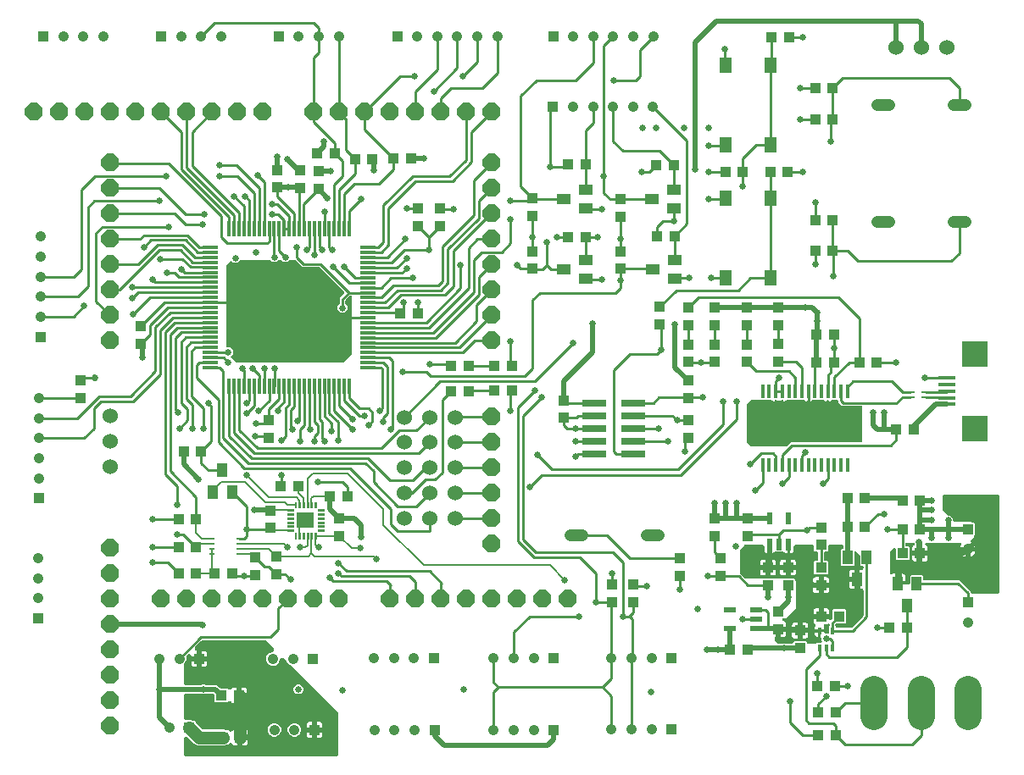
<source format=gtl>
G04 EAGLE Gerber RS-274X export*
G75*
%MOMM*%
%FSLAX34Y34*%
%LPD*%
%INTop Copper*%
%IPPOS*%
%AMOC8*
5,1,8,0,0,1.08239X$1,22.5*%
G01*
%ADD10R,0.350000X1.500000*%
%ADD11R,1.500000X0.350000*%
%ADD12R,1.050000X1.080000*%
%ADD13R,1.080000X1.050000*%
%ADD14R,1.050000X1.050000*%
%ADD15C,1.050000*%
%ADD16R,0.348000X1.397000*%
%ADD17R,0.550000X1.200000*%
%ADD18R,1.000000X1.400000*%
%ADD19C,1.524000*%
%ADD20R,0.850000X0.250000*%
%ADD21R,1.300000X1.550000*%
%ADD22P,1.924489X8X292.500000*%
%ADD23P,1.924489X8X112.500000*%
%ADD24P,1.924489X8X22.500000*%
%ADD25P,1.924489X8X202.500000*%
%ADD26C,1.219200*%
%ADD27R,1.400000X1.000000*%
%ADD28R,1.750000X0.400000*%
%ADD29R,2.540000X2.540000*%
%ADD30R,0.400000X0.700000*%
%ADD31R,2.400000X0.760000*%
%ADD32R,1.220000X0.620000*%
%ADD33C,0.055000*%
%ADD34R,1.700000X1.540000*%
%ADD35R,0.500000X0.250000*%
%ADD36C,2.705100*%
%ADD37C,0.254000*%
%ADD38C,0.654800*%
%ADD39C,0.508000*%
%ADD40C,0.200000*%
%ADD41C,0.685800*%
%ADD42C,1.270000*%

G36*
X335035Y1782D02*
X335035Y1782D01*
X335069Y1780D01*
X335258Y1802D01*
X335449Y1819D01*
X335482Y1828D01*
X335516Y1832D01*
X335699Y1887D01*
X335883Y1937D01*
X335914Y1952D01*
X335947Y1962D01*
X336118Y2049D01*
X336290Y2131D01*
X336318Y2151D01*
X336349Y2166D01*
X336501Y2282D01*
X336656Y2393D01*
X336680Y2418D01*
X336707Y2438D01*
X336836Y2578D01*
X336970Y2715D01*
X336989Y2744D01*
X337013Y2770D01*
X337115Y2931D01*
X337222Y3088D01*
X337236Y3120D01*
X337254Y3149D01*
X337327Y3326D01*
X337404Y3500D01*
X337412Y3534D01*
X337425Y3566D01*
X337465Y3753D01*
X337511Y3938D01*
X337513Y3972D01*
X337520Y4006D01*
X337539Y4318D01*
X337539Y45000D01*
X337538Y45012D01*
X337538Y45015D01*
X337537Y45030D01*
X337525Y45164D01*
X337518Y45328D01*
X337505Y45388D01*
X337499Y45449D01*
X337456Y45607D01*
X337420Y45768D01*
X337397Y45824D01*
X337381Y45883D01*
X337310Y46031D01*
X337247Y46183D01*
X337214Y46235D01*
X337187Y46290D01*
X337092Y46423D01*
X337002Y46561D01*
X336951Y46619D01*
X336925Y46656D01*
X336882Y46698D01*
X336796Y46796D01*
X290879Y92712D01*
X290789Y92787D01*
X290706Y92870D01*
X290617Y92931D01*
X290533Y93001D01*
X290432Y93059D01*
X290336Y93126D01*
X290197Y93193D01*
X290142Y93225D01*
X290108Y93237D01*
X290055Y93263D01*
X288862Y93757D01*
X286957Y95662D01*
X286463Y96855D01*
X286409Y96958D01*
X286364Y97066D01*
X286304Y97158D01*
X286254Y97254D01*
X286183Y97346D01*
X286119Y97445D01*
X286017Y97560D01*
X285978Y97610D01*
X285952Y97634D01*
X285912Y97679D01*
X283810Y99782D01*
X283710Y99865D01*
X283617Y99956D01*
X283537Y100009D01*
X283464Y100070D01*
X283351Y100135D01*
X283244Y100208D01*
X283156Y100246D01*
X283073Y100294D01*
X282951Y100337D01*
X282832Y100390D01*
X282739Y100413D01*
X282649Y100445D01*
X282520Y100466D01*
X282394Y100497D01*
X282299Y100502D01*
X282205Y100518D01*
X282074Y100516D01*
X281945Y100524D01*
X281850Y100513D01*
X281754Y100512D01*
X281627Y100487D01*
X281498Y100472D01*
X281406Y100445D01*
X281312Y100426D01*
X281191Y100380D01*
X281067Y100342D01*
X280982Y100299D01*
X280892Y100264D01*
X280781Y100197D01*
X280665Y100138D01*
X280589Y100080D01*
X280508Y100030D01*
X280410Y99944D01*
X280307Y99866D01*
X280242Y99795D01*
X280170Y99732D01*
X280090Y99630D01*
X280001Y99534D01*
X279950Y99454D01*
X279891Y99379D01*
X279830Y99265D01*
X279760Y99155D01*
X279723Y99066D01*
X279678Y98982D01*
X279638Y98858D01*
X279589Y98738D01*
X279569Y98645D01*
X279539Y98554D01*
X279521Y98425D01*
X279494Y98298D01*
X279487Y98182D01*
X278443Y95662D01*
X276538Y93757D01*
X274048Y92725D01*
X271352Y92725D01*
X268862Y93757D01*
X266957Y95662D01*
X265925Y98152D01*
X265925Y100848D01*
X266957Y103338D01*
X268862Y105243D01*
X271382Y106287D01*
X271446Y106288D01*
X271539Y106306D01*
X271635Y106315D01*
X271760Y106349D01*
X271888Y106374D01*
X271977Y106408D01*
X272069Y106433D01*
X272186Y106489D01*
X272308Y106536D01*
X272389Y106586D01*
X272476Y106627D01*
X272581Y106702D01*
X272692Y106770D01*
X272764Y106833D01*
X272842Y106889D01*
X272932Y106982D01*
X273030Y107068D01*
X273089Y107143D01*
X273156Y107211D01*
X273229Y107319D01*
X273309Y107421D01*
X273354Y107505D01*
X273408Y107584D01*
X273460Y107703D01*
X273522Y107818D01*
X273551Y107909D01*
X273590Y107996D01*
X273621Y108123D01*
X273661Y108246D01*
X273674Y108341D01*
X273697Y108434D01*
X273705Y108563D01*
X273722Y108692D01*
X273718Y108788D01*
X273724Y108883D01*
X273709Y109012D01*
X273704Y109142D01*
X273683Y109235D01*
X273672Y109330D01*
X273635Y109455D01*
X273606Y109582D01*
X273570Y109670D01*
X273542Y109761D01*
X273483Y109877D01*
X273433Y109997D01*
X273381Y110078D01*
X273338Y110163D01*
X273259Y110266D01*
X273188Y110375D01*
X273102Y110473D01*
X273066Y110521D01*
X273033Y110552D01*
X272982Y110610D01*
X266130Y117462D01*
X266003Y117567D01*
X265882Y117679D01*
X265831Y117711D01*
X265784Y117750D01*
X265641Y117832D01*
X265503Y117920D01*
X265446Y117944D01*
X265393Y117974D01*
X265238Y118029D01*
X265086Y118091D01*
X265026Y118104D01*
X264969Y118125D01*
X264807Y118151D01*
X264646Y118186D01*
X264569Y118191D01*
X264525Y118198D01*
X264464Y118197D01*
X264334Y118205D01*
X202709Y118205D01*
X202546Y118191D01*
X202381Y118184D01*
X202322Y118171D01*
X202261Y118165D01*
X202102Y118122D01*
X201942Y118086D01*
X201885Y118063D01*
X201827Y118047D01*
X201678Y117976D01*
X201526Y117913D01*
X201475Y117880D01*
X201420Y117853D01*
X201286Y117758D01*
X201148Y117668D01*
X201090Y117617D01*
X201054Y117591D01*
X201011Y117548D01*
X200914Y117462D01*
X195078Y111626D01*
X194994Y111526D01*
X194904Y111433D01*
X194850Y111353D01*
X194789Y111280D01*
X194725Y111167D01*
X194652Y111060D01*
X194613Y110972D01*
X194566Y110889D01*
X194522Y110767D01*
X194469Y110648D01*
X194447Y110555D01*
X194415Y110465D01*
X194394Y110337D01*
X194363Y110210D01*
X194357Y110115D01*
X194341Y110021D01*
X194343Y109891D01*
X194335Y109761D01*
X194346Y109666D01*
X194347Y109570D01*
X194372Y109443D01*
X194387Y109314D01*
X194415Y109222D01*
X194433Y109128D01*
X194480Y109007D01*
X194517Y108883D01*
X194561Y108798D01*
X194595Y108708D01*
X194663Y108597D01*
X194722Y108481D01*
X194779Y108405D01*
X194829Y108324D01*
X194915Y108226D01*
X194994Y108123D01*
X195064Y108058D01*
X195127Y107986D01*
X195229Y107906D01*
X195325Y107817D01*
X195406Y107766D01*
X195480Y107707D01*
X195595Y107646D01*
X195705Y107576D01*
X195793Y107539D01*
X195877Y107494D01*
X196001Y107454D01*
X196121Y107405D01*
X196215Y107385D01*
X196306Y107355D01*
X196434Y107337D01*
X196461Y107332D01*
X196461Y102039D01*
X191173Y102039D01*
X191169Y102075D01*
X191135Y102201D01*
X191110Y102328D01*
X191076Y102417D01*
X191051Y102510D01*
X190995Y102627D01*
X190948Y102748D01*
X190898Y102830D01*
X190857Y102916D01*
X190782Y103022D01*
X190714Y103133D01*
X190651Y103205D01*
X190595Y103282D01*
X190502Y103373D01*
X190416Y103470D01*
X190341Y103530D01*
X190273Y103596D01*
X190165Y103669D01*
X190063Y103750D01*
X189979Y103795D01*
X189900Y103848D01*
X189781Y103901D01*
X189666Y103962D01*
X189575Y103992D01*
X189488Y104031D01*
X189361Y104061D01*
X189238Y104102D01*
X189143Y104115D01*
X189050Y104137D01*
X188921Y104145D01*
X188792Y104163D01*
X188696Y104159D01*
X188601Y104165D01*
X188472Y104150D01*
X188342Y104145D01*
X188249Y104124D01*
X188154Y104113D01*
X188029Y104075D01*
X187902Y104047D01*
X187814Y104010D01*
X187723Y103983D01*
X187607Y103924D01*
X187487Y103873D01*
X187406Y103821D01*
X187321Y103778D01*
X187218Y103700D01*
X187109Y103629D01*
X187011Y103543D01*
X186963Y103506D01*
X186932Y103473D01*
X186874Y103422D01*
X186518Y103066D01*
X186413Y102940D01*
X186301Y102819D01*
X186269Y102767D01*
X186229Y102721D01*
X186148Y102578D01*
X186060Y102439D01*
X186036Y102383D01*
X186006Y102330D01*
X185951Y102175D01*
X185889Y102023D01*
X185876Y101963D01*
X185855Y101905D01*
X185829Y101743D01*
X185794Y101582D01*
X185789Y101505D01*
X185782Y101461D01*
X185783Y101400D01*
X185775Y101271D01*
X185775Y98152D01*
X184743Y95662D01*
X184204Y95124D01*
X184099Y94997D01*
X183988Y94876D01*
X183955Y94825D01*
X183916Y94778D01*
X183834Y94636D01*
X183746Y94497D01*
X183722Y94440D01*
X183692Y94387D01*
X183637Y94232D01*
X183575Y94080D01*
X183562Y94021D01*
X183541Y93963D01*
X183515Y93801D01*
X183480Y93640D01*
X183475Y93563D01*
X183468Y93519D01*
X183469Y93458D01*
X183461Y93328D01*
X183461Y75604D01*
X183464Y75569D01*
X183462Y75535D01*
X183484Y75346D01*
X183501Y75155D01*
X183510Y75122D01*
X183514Y75088D01*
X183569Y74904D01*
X183619Y74721D01*
X183634Y74690D01*
X183644Y74657D01*
X183731Y74486D01*
X183813Y74314D01*
X183833Y74286D01*
X183848Y74255D01*
X183964Y74103D01*
X184075Y73948D01*
X184100Y73924D01*
X184120Y73897D01*
X184261Y73768D01*
X184397Y73634D01*
X184426Y73615D01*
X184452Y73591D01*
X184613Y73489D01*
X184770Y73382D01*
X184802Y73368D01*
X184831Y73350D01*
X185008Y73277D01*
X185182Y73200D01*
X185216Y73192D01*
X185248Y73179D01*
X185435Y73139D01*
X185620Y73093D01*
X185654Y73091D01*
X185688Y73084D01*
X186000Y73065D01*
X199768Y73065D01*
X199885Y73075D01*
X200002Y73075D01*
X200108Y73095D01*
X200217Y73105D01*
X200330Y73135D01*
X200445Y73156D01*
X200591Y73207D01*
X200651Y73223D01*
X200684Y73239D01*
X200740Y73258D01*
X202045Y73799D01*
X203955Y73799D01*
X205260Y73258D01*
X205372Y73223D01*
X205480Y73179D01*
X205586Y73156D01*
X205690Y73123D01*
X205806Y73109D01*
X205920Y73084D01*
X206074Y73074D01*
X206136Y73067D01*
X206173Y73068D01*
X206232Y73065D01*
X216059Y73065D01*
X217553Y72446D01*
X219330Y70668D01*
X219456Y70563D01*
X219577Y70451D01*
X219628Y70419D01*
X219675Y70380D01*
X219818Y70298D01*
X219957Y70210D01*
X220013Y70186D01*
X220066Y70156D01*
X220221Y70101D01*
X220373Y70039D01*
X220433Y70026D01*
X220490Y70005D01*
X220653Y69979D01*
X220814Y69944D01*
X220891Y69939D01*
X220935Y69932D01*
X220995Y69933D01*
X221125Y69925D01*
X227132Y69925D01*
X227527Y69529D01*
X227636Y69438D01*
X227738Y69340D01*
X227808Y69294D01*
X227872Y69240D01*
X227995Y69170D01*
X228113Y69092D01*
X228191Y69058D01*
X228263Y69017D01*
X228397Y68970D01*
X228527Y68913D01*
X228609Y68894D01*
X228688Y68866D01*
X228827Y68843D01*
X228965Y68811D01*
X229049Y68806D01*
X229132Y68793D01*
X229274Y68794D01*
X229415Y68787D01*
X229498Y68798D01*
X229582Y68799D01*
X229721Y68826D01*
X229862Y68843D01*
X229942Y68868D01*
X230024Y68884D01*
X230156Y68935D01*
X230291Y68977D01*
X230366Y69016D01*
X230444Y69047D01*
X230565Y69120D01*
X230691Y69185D01*
X230757Y69237D01*
X230829Y69280D01*
X230935Y69374D01*
X231047Y69461D01*
X231104Y69523D01*
X231166Y69579D01*
X231254Y69690D01*
X231349Y69795D01*
X231411Y69887D01*
X231446Y69932D01*
X231454Y69947D01*
X231940Y70433D01*
X232519Y70768D01*
X233165Y70941D01*
X236126Y70941D01*
X236126Y63085D01*
X236129Y63051D01*
X236127Y63016D01*
X236130Y62986D01*
X236126Y62915D01*
X236126Y55059D01*
X233165Y55059D01*
X232519Y55232D01*
X231940Y55567D01*
X231432Y56075D01*
X231367Y56182D01*
X231311Y56245D01*
X231263Y56313D01*
X231163Y56413D01*
X231069Y56519D01*
X231003Y56571D01*
X230943Y56630D01*
X230827Y56710D01*
X230716Y56798D01*
X230641Y56838D01*
X230572Y56886D01*
X230444Y56944D01*
X230319Y57011D01*
X230239Y57037D01*
X230162Y57072D01*
X230025Y57107D01*
X229890Y57150D01*
X229807Y57162D01*
X229726Y57182D01*
X229585Y57192D01*
X229444Y57212D01*
X229360Y57208D01*
X229277Y57214D01*
X229136Y57199D01*
X228995Y57193D01*
X228912Y57175D01*
X228829Y57166D01*
X228693Y57126D01*
X228555Y57096D01*
X228477Y57063D01*
X228397Y57040D01*
X228270Y56977D01*
X228139Y56922D01*
X228069Y56877D01*
X227994Y56839D01*
X227880Y56755D01*
X227761Y56678D01*
X227678Y56604D01*
X227633Y56570D01*
X227597Y56533D01*
X227527Y56471D01*
X227132Y56075D01*
X215368Y56075D01*
X214475Y56968D01*
X214475Y62396D01*
X214472Y62431D01*
X214474Y62465D01*
X214452Y62654D01*
X214435Y62845D01*
X214426Y62878D01*
X214422Y62912D01*
X214367Y63095D01*
X214317Y63279D01*
X214302Y63310D01*
X214292Y63343D01*
X214205Y63514D01*
X214123Y63686D01*
X214103Y63714D01*
X214088Y63745D01*
X213972Y63897D01*
X213861Y64052D01*
X213836Y64076D01*
X213816Y64103D01*
X213676Y64232D01*
X213539Y64366D01*
X213510Y64385D01*
X213484Y64409D01*
X213323Y64511D01*
X213166Y64618D01*
X213134Y64632D01*
X213105Y64650D01*
X212928Y64723D01*
X212754Y64800D01*
X212720Y64808D01*
X212688Y64821D01*
X212501Y64861D01*
X212316Y64907D01*
X212282Y64909D01*
X212248Y64916D01*
X211936Y64935D01*
X206232Y64935D01*
X206115Y64925D01*
X205998Y64925D01*
X205892Y64905D01*
X205783Y64895D01*
X205670Y64865D01*
X205556Y64844D01*
X205410Y64793D01*
X205349Y64777D01*
X205316Y64761D01*
X205260Y64742D01*
X203955Y64201D01*
X202045Y64201D01*
X200740Y64742D01*
X200628Y64777D01*
X200520Y64821D01*
X200414Y64844D01*
X200310Y64877D01*
X200194Y64891D01*
X200080Y64916D01*
X199926Y64926D01*
X199864Y64933D01*
X199827Y64932D01*
X199768Y64935D01*
X186000Y64935D01*
X185966Y64932D01*
X185931Y64934D01*
X185742Y64912D01*
X185552Y64895D01*
X185518Y64886D01*
X185484Y64882D01*
X185301Y64827D01*
X185117Y64777D01*
X185086Y64762D01*
X185053Y64752D01*
X184882Y64665D01*
X184711Y64583D01*
X184682Y64563D01*
X184651Y64548D01*
X184499Y64432D01*
X184344Y64321D01*
X184320Y64296D01*
X184293Y64276D01*
X184164Y64136D01*
X184030Y63999D01*
X184011Y63970D01*
X183988Y63944D01*
X183885Y63783D01*
X183778Y63626D01*
X183764Y63594D01*
X183746Y63565D01*
X183673Y63388D01*
X183596Y63214D01*
X183588Y63180D01*
X183575Y63148D01*
X183535Y62961D01*
X183489Y62776D01*
X183487Y62742D01*
X183480Y62708D01*
X183461Y62396D01*
X183461Y40529D01*
X183468Y40447D01*
X183466Y40365D01*
X183488Y40224D01*
X183501Y40081D01*
X183522Y40001D01*
X183535Y39920D01*
X183582Y39785D01*
X183619Y39646D01*
X183655Y39572D01*
X183681Y39494D01*
X183751Y39369D01*
X183813Y39240D01*
X183860Y39173D01*
X183901Y39101D01*
X183992Y38990D01*
X184075Y38874D01*
X184134Y38816D01*
X184186Y38753D01*
X184295Y38660D01*
X184397Y38560D01*
X184466Y38514D01*
X184528Y38460D01*
X184652Y38388D01*
X184770Y38308D01*
X184846Y38274D01*
X184917Y38233D01*
X185051Y38183D01*
X185182Y38125D01*
X185262Y38106D01*
X185340Y38077D01*
X185481Y38053D01*
X185620Y38019D01*
X185702Y38014D01*
X185783Y37999D01*
X185926Y38000D01*
X186069Y37991D01*
X186151Y38001D01*
X186233Y38001D01*
X186374Y38027D01*
X186516Y38043D01*
X186595Y38067D01*
X186676Y38082D01*
X186909Y38162D01*
X186947Y38173D01*
X186957Y38178D01*
X186972Y38183D01*
X187434Y38375D01*
X190566Y38375D01*
X192755Y37468D01*
X192867Y37433D01*
X192975Y37389D01*
X193081Y37366D01*
X193185Y37333D01*
X193301Y37319D01*
X193415Y37294D01*
X193569Y37284D01*
X193632Y37277D01*
X193668Y37278D01*
X193727Y37275D01*
X194882Y37275D01*
X195775Y36382D01*
X195775Y35914D01*
X195789Y35750D01*
X195796Y35585D01*
X195809Y35526D01*
X195815Y35465D01*
X195858Y35306D01*
X195894Y35146D01*
X195917Y35090D01*
X195933Y35031D01*
X196004Y34883D01*
X196067Y34730D01*
X196100Y34679D01*
X196127Y34624D01*
X196222Y34491D01*
X196312Y34352D01*
X196363Y34294D01*
X196389Y34258D01*
X196432Y34216D01*
X196518Y34118D01*
X201018Y29618D01*
X201144Y29513D01*
X201265Y29401D01*
X201317Y29369D01*
X201363Y29330D01*
X201506Y29248D01*
X201645Y29160D01*
X201702Y29136D01*
X201754Y29106D01*
X201909Y29051D01*
X202062Y28989D01*
X202121Y28976D01*
X202179Y28955D01*
X202341Y28929D01*
X202502Y28894D01*
X202579Y28889D01*
X202623Y28882D01*
X202684Y28883D01*
X202814Y28875D01*
X223816Y28875D01*
X225643Y28118D01*
X225755Y28083D01*
X225863Y28039D01*
X225969Y28016D01*
X226073Y27983D01*
X226189Y27969D01*
X226303Y27944D01*
X226457Y27934D01*
X226520Y27927D01*
X226556Y27928D01*
X226615Y27925D01*
X228132Y27925D01*
X228527Y27529D01*
X228636Y27438D01*
X228738Y27340D01*
X228808Y27294D01*
X228872Y27240D01*
X228995Y27170D01*
X229113Y27092D01*
X229191Y27058D01*
X229263Y27017D01*
X229397Y26970D01*
X229527Y26913D01*
X229609Y26894D01*
X229688Y26866D01*
X229827Y26843D01*
X229965Y26811D01*
X230049Y26806D01*
X230132Y26793D01*
X230274Y26794D01*
X230415Y26787D01*
X230498Y26798D01*
X230582Y26799D01*
X230721Y26826D01*
X230862Y26843D01*
X230942Y26868D01*
X231024Y26884D01*
X231156Y26935D01*
X231291Y26977D01*
X231366Y27016D01*
X231444Y27047D01*
X231565Y27120D01*
X231691Y27185D01*
X231757Y27237D01*
X231829Y27280D01*
X231935Y27374D01*
X232047Y27461D01*
X232103Y27523D01*
X232166Y27579D01*
X232254Y27690D01*
X232349Y27795D01*
X232411Y27887D01*
X232446Y27932D01*
X232454Y27947D01*
X232940Y28433D01*
X233519Y28768D01*
X234165Y28941D01*
X237126Y28941D01*
X237126Y21085D01*
X237129Y21051D01*
X237127Y21016D01*
X237130Y20986D01*
X237126Y20915D01*
X237126Y13059D01*
X234165Y13059D01*
X233519Y13232D01*
X232940Y13567D01*
X232432Y14075D01*
X232367Y14182D01*
X232311Y14245D01*
X232263Y14313D01*
X232163Y14413D01*
X232069Y14519D01*
X232003Y14571D01*
X231943Y14630D01*
X231827Y14710D01*
X231716Y14798D01*
X231641Y14838D01*
X231572Y14886D01*
X231444Y14944D01*
X231319Y15011D01*
X231239Y15037D01*
X231162Y15072D01*
X231025Y15107D01*
X230890Y15150D01*
X230807Y15162D01*
X230726Y15182D01*
X230585Y15192D01*
X230444Y15212D01*
X230360Y15208D01*
X230277Y15214D01*
X230136Y15199D01*
X229995Y15193D01*
X229912Y15175D01*
X229829Y15166D01*
X229693Y15126D01*
X229555Y15096D01*
X229477Y15063D01*
X229397Y15040D01*
X229270Y14977D01*
X229139Y14922D01*
X229069Y14877D01*
X228994Y14839D01*
X228880Y14755D01*
X228761Y14678D01*
X228678Y14604D01*
X228633Y14570D01*
X228597Y14533D01*
X228527Y14471D01*
X228132Y14075D01*
X226615Y14075D01*
X226498Y14065D01*
X226382Y14065D01*
X226275Y14045D01*
X226166Y14035D01*
X226054Y14005D01*
X225939Y13984D01*
X225793Y13933D01*
X225732Y13917D01*
X225700Y13901D01*
X225643Y13882D01*
X223816Y13125D01*
X196934Y13125D01*
X194039Y14324D01*
X191467Y16896D01*
X191467Y16897D01*
X187796Y20568D01*
X187696Y20651D01*
X187603Y20742D01*
X187523Y20796D01*
X187450Y20857D01*
X187337Y20921D01*
X187230Y20994D01*
X187142Y21033D01*
X187059Y21080D01*
X186937Y21124D01*
X186818Y21176D01*
X186725Y21199D01*
X186635Y21231D01*
X186507Y21252D01*
X186380Y21283D01*
X186285Y21289D01*
X186191Y21304D01*
X186061Y21303D01*
X185931Y21311D01*
X185836Y21300D01*
X185741Y21298D01*
X185613Y21274D01*
X185484Y21259D01*
X185392Y21231D01*
X185298Y21213D01*
X185177Y21166D01*
X185053Y21128D01*
X184967Y21085D01*
X184878Y21051D01*
X184767Y20983D01*
X184651Y20924D01*
X184575Y20866D01*
X184494Y20817D01*
X184396Y20730D01*
X184293Y20652D01*
X184228Y20582D01*
X184156Y20518D01*
X184076Y20416D01*
X183988Y20321D01*
X183936Y20240D01*
X183877Y20165D01*
X183816Y20051D01*
X183746Y19941D01*
X183709Y19853D01*
X183664Y19768D01*
X183624Y19645D01*
X183575Y19525D01*
X183555Y19431D01*
X183525Y19340D01*
X183507Y19212D01*
X183480Y19084D01*
X183472Y18955D01*
X183464Y18894D01*
X183466Y18849D01*
X183461Y18772D01*
X183461Y4318D01*
X183464Y4283D01*
X183462Y4249D01*
X183484Y4060D01*
X183501Y3869D01*
X183510Y3836D01*
X183514Y3802D01*
X183569Y3619D01*
X183619Y3435D01*
X183634Y3404D01*
X183644Y3371D01*
X183731Y3200D01*
X183813Y3028D01*
X183833Y3000D01*
X183848Y2969D01*
X183964Y2817D01*
X184075Y2662D01*
X184100Y2638D01*
X184120Y2611D01*
X184261Y2482D01*
X184397Y2348D01*
X184426Y2329D01*
X184452Y2305D01*
X184613Y2203D01*
X184770Y2096D01*
X184802Y2082D01*
X184831Y2064D01*
X185008Y1991D01*
X185182Y1914D01*
X185216Y1906D01*
X185248Y1893D01*
X185435Y1853D01*
X185620Y1807D01*
X185654Y1805D01*
X185688Y1798D01*
X186000Y1779D01*
X335000Y1779D01*
X335035Y1782D01*
G37*
G36*
X343098Y395743D02*
X343098Y395743D01*
X343197Y395746D01*
X343255Y395763D01*
X343316Y395771D01*
X343408Y395807D01*
X343503Y395835D01*
X343555Y395865D01*
X343611Y395888D01*
X343691Y395946D01*
X343777Y395996D01*
X343852Y396062D01*
X343869Y396074D01*
X343876Y396084D01*
X343898Y396103D01*
X350898Y403103D01*
X350958Y403181D01*
X351026Y403253D01*
X351055Y403306D01*
X351092Y403354D01*
X351132Y403445D01*
X351180Y403531D01*
X351195Y403590D01*
X351219Y403646D01*
X351234Y403744D01*
X351259Y403839D01*
X351265Y403939D01*
X351269Y403960D01*
X351267Y403972D01*
X351269Y404000D01*
X351269Y461253D01*
X351252Y461390D01*
X351239Y461529D01*
X351232Y461548D01*
X351229Y461568D01*
X351178Y461697D01*
X351131Y461828D01*
X351120Y461845D01*
X351112Y461864D01*
X351031Y461976D01*
X350953Y462091D01*
X350937Y462105D01*
X350926Y462121D01*
X350818Y462210D01*
X350714Y462302D01*
X350696Y462311D01*
X350681Y462324D01*
X350555Y462383D01*
X350431Y462447D01*
X350411Y462451D01*
X350393Y462460D01*
X350257Y462486D01*
X350121Y462516D01*
X350100Y462516D01*
X350081Y462519D01*
X349942Y462511D01*
X349803Y462507D01*
X349783Y462501D01*
X349763Y462500D01*
X349631Y462457D01*
X349497Y462418D01*
X349480Y462408D01*
X349461Y462402D01*
X349343Y462327D01*
X349223Y462257D01*
X349202Y462238D01*
X349192Y462231D01*
X349178Y462217D01*
X349103Y462150D01*
X345166Y458214D01*
X345106Y458136D01*
X345038Y458064D01*
X345009Y458011D01*
X344972Y457963D01*
X344932Y457872D01*
X344884Y457785D01*
X344869Y457727D01*
X344845Y457671D01*
X344830Y457573D01*
X344805Y457477D01*
X344799Y457377D01*
X344795Y457357D01*
X344797Y457345D01*
X344795Y457317D01*
X344795Y454517D01*
X344807Y454419D01*
X344810Y454320D01*
X344827Y454262D01*
X344835Y454202D01*
X344871Y454110D01*
X344899Y454015D01*
X344929Y453963D01*
X344952Y453906D01*
X345010Y453826D01*
X345060Y453741D01*
X345126Y453665D01*
X345138Y453649D01*
X345148Y453641D01*
X345166Y453620D01*
X346799Y451988D01*
X346799Y448012D01*
X343988Y445201D01*
X340012Y445201D01*
X337201Y448012D01*
X337201Y451988D01*
X338834Y453620D01*
X338894Y453698D01*
X338962Y453770D01*
X338991Y453823D01*
X339028Y453871D01*
X339068Y453962D01*
X339116Y454049D01*
X339131Y454107D01*
X339155Y454163D01*
X339170Y454261D01*
X339195Y454357D01*
X339201Y454457D01*
X339205Y454477D01*
X339203Y454489D01*
X339205Y454517D01*
X339205Y460158D01*
X341214Y462166D01*
X343650Y464602D01*
X343723Y464697D01*
X343802Y464786D01*
X343820Y464822D01*
X343845Y464854D01*
X343892Y464963D01*
X343947Y465069D01*
X343955Y465108D01*
X343971Y465146D01*
X343990Y465263D01*
X344016Y465379D01*
X344015Y465420D01*
X344021Y465460D01*
X344010Y465578D01*
X344007Y465697D01*
X343995Y465736D01*
X343991Y465776D01*
X343951Y465889D01*
X343918Y466003D01*
X343898Y466037D01*
X343884Y466076D01*
X343817Y466174D01*
X343757Y466277D01*
X343717Y466322D01*
X343705Y466339D01*
X343690Y466352D01*
X343650Y466397D01*
X319214Y490834D01*
X319136Y490894D01*
X319064Y490962D01*
X319011Y490991D01*
X318963Y491028D01*
X318872Y491068D01*
X318785Y491116D01*
X318727Y491131D01*
X318671Y491155D01*
X318573Y491170D01*
X318477Y491195D01*
X318377Y491201D01*
X318357Y491205D01*
X318345Y491203D01*
X318317Y491205D01*
X301842Y491205D01*
X295214Y497833D01*
X295150Y497897D01*
X295072Y497958D01*
X295000Y498026D01*
X294947Y498055D01*
X294899Y498092D01*
X294808Y498132D01*
X294721Y498180D01*
X294663Y498195D01*
X294607Y498219D01*
X294509Y498234D01*
X294413Y498259D01*
X294313Y498265D01*
X294293Y498269D01*
X294281Y498267D01*
X294253Y498269D01*
X289581Y498269D01*
X289483Y498257D01*
X289384Y498254D01*
X289326Y498237D01*
X289266Y498229D01*
X289174Y498193D01*
X289079Y498165D01*
X289027Y498135D01*
X288970Y498112D01*
X288890Y498054D01*
X288805Y498004D01*
X288729Y497938D01*
X288713Y497926D01*
X288705Y497916D01*
X288684Y497898D01*
X286988Y496201D01*
X283012Y496201D01*
X281316Y497898D01*
X281238Y497958D01*
X281166Y498026D01*
X281113Y498055D01*
X281065Y498092D01*
X280974Y498132D01*
X280887Y498180D01*
X280829Y498195D01*
X280773Y498219D01*
X280675Y498234D01*
X280579Y498259D01*
X280479Y498265D01*
X280459Y498269D01*
X280447Y498267D01*
X280419Y498269D01*
X278581Y498269D01*
X278483Y498257D01*
X278384Y498254D01*
X278326Y498237D01*
X278266Y498229D01*
X278174Y498193D01*
X278079Y498165D01*
X278027Y498135D01*
X277970Y498112D01*
X277890Y498054D01*
X277805Y498004D01*
X277729Y497938D01*
X277713Y497926D01*
X277705Y497916D01*
X277684Y497898D01*
X275988Y496201D01*
X272012Y496201D01*
X270316Y497898D01*
X270238Y497958D01*
X270166Y498026D01*
X270113Y498055D01*
X270065Y498092D01*
X269974Y498132D01*
X269887Y498180D01*
X269829Y498195D01*
X269773Y498219D01*
X269675Y498234D01*
X269579Y498259D01*
X269479Y498265D01*
X269459Y498269D01*
X269447Y498267D01*
X269419Y498269D01*
X240581Y498269D01*
X240483Y498257D01*
X240384Y498254D01*
X240326Y498237D01*
X240266Y498229D01*
X240174Y498193D01*
X240079Y498165D01*
X240027Y498135D01*
X239970Y498112D01*
X239890Y498054D01*
X239805Y498004D01*
X239729Y497938D01*
X239713Y497926D01*
X239705Y497916D01*
X239684Y497898D01*
X236988Y495201D01*
X233012Y495201D01*
X231607Y496607D01*
X231513Y496680D01*
X231423Y496759D01*
X231388Y496777D01*
X231356Y496802D01*
X231246Y496849D01*
X231140Y496903D01*
X231101Y496912D01*
X231064Y496928D01*
X230946Y496947D01*
X230830Y496973D01*
X230790Y496972D01*
X230750Y496978D01*
X230631Y496967D01*
X230512Y496963D01*
X230473Y496952D01*
X230433Y496948D01*
X230321Y496908D01*
X230207Y496875D01*
X230172Y496854D01*
X230134Y496841D01*
X230035Y496774D01*
X229933Y496713D01*
X229887Y496673D01*
X229871Y496662D01*
X229857Y496647D01*
X229812Y496607D01*
X226103Y492898D01*
X226042Y492819D01*
X225974Y492747D01*
X225945Y492694D01*
X225908Y492646D01*
X225868Y492555D01*
X225820Y492469D01*
X225805Y492410D01*
X225781Y492354D01*
X225766Y492256D01*
X225741Y492161D01*
X225735Y492061D01*
X225731Y492040D01*
X225733Y492028D01*
X225731Y492000D01*
X225731Y412068D01*
X225746Y411950D01*
X225753Y411831D01*
X225766Y411793D01*
X225771Y411752D01*
X225814Y411642D01*
X225851Y411529D01*
X225873Y411494D01*
X225888Y411457D01*
X225958Y411361D01*
X226021Y411260D01*
X226051Y411232D01*
X226074Y411199D01*
X226166Y411123D01*
X226253Y411042D01*
X226288Y411022D01*
X226319Y410997D01*
X226427Y410946D01*
X226531Y410888D01*
X226571Y410878D01*
X226607Y410861D01*
X226724Y410839D01*
X226839Y410809D01*
X226900Y410805D01*
X226920Y410801D01*
X226940Y410803D01*
X227000Y410799D01*
X229988Y410799D01*
X232799Y407988D01*
X232799Y404012D01*
X230893Y402107D01*
X230820Y402013D01*
X230741Y401923D01*
X230723Y401888D01*
X230698Y401856D01*
X230651Y401746D01*
X230597Y401640D01*
X230588Y401601D01*
X230572Y401564D01*
X230553Y401446D01*
X230527Y401330D01*
X230528Y401290D01*
X230522Y401250D01*
X230533Y401131D01*
X230537Y401012D01*
X230548Y400973D01*
X230552Y400933D01*
X230592Y400821D01*
X230625Y400707D01*
X230646Y400672D01*
X230659Y400634D01*
X230726Y400535D01*
X230787Y400433D01*
X230827Y400387D01*
X230838Y400371D01*
X230853Y400357D01*
X230893Y400312D01*
X235103Y396103D01*
X235181Y396042D01*
X235253Y395974D01*
X235306Y395945D01*
X235354Y395908D01*
X235445Y395868D01*
X235531Y395820D01*
X235590Y395805D01*
X235646Y395781D01*
X235744Y395766D01*
X235839Y395741D01*
X235939Y395735D01*
X235960Y395731D01*
X235972Y395733D01*
X236000Y395731D01*
X343000Y395731D01*
X343098Y395743D01*
G37*
G36*
X780517Y114743D02*
X780517Y114743D01*
X780616Y114746D01*
X780674Y114763D01*
X780734Y114771D01*
X780805Y114799D01*
X785187Y114799D01*
X785227Y114781D01*
X785325Y114766D01*
X785421Y114741D01*
X785521Y114735D01*
X785541Y114731D01*
X785553Y114733D01*
X785581Y114731D01*
X790806Y114731D01*
X790924Y114746D01*
X791043Y114753D01*
X791081Y114766D01*
X791122Y114771D01*
X791232Y114814D01*
X791345Y114851D01*
X791380Y114873D01*
X791417Y114888D01*
X791513Y114958D01*
X791614Y115021D01*
X791642Y115051D01*
X791675Y115074D01*
X791751Y115166D01*
X791832Y115253D01*
X791852Y115288D01*
X791877Y115319D01*
X791928Y115427D01*
X791986Y115531D01*
X791996Y115571D01*
X792013Y115607D01*
X792035Y115724D01*
X792065Y115839D01*
X792069Y115900D01*
X792073Y115920D01*
X792071Y115940D01*
X792075Y116000D01*
X792075Y116132D01*
X792968Y117025D01*
X805032Y117025D01*
X805925Y116132D01*
X805925Y116000D01*
X805940Y115882D01*
X805947Y115763D01*
X805960Y115725D01*
X805965Y115684D01*
X806008Y115574D01*
X806045Y115461D01*
X806067Y115426D01*
X806082Y115389D01*
X806151Y115293D01*
X806215Y115192D01*
X806245Y115164D01*
X806268Y115131D01*
X806360Y115056D01*
X806447Y114974D01*
X806482Y114954D01*
X806513Y114929D01*
X806621Y114878D01*
X806725Y114820D01*
X806765Y114810D01*
X806801Y114793D01*
X806918Y114771D01*
X807033Y114741D01*
X807093Y114737D01*
X807113Y114733D01*
X807134Y114735D01*
X807194Y114731D01*
X814549Y114731D01*
X814647Y114743D01*
X814746Y114746D01*
X814804Y114763D01*
X814864Y114771D01*
X814956Y114807D01*
X815051Y114835D01*
X815104Y114865D01*
X815160Y114888D01*
X815240Y114946D01*
X815325Y114996D01*
X815401Y115062D01*
X815417Y115074D01*
X815425Y115084D01*
X815446Y115103D01*
X815868Y115525D01*
X819625Y115525D01*
X819763Y115542D01*
X819901Y115555D01*
X819920Y115562D01*
X819940Y115565D01*
X820070Y115616D01*
X820200Y115663D01*
X820217Y115674D01*
X820236Y115682D01*
X820348Y115763D01*
X820463Y115841D01*
X820477Y115857D01*
X820493Y115868D01*
X820582Y115976D01*
X820674Y116080D01*
X820683Y116098D01*
X820696Y116113D01*
X820755Y116239D01*
X820818Y116363D01*
X820823Y116383D01*
X820832Y116401D01*
X820858Y116538D01*
X820888Y116673D01*
X820887Y116694D01*
X820891Y116713D01*
X820883Y116852D01*
X820878Y116991D01*
X820873Y117011D01*
X820872Y117031D01*
X820829Y117163D01*
X820790Y117297D01*
X820780Y117314D01*
X820774Y117333D01*
X820699Y117451D01*
X820628Y117571D01*
X820610Y117592D01*
X820603Y117602D01*
X820588Y117616D01*
X820522Y117691D01*
X820201Y118012D01*
X820201Y120190D01*
X820186Y120308D01*
X820179Y120427D01*
X820166Y120465D01*
X820161Y120506D01*
X820118Y120616D01*
X820081Y120729D01*
X820059Y120764D01*
X820044Y120801D01*
X819975Y120897D01*
X819911Y120998D01*
X819881Y121026D01*
X819858Y121059D01*
X819769Y121132D01*
X819769Y126231D01*
X823041Y126231D01*
X823041Y126068D01*
X823056Y125950D01*
X823063Y125831D01*
X823076Y125793D01*
X823081Y125752D01*
X823124Y125642D01*
X823161Y125529D01*
X823183Y125494D01*
X823198Y125457D01*
X823267Y125361D01*
X823331Y125260D01*
X823361Y125232D01*
X823384Y125199D01*
X823476Y125123D01*
X823563Y125042D01*
X823598Y125022D01*
X823629Y124997D01*
X823737Y124946D01*
X823841Y124888D01*
X823881Y124878D01*
X823917Y124861D01*
X824034Y124839D01*
X824149Y124809D01*
X824209Y124805D01*
X824229Y124801D01*
X824250Y124803D01*
X824310Y124799D01*
X826706Y124799D01*
X826824Y124814D01*
X826943Y124821D01*
X826981Y124834D01*
X827022Y124839D01*
X827132Y124882D01*
X827245Y124919D01*
X827280Y124941D01*
X827317Y124956D01*
X827413Y125025D01*
X827514Y125089D01*
X827542Y125119D01*
X827575Y125142D01*
X827651Y125234D01*
X827732Y125321D01*
X827752Y125356D01*
X827777Y125387D01*
X827828Y125495D01*
X827886Y125599D01*
X827896Y125639D01*
X827913Y125675D01*
X827935Y125792D01*
X827965Y125907D01*
X827969Y125967D01*
X827973Y125987D01*
X827971Y126008D01*
X827975Y126068D01*
X827975Y131632D01*
X828334Y131990D01*
X828394Y132068D01*
X828462Y132140D01*
X828491Y132193D01*
X828528Y132241D01*
X828568Y132332D01*
X828616Y132419D01*
X828631Y132477D01*
X828655Y132533D01*
X828670Y132631D01*
X828695Y132727D01*
X828701Y132827D01*
X828705Y132847D01*
X828703Y132859D01*
X828705Y132887D01*
X828705Y133318D01*
X828689Y133449D01*
X828678Y133582D01*
X828669Y133607D01*
X828665Y133634D01*
X828617Y133757D01*
X828573Y133882D01*
X828558Y133905D01*
X828548Y133930D01*
X828471Y134037D01*
X828397Y134147D01*
X828377Y134165D01*
X828362Y134187D01*
X828259Y134272D01*
X828161Y134360D01*
X828137Y134373D01*
X828117Y134390D01*
X827997Y134446D01*
X827880Y134508D01*
X827853Y134514D01*
X827829Y134525D01*
X827699Y134550D01*
X827570Y134581D01*
X827543Y134580D01*
X827517Y134585D01*
X827385Y134577D01*
X827252Y134574D01*
X827226Y134567D01*
X827199Y134565D01*
X827073Y134525D01*
X826946Y134489D01*
X826911Y134472D01*
X826897Y134467D01*
X826878Y134456D01*
X826801Y134418D01*
X826481Y134232D01*
X825834Y134059D01*
X823866Y134059D01*
X823734Y134043D01*
X823603Y134032D01*
X823577Y134023D01*
X823550Y134019D01*
X823427Y133971D01*
X823302Y133927D01*
X823280Y133912D01*
X823255Y133902D01*
X823148Y133825D01*
X823037Y133751D01*
X823019Y133731D01*
X822997Y133716D01*
X822913Y133614D01*
X822824Y133515D01*
X822812Y133491D01*
X822795Y133471D01*
X822738Y133351D01*
X822677Y133233D01*
X822670Y133207D01*
X822659Y133183D01*
X822634Y133053D01*
X822604Y132924D01*
X822604Y132897D01*
X822599Y132871D01*
X822607Y132739D01*
X822610Y132606D01*
X822617Y132580D01*
X822619Y132553D01*
X822660Y132427D01*
X822695Y132300D01*
X822712Y132265D01*
X822717Y132251D01*
X822729Y132232D01*
X822767Y132155D01*
X822868Y131981D01*
X823041Y131334D01*
X823041Y128769D01*
X818500Y128769D01*
X813959Y128769D01*
X813959Y131334D01*
X814132Y131981D01*
X814445Y132521D01*
X814491Y132631D01*
X814544Y132738D01*
X814552Y132777D01*
X814568Y132814D01*
X814585Y132932D01*
X814610Y133049D01*
X814608Y133089D01*
X814614Y133129D01*
X814602Y133248D01*
X814597Y133366D01*
X814585Y133405D01*
X814581Y133445D01*
X814540Y133557D01*
X814505Y133671D01*
X814484Y133706D01*
X814470Y133744D01*
X814403Y133841D01*
X814341Y133943D01*
X814312Y133972D01*
X814289Y134005D01*
X814199Y134083D01*
X814114Y134166D01*
X814064Y134199D01*
X814048Y134213D01*
X814030Y134222D01*
X813980Y134255D01*
X813440Y134567D01*
X812967Y135040D01*
X812632Y135619D01*
X812459Y136266D01*
X812459Y139461D01*
X818980Y139461D01*
X819098Y139476D01*
X819217Y139483D01*
X819255Y139496D01*
X819295Y139501D01*
X819406Y139544D01*
X819519Y139581D01*
X819554Y139603D01*
X819591Y139618D01*
X819687Y139688D01*
X819788Y139751D01*
X819816Y139781D01*
X819848Y139805D01*
X819924Y139896D01*
X820006Y139983D01*
X820025Y140018D01*
X820051Y140049D01*
X820102Y140157D01*
X820159Y140261D01*
X820170Y140301D01*
X820187Y140337D01*
X820209Y140454D01*
X820239Y140569D01*
X820243Y140630D01*
X820247Y140650D01*
X820245Y140670D01*
X820249Y140730D01*
X820249Y142001D01*
X820251Y142001D01*
X820251Y140730D01*
X820266Y140612D01*
X820273Y140493D01*
X820286Y140455D01*
X820291Y140415D01*
X820335Y140304D01*
X820371Y140191D01*
X820393Y140156D01*
X820408Y140119D01*
X820478Y140023D01*
X820541Y139922D01*
X820571Y139894D01*
X820595Y139861D01*
X820686Y139786D01*
X820773Y139704D01*
X820808Y139684D01*
X820840Y139659D01*
X820947Y139608D01*
X821051Y139550D01*
X821091Y139540D01*
X821127Y139523D01*
X821244Y139501D01*
X821359Y139471D01*
X821420Y139467D01*
X821440Y139463D01*
X821460Y139465D01*
X821520Y139461D01*
X828041Y139461D01*
X828041Y139307D01*
X828058Y139169D01*
X828071Y139031D01*
X828078Y139012D01*
X828081Y138992D01*
X828132Y138862D01*
X828179Y138732D01*
X828190Y138715D01*
X828198Y138696D01*
X828279Y138584D01*
X828357Y138468D01*
X828373Y138455D01*
X828384Y138439D01*
X828491Y138350D01*
X828596Y138258D01*
X828614Y138249D01*
X828629Y138236D01*
X828755Y138177D01*
X828879Y138113D01*
X828899Y138109D01*
X828917Y138100D01*
X829053Y138074D01*
X829189Y138044D01*
X829210Y138044D01*
X829229Y138041D01*
X829368Y138049D01*
X829507Y138053D01*
X829527Y138059D01*
X829547Y138060D01*
X829679Y138103D01*
X829813Y138142D01*
X829830Y138152D01*
X829849Y138158D01*
X829967Y138233D01*
X830087Y138303D01*
X830108Y138322D01*
X830118Y138329D01*
X830132Y138343D01*
X830208Y138410D01*
X830604Y138806D01*
X830664Y138884D01*
X830732Y138956D01*
X830761Y139009D01*
X830798Y139057D01*
X830838Y139148D01*
X830886Y139235D01*
X830901Y139293D01*
X830925Y139349D01*
X830940Y139447D01*
X830965Y139543D01*
X830971Y139643D01*
X830975Y139663D01*
X830973Y139675D01*
X830975Y139703D01*
X830975Y148032D01*
X831868Y148925D01*
X843632Y148925D01*
X844525Y148032D01*
X844525Y135968D01*
X843632Y135075D01*
X835564Y135075D01*
X835446Y135060D01*
X835327Y135053D01*
X835289Y135040D01*
X835248Y135035D01*
X835138Y134992D01*
X835025Y134955D01*
X834990Y134933D01*
X834953Y134918D01*
X834857Y134849D01*
X834756Y134785D01*
X834728Y134755D01*
X834695Y134732D01*
X834619Y134640D01*
X834538Y134553D01*
X834518Y134518D01*
X834493Y134487D01*
X834442Y134379D01*
X834384Y134275D01*
X834374Y134235D01*
X834357Y134199D01*
X834335Y134082D01*
X834305Y133967D01*
X834301Y133907D01*
X834297Y133887D01*
X834299Y133866D01*
X834298Y133852D01*
X834297Y133850D01*
X834297Y133848D01*
X834295Y133806D01*
X834295Y132887D01*
X834307Y132789D01*
X834310Y132690D01*
X834327Y132632D01*
X834335Y132572D01*
X834371Y132480D01*
X834399Y132385D01*
X834429Y132332D01*
X834452Y132276D01*
X834510Y132196D01*
X834560Y132111D01*
X834626Y132035D01*
X834638Y132019D01*
X834648Y132011D01*
X834666Y131990D01*
X835025Y131632D01*
X835025Y131564D01*
X835040Y131446D01*
X835047Y131327D01*
X835060Y131289D01*
X835065Y131248D01*
X835108Y131138D01*
X835145Y131025D01*
X835167Y130990D01*
X835182Y130953D01*
X835251Y130857D01*
X835315Y130756D01*
X835345Y130728D01*
X835368Y130695D01*
X835460Y130619D01*
X835547Y130538D01*
X835582Y130518D01*
X835613Y130493D01*
X835721Y130442D01*
X835825Y130384D01*
X835865Y130374D01*
X835901Y130357D01*
X836018Y130335D01*
X836133Y130305D01*
X836193Y130301D01*
X836213Y130297D01*
X836234Y130299D01*
X836294Y130295D01*
X849817Y130295D01*
X849915Y130307D01*
X850014Y130310D01*
X850072Y130327D01*
X850132Y130335D01*
X850224Y130371D01*
X850319Y130399D01*
X850372Y130429D01*
X850428Y130452D01*
X850508Y130510D01*
X850593Y130560D01*
X850669Y130626D01*
X850685Y130638D01*
X850693Y130648D01*
X850714Y130666D01*
X861898Y141850D01*
X861958Y141928D01*
X862026Y142000D01*
X862055Y142053D01*
X862092Y142101D01*
X862132Y142192D01*
X862180Y142279D01*
X862195Y142337D01*
X862219Y142393D01*
X862234Y142491D01*
X862259Y142587D01*
X862265Y142687D01*
X862269Y142707D01*
X862267Y142719D01*
X862269Y142747D01*
X862269Y168190D01*
X862254Y168308D01*
X862247Y168427D01*
X862234Y168465D01*
X862229Y168506D01*
X862186Y168616D01*
X862149Y168729D01*
X862127Y168764D01*
X862112Y168801D01*
X862043Y168897D01*
X861979Y168998D01*
X861949Y169026D01*
X861926Y169059D01*
X861834Y169135D01*
X861747Y169216D01*
X861712Y169236D01*
X861681Y169261D01*
X861573Y169312D01*
X861469Y169370D01*
X861429Y169380D01*
X861393Y169397D01*
X861276Y169419D01*
X861161Y169449D01*
X861101Y169453D01*
X861081Y169457D01*
X861060Y169455D01*
X861000Y169459D01*
X858499Y169459D01*
X858499Y177770D01*
X858484Y177888D01*
X858477Y178007D01*
X858464Y178045D01*
X858459Y178085D01*
X858416Y178196D01*
X858379Y178309D01*
X858357Y178343D01*
X858342Y178381D01*
X858273Y178477D01*
X858209Y178578D01*
X858179Y178606D01*
X858156Y178638D01*
X858064Y178714D01*
X857977Y178796D01*
X857942Y178815D01*
X857911Y178841D01*
X857803Y178892D01*
X857699Y178949D01*
X857659Y178959D01*
X857623Y178977D01*
X857516Y178997D01*
X857546Y179001D01*
X857656Y179045D01*
X857769Y179081D01*
X857804Y179103D01*
X857841Y179118D01*
X857937Y179188D01*
X858038Y179251D01*
X858066Y179281D01*
X858099Y179305D01*
X858175Y179396D01*
X858256Y179483D01*
X858276Y179518D01*
X858301Y179550D01*
X858352Y179657D01*
X858410Y179762D01*
X858420Y179801D01*
X858437Y179837D01*
X858459Y179954D01*
X858489Y180070D01*
X858493Y180130D01*
X858497Y180150D01*
X858495Y180170D01*
X858499Y180230D01*
X858499Y188541D01*
X861000Y188541D01*
X861118Y188556D01*
X861237Y188563D01*
X861275Y188576D01*
X861316Y188581D01*
X861426Y188624D01*
X861539Y188661D01*
X861574Y188683D01*
X861611Y188698D01*
X861707Y188767D01*
X861808Y188831D01*
X861836Y188861D01*
X861869Y188884D01*
X861945Y188976D01*
X862026Y189063D01*
X862046Y189098D01*
X862071Y189129D01*
X862122Y189237D01*
X862180Y189341D01*
X862190Y189381D01*
X862207Y189417D01*
X862229Y189534D01*
X862259Y189649D01*
X862263Y189709D01*
X862267Y189729D01*
X862265Y189750D01*
X862269Y189810D01*
X862269Y191206D01*
X862254Y191324D01*
X862247Y191443D01*
X862234Y191481D01*
X862229Y191522D01*
X862186Y191632D01*
X862149Y191745D01*
X862127Y191780D01*
X862112Y191817D01*
X862043Y191913D01*
X861979Y192014D01*
X861949Y192042D01*
X861926Y192075D01*
X861834Y192151D01*
X861747Y192232D01*
X861712Y192252D01*
X861681Y192277D01*
X861573Y192328D01*
X861469Y192386D01*
X861429Y192396D01*
X861393Y192413D01*
X861276Y192435D01*
X861161Y192465D01*
X861101Y192469D01*
X861081Y192473D01*
X861060Y192471D01*
X861000Y192475D01*
X859868Y192475D01*
X858975Y193368D01*
X858975Y202294D01*
X858963Y202392D01*
X858960Y202491D01*
X858943Y202549D01*
X858935Y202610D01*
X858899Y202702D01*
X858871Y202797D01*
X858841Y202849D01*
X858818Y202905D01*
X858760Y202985D01*
X858710Y203071D01*
X858672Y203114D01*
X858670Y203117D01*
X858665Y203121D01*
X858644Y203146D01*
X858632Y203163D01*
X858622Y203170D01*
X858604Y203191D01*
X855191Y206604D01*
X855082Y206689D01*
X854975Y206777D01*
X854956Y206786D01*
X854940Y206798D01*
X854812Y206854D01*
X854687Y206913D01*
X854667Y206917D01*
X854648Y206925D01*
X854510Y206947D01*
X854374Y206973D01*
X854354Y206971D01*
X854334Y206975D01*
X854195Y206962D01*
X854057Y206953D01*
X854038Y206947D01*
X854018Y206945D01*
X853886Y206898D01*
X853755Y206855D01*
X853737Y206844D01*
X853718Y206837D01*
X853603Y206759D01*
X853486Y206685D01*
X853472Y206670D01*
X853455Y206659D01*
X853363Y206555D01*
X853268Y206453D01*
X853258Y206435D01*
X853245Y206420D01*
X853181Y206296D01*
X853114Y206175D01*
X853109Y206155D01*
X853100Y206137D01*
X853070Y206001D01*
X853035Y205867D01*
X853033Y205839D01*
X853030Y205827D01*
X853031Y205806D01*
X853025Y205706D01*
X853025Y193368D01*
X852132Y192475D01*
X840868Y192475D01*
X839975Y193368D01*
X839975Y208632D01*
X840868Y209525D01*
X841166Y209525D01*
X841284Y209540D01*
X841403Y209547D01*
X841441Y209560D01*
X841482Y209565D01*
X841592Y209608D01*
X841705Y209645D01*
X841740Y209667D01*
X841777Y209682D01*
X841873Y209751D01*
X841974Y209815D01*
X842002Y209845D01*
X842035Y209868D01*
X842111Y209960D01*
X842192Y210047D01*
X842212Y210082D01*
X842237Y210113D01*
X842288Y210221D01*
X842346Y210325D01*
X842356Y210365D01*
X842373Y210401D01*
X842395Y210518D01*
X842425Y210633D01*
X842429Y210693D01*
X842433Y210713D01*
X842431Y210734D01*
X842435Y210794D01*
X842435Y212000D01*
X842420Y212118D01*
X842413Y212237D01*
X842400Y212275D01*
X842395Y212316D01*
X842352Y212426D01*
X842315Y212539D01*
X842293Y212574D01*
X842278Y212611D01*
X842209Y212707D01*
X842145Y212808D01*
X842115Y212836D01*
X842092Y212869D01*
X842000Y212945D01*
X841913Y213026D01*
X841878Y213046D01*
X841847Y213071D01*
X841739Y213122D01*
X841635Y213180D01*
X841595Y213190D01*
X841559Y213207D01*
X841442Y213229D01*
X841327Y213259D01*
X841267Y213263D01*
X841247Y213267D01*
X841226Y213265D01*
X841166Y213269D01*
X828194Y213269D01*
X828076Y213254D01*
X827957Y213247D01*
X827919Y213234D01*
X827878Y213229D01*
X827768Y213186D01*
X827655Y213149D01*
X827620Y213127D01*
X827583Y213112D01*
X827487Y213043D01*
X827386Y212979D01*
X827358Y212949D01*
X827325Y212926D01*
X827249Y212834D01*
X827168Y212747D01*
X827148Y212712D01*
X827123Y212681D01*
X827072Y212573D01*
X827014Y212469D01*
X827004Y212429D01*
X826987Y212393D01*
X826965Y212276D01*
X826935Y212161D01*
X826931Y212101D01*
X826927Y212081D01*
X826929Y212060D01*
X826925Y212000D01*
X826925Y207368D01*
X826032Y206475D01*
X824064Y206475D01*
X823946Y206460D01*
X823827Y206453D01*
X823789Y206440D01*
X823748Y206435D01*
X823638Y206392D01*
X823525Y206355D01*
X823490Y206333D01*
X823453Y206318D01*
X823357Y206249D01*
X823256Y206185D01*
X823228Y206155D01*
X823195Y206132D01*
X823119Y206040D01*
X823038Y205953D01*
X823018Y205918D01*
X822993Y205887D01*
X822942Y205779D01*
X822884Y205675D01*
X822874Y205635D01*
X822857Y205599D01*
X822835Y205482D01*
X822805Y205367D01*
X822801Y205307D01*
X822797Y205287D01*
X822799Y205266D01*
X822795Y205206D01*
X822795Y198794D01*
X822810Y198676D01*
X822817Y198557D01*
X822830Y198519D01*
X822835Y198478D01*
X822878Y198368D01*
X822915Y198255D01*
X822937Y198220D01*
X822952Y198183D01*
X823021Y198087D01*
X823085Y197986D01*
X823115Y197958D01*
X823138Y197925D01*
X823230Y197849D01*
X823317Y197768D01*
X823352Y197748D01*
X823383Y197723D01*
X823491Y197672D01*
X823595Y197614D01*
X823635Y197604D01*
X823671Y197587D01*
X823788Y197565D01*
X823903Y197535D01*
X823963Y197531D01*
X823983Y197527D01*
X824004Y197529D01*
X824064Y197525D01*
X826032Y197525D01*
X826925Y196632D01*
X826925Y184868D01*
X826032Y183975D01*
X813968Y183975D01*
X813075Y184868D01*
X813075Y196632D01*
X813968Y197525D01*
X815936Y197525D01*
X816054Y197540D01*
X816173Y197547D01*
X816211Y197560D01*
X816252Y197565D01*
X816362Y197608D01*
X816475Y197645D01*
X816510Y197667D01*
X816547Y197682D01*
X816643Y197751D01*
X816744Y197815D01*
X816772Y197845D01*
X816805Y197868D01*
X816881Y197960D01*
X816962Y198047D01*
X816982Y198082D01*
X817007Y198113D01*
X817058Y198221D01*
X817116Y198325D01*
X817126Y198365D01*
X817143Y198401D01*
X817165Y198518D01*
X817195Y198633D01*
X817199Y198693D01*
X817203Y198713D01*
X817201Y198734D01*
X817205Y198794D01*
X817205Y205206D01*
X817190Y205324D01*
X817183Y205443D01*
X817170Y205481D01*
X817165Y205522D01*
X817122Y205632D01*
X817085Y205745D01*
X817063Y205780D01*
X817048Y205817D01*
X816979Y205913D01*
X816915Y206014D01*
X816885Y206042D01*
X816862Y206075D01*
X816770Y206151D01*
X816683Y206232D01*
X816648Y206252D01*
X816617Y206277D01*
X816509Y206328D01*
X816405Y206386D01*
X816365Y206396D01*
X816329Y206413D01*
X816212Y206435D01*
X816097Y206465D01*
X816037Y206469D01*
X816017Y206473D01*
X815996Y206471D01*
X815936Y206475D01*
X813968Y206475D01*
X813075Y207368D01*
X813075Y212000D01*
X813060Y212118D01*
X813053Y212237D01*
X813040Y212275D01*
X813035Y212316D01*
X812992Y212426D01*
X812955Y212539D01*
X812933Y212574D01*
X812918Y212611D01*
X812849Y212707D01*
X812785Y212808D01*
X812755Y212836D01*
X812732Y212869D01*
X812640Y212945D01*
X812553Y213026D01*
X812518Y213046D01*
X812487Y213071D01*
X812379Y213122D01*
X812275Y213180D01*
X812235Y213190D01*
X812199Y213207D01*
X812082Y213229D01*
X811967Y213259D01*
X811907Y213263D01*
X811887Y213267D01*
X811866Y213265D01*
X811806Y213269D01*
X794060Y213269D01*
X793942Y213254D01*
X793823Y213247D01*
X793785Y213234D01*
X793744Y213229D01*
X793634Y213186D01*
X793521Y213149D01*
X793486Y213127D01*
X793449Y213112D01*
X793353Y213043D01*
X793252Y212979D01*
X793224Y212949D01*
X793191Y212926D01*
X793115Y212834D01*
X793034Y212747D01*
X793014Y212712D01*
X792989Y212681D01*
X792938Y212573D01*
X792880Y212469D01*
X792870Y212429D01*
X792853Y212393D01*
X792831Y212276D01*
X792801Y212161D01*
X792797Y212101D01*
X792793Y212081D01*
X792795Y212060D01*
X792791Y212000D01*
X792791Y207666D01*
X792618Y207019D01*
X792283Y206440D01*
X791810Y205967D01*
X791231Y205632D01*
X790584Y205459D01*
X788874Y205459D01*
X788874Y212000D01*
X788859Y212118D01*
X788852Y212237D01*
X788839Y212275D01*
X788834Y212316D01*
X788791Y212426D01*
X788754Y212539D01*
X788732Y212574D01*
X788717Y212611D01*
X788648Y212707D01*
X788584Y212808D01*
X788554Y212836D01*
X788531Y212869D01*
X788439Y212945D01*
X788352Y213026D01*
X788317Y213046D01*
X788286Y213071D01*
X788178Y213122D01*
X788074Y213180D01*
X788034Y213190D01*
X787998Y213207D01*
X787881Y213229D01*
X787766Y213259D01*
X787706Y213263D01*
X787686Y213267D01*
X787665Y213265D01*
X787605Y213269D01*
X787395Y213269D01*
X787277Y213254D01*
X787158Y213247D01*
X787120Y213234D01*
X787079Y213229D01*
X786969Y213186D01*
X786856Y213149D01*
X786821Y213127D01*
X786784Y213112D01*
X786687Y213043D01*
X786587Y212979D01*
X786559Y212949D01*
X786526Y212926D01*
X786450Y212834D01*
X786369Y212747D01*
X786349Y212712D01*
X786324Y212681D01*
X786273Y212573D01*
X786215Y212469D01*
X786205Y212429D01*
X786188Y212393D01*
X786166Y212276D01*
X786136Y212161D01*
X786132Y212101D01*
X786128Y212081D01*
X786130Y212060D01*
X786126Y212000D01*
X786126Y205459D01*
X784416Y205459D01*
X783769Y205632D01*
X783190Y205967D01*
X782929Y206228D01*
X782835Y206301D01*
X782746Y206380D01*
X782710Y206398D01*
X782678Y206423D01*
X782568Y206470D01*
X782462Y206524D01*
X782423Y206533D01*
X782386Y206549D01*
X782268Y206568D01*
X782152Y206594D01*
X782112Y206593D01*
X782072Y206599D01*
X781953Y206588D01*
X781834Y206584D01*
X781795Y206573D01*
X781755Y206569D01*
X781643Y206529D01*
X781529Y206496D01*
X781494Y206475D01*
X774495Y206475D01*
X774399Y206524D01*
X774360Y206533D01*
X774323Y206549D01*
X774205Y206568D01*
X774089Y206594D01*
X774049Y206593D01*
X774009Y206599D01*
X773890Y206588D01*
X773771Y206584D01*
X773732Y206573D01*
X773692Y206569D01*
X773580Y206529D01*
X773466Y206496D01*
X773431Y206475D01*
X773393Y206462D01*
X773294Y206395D01*
X773192Y206334D01*
X773147Y206294D01*
X773130Y206283D01*
X773116Y206268D01*
X773071Y206228D01*
X772810Y205967D01*
X772231Y205632D01*
X771584Y205459D01*
X769874Y205459D01*
X769874Y212000D01*
X769859Y212118D01*
X769852Y212237D01*
X769839Y212275D01*
X769834Y212316D01*
X769791Y212426D01*
X769754Y212539D01*
X769732Y212574D01*
X769717Y212611D01*
X769648Y212707D01*
X769584Y212808D01*
X769554Y212836D01*
X769531Y212869D01*
X769439Y212945D01*
X769352Y213026D01*
X769317Y213046D01*
X769286Y213071D01*
X769178Y213122D01*
X769074Y213180D01*
X769034Y213190D01*
X768998Y213207D01*
X768881Y213229D01*
X768766Y213259D01*
X768706Y213263D01*
X768686Y213267D01*
X768665Y213265D01*
X768605Y213269D01*
X768395Y213269D01*
X768277Y213254D01*
X768158Y213247D01*
X768120Y213234D01*
X768079Y213229D01*
X767969Y213186D01*
X767856Y213149D01*
X767821Y213127D01*
X767784Y213112D01*
X767687Y213043D01*
X767587Y212979D01*
X767559Y212949D01*
X767526Y212926D01*
X767450Y212834D01*
X767369Y212747D01*
X767349Y212712D01*
X767324Y212681D01*
X767273Y212573D01*
X767215Y212469D01*
X767205Y212429D01*
X767188Y212393D01*
X767166Y212276D01*
X767136Y212161D01*
X767132Y212101D01*
X767128Y212081D01*
X767130Y212060D01*
X767126Y212000D01*
X767126Y205459D01*
X765416Y205459D01*
X764769Y205632D01*
X764190Y205967D01*
X763717Y206440D01*
X763382Y207019D01*
X763209Y207666D01*
X763209Y212000D01*
X763194Y212118D01*
X763187Y212237D01*
X763174Y212275D01*
X763169Y212316D01*
X763126Y212426D01*
X763089Y212539D01*
X763067Y212574D01*
X763052Y212611D01*
X762983Y212707D01*
X762919Y212808D01*
X762889Y212836D01*
X762866Y212869D01*
X762774Y212945D01*
X762687Y213026D01*
X762652Y213046D01*
X762621Y213071D01*
X762513Y213122D01*
X762409Y213180D01*
X762369Y213190D01*
X762333Y213207D01*
X762216Y213229D01*
X762101Y213259D01*
X762041Y213263D01*
X762021Y213267D01*
X762000Y213265D01*
X761940Y213269D01*
X744000Y213269D01*
X743902Y213257D01*
X743803Y213254D01*
X743745Y213237D01*
X743684Y213229D01*
X743592Y213193D01*
X743497Y213165D01*
X743445Y213135D01*
X743389Y213112D01*
X743309Y213054D01*
X743223Y213004D01*
X743148Y212938D01*
X743131Y212926D01*
X743124Y212916D01*
X743103Y212898D01*
X739103Y208898D01*
X739042Y208819D01*
X738974Y208747D01*
X738945Y208694D01*
X738908Y208646D01*
X738868Y208555D01*
X738820Y208469D01*
X738805Y208410D01*
X738781Y208354D01*
X738766Y208256D01*
X738741Y208161D01*
X738735Y208061D01*
X738731Y208040D01*
X738733Y208028D01*
X738731Y208000D01*
X738731Y186000D01*
X738743Y185902D01*
X738746Y185803D01*
X738763Y185745D01*
X738771Y185684D01*
X738807Y185592D01*
X738835Y185497D01*
X738865Y185445D01*
X738888Y185389D01*
X738946Y185309D01*
X738996Y185223D01*
X739062Y185148D01*
X739074Y185131D01*
X739084Y185124D01*
X739103Y185103D01*
X744103Y180103D01*
X744181Y180042D01*
X744253Y179974D01*
X744306Y179945D01*
X744354Y179908D01*
X744445Y179868D01*
X744531Y179820D01*
X744590Y179805D01*
X744646Y179781D01*
X744744Y179766D01*
X744839Y179741D01*
X744939Y179735D01*
X744960Y179731D01*
X744972Y179733D01*
X745000Y179731D01*
X760149Y179731D01*
X760247Y179743D01*
X760346Y179746D01*
X760404Y179763D01*
X760464Y179771D01*
X760556Y179807D01*
X760651Y179835D01*
X760704Y179865D01*
X760760Y179888D01*
X760840Y179946D01*
X760925Y179996D01*
X760958Y180025D01*
X773050Y180025D01*
X773104Y179974D01*
X773157Y179945D01*
X773205Y179908D01*
X773296Y179868D01*
X773383Y179820D01*
X773441Y179805D01*
X773497Y179781D01*
X773595Y179766D01*
X773691Y179741D01*
X773791Y179735D01*
X773811Y179731D01*
X773823Y179733D01*
X773851Y179731D01*
X780149Y179731D01*
X780247Y179743D01*
X780346Y179746D01*
X780404Y179763D01*
X780464Y179771D01*
X780556Y179807D01*
X780651Y179835D01*
X780704Y179865D01*
X780760Y179888D01*
X780840Y179946D01*
X780925Y179996D01*
X780958Y180025D01*
X793032Y180025D01*
X793925Y179132D01*
X793925Y178806D01*
X793937Y178708D01*
X793940Y178609D01*
X793957Y178551D01*
X793965Y178490D01*
X794001Y178398D01*
X794029Y178303D01*
X794059Y178251D01*
X794082Y178195D01*
X794140Y178115D01*
X794190Y178029D01*
X794256Y177954D01*
X794268Y177937D01*
X794278Y177930D01*
X794297Y177909D01*
X794731Y177474D01*
X794731Y150526D01*
X784474Y140269D01*
X783851Y140269D01*
X783753Y140257D01*
X783654Y140254D01*
X783596Y140237D01*
X783536Y140229D01*
X783444Y140193D01*
X783349Y140165D01*
X783296Y140135D01*
X783240Y140112D01*
X783160Y140054D01*
X783075Y140004D01*
X783042Y139975D01*
X782706Y139975D01*
X782608Y139963D01*
X782509Y139960D01*
X782451Y139943D01*
X782390Y139935D01*
X782298Y139899D01*
X782203Y139871D01*
X782151Y139841D01*
X782095Y139818D01*
X782015Y139760D01*
X781929Y139710D01*
X781854Y139644D01*
X781837Y139632D01*
X781830Y139622D01*
X781809Y139604D01*
X781412Y139207D01*
X781327Y139098D01*
X781239Y138991D01*
X781230Y138972D01*
X781218Y138956D01*
X781162Y138828D01*
X781103Y138703D01*
X781099Y138683D01*
X781091Y138664D01*
X781069Y138526D01*
X781043Y138390D01*
X781045Y138370D01*
X781041Y138350D01*
X781054Y138211D01*
X781063Y138073D01*
X781069Y138054D01*
X781071Y138034D01*
X781118Y137902D01*
X781161Y137771D01*
X781172Y137753D01*
X781179Y137734D01*
X781257Y137619D01*
X781331Y137502D01*
X781346Y137488D01*
X781357Y137471D01*
X781461Y137379D01*
X781563Y137284D01*
X781581Y137274D01*
X781596Y137261D01*
X781720Y137197D01*
X781841Y137130D01*
X781861Y137125D01*
X781879Y137116D01*
X782015Y137086D01*
X782149Y137051D01*
X782177Y137049D01*
X782189Y137046D01*
X782210Y137047D01*
X782310Y137041D01*
X782734Y137041D01*
X783381Y136868D01*
X783960Y136533D01*
X784433Y136060D01*
X784768Y135481D01*
X784941Y134834D01*
X784941Y131789D01*
X778270Y131789D01*
X778152Y131774D01*
X778033Y131767D01*
X777995Y131754D01*
X777955Y131749D01*
X777844Y131705D01*
X777731Y131669D01*
X777696Y131647D01*
X777659Y131632D01*
X777563Y131562D01*
X777462Y131499D01*
X777434Y131469D01*
X777402Y131445D01*
X777326Y131354D01*
X777244Y131267D01*
X777225Y131232D01*
X777199Y131200D01*
X777148Y131093D01*
X777091Y130989D01*
X777080Y130949D01*
X777063Y130913D01*
X777041Y130796D01*
X777011Y130681D01*
X777007Y130620D01*
X777003Y130600D01*
X777005Y130580D01*
X777001Y130520D01*
X777001Y129249D01*
X775730Y129249D01*
X775612Y129234D01*
X775493Y129227D01*
X775455Y129214D01*
X775415Y129209D01*
X775304Y129165D01*
X775191Y129129D01*
X775156Y129107D01*
X775119Y129092D01*
X775023Y129022D01*
X774922Y128959D01*
X774894Y128929D01*
X774861Y128905D01*
X774786Y128814D01*
X774704Y128727D01*
X774684Y128692D01*
X774659Y128660D01*
X774608Y128553D01*
X774550Y128449D01*
X774540Y128409D01*
X774523Y128373D01*
X774501Y128256D01*
X774471Y128141D01*
X774467Y128080D01*
X774463Y128060D01*
X774465Y128040D01*
X774461Y127980D01*
X774461Y121339D01*
X774426Y121317D01*
X774389Y121302D01*
X774293Y121233D01*
X774192Y121169D01*
X774164Y121139D01*
X774131Y121116D01*
X774056Y121024D01*
X773974Y120937D01*
X773954Y120902D01*
X773929Y120871D01*
X773878Y120763D01*
X773820Y120659D01*
X773810Y120619D01*
X773793Y120583D01*
X773771Y120466D01*
X773741Y120351D01*
X773737Y120291D01*
X773733Y120271D01*
X773735Y120250D01*
X773731Y120190D01*
X773731Y118000D01*
X773743Y117902D01*
X773746Y117803D01*
X773763Y117745D01*
X773771Y117684D01*
X773807Y117592D01*
X773835Y117497D01*
X773865Y117445D01*
X773888Y117389D01*
X773946Y117309D01*
X773996Y117223D01*
X774062Y117148D01*
X774074Y117131D01*
X774084Y117124D01*
X774103Y117103D01*
X776103Y115103D01*
X776181Y115042D01*
X776253Y114974D01*
X776306Y114945D01*
X776354Y114908D01*
X776445Y114868D01*
X776531Y114820D01*
X776590Y114805D01*
X776646Y114781D01*
X776744Y114766D01*
X776839Y114741D01*
X776939Y114735D01*
X776960Y114731D01*
X776972Y114733D01*
X777000Y114731D01*
X780419Y114731D01*
X780517Y114743D01*
G37*
G36*
X997070Y164746D02*
X997070Y164746D01*
X997189Y164753D01*
X997227Y164766D01*
X997268Y164771D01*
X997378Y164814D01*
X997491Y164851D01*
X997526Y164873D01*
X997563Y164888D01*
X997659Y164958D01*
X997760Y165021D01*
X997788Y165051D01*
X997821Y165074D01*
X997897Y165166D01*
X997978Y165253D01*
X997998Y165288D01*
X998023Y165319D01*
X998074Y165427D01*
X998132Y165531D01*
X998142Y165571D01*
X998159Y165607D01*
X998181Y165724D01*
X998211Y165839D01*
X998215Y165900D01*
X998219Y165920D01*
X998217Y165940D01*
X998221Y166000D01*
X998221Y262000D01*
X998206Y262118D01*
X998199Y262237D01*
X998186Y262275D01*
X998181Y262316D01*
X998138Y262426D01*
X998101Y262539D01*
X998079Y262574D01*
X998064Y262611D01*
X997995Y262707D01*
X997931Y262808D01*
X997901Y262836D01*
X997878Y262869D01*
X997786Y262944D01*
X997699Y263026D01*
X997664Y263046D01*
X997633Y263071D01*
X997525Y263122D01*
X997421Y263180D01*
X997381Y263190D01*
X997345Y263207D01*
X997228Y263229D01*
X997113Y263259D01*
X997053Y263263D01*
X997033Y263267D01*
X997012Y263265D01*
X996952Y263269D01*
X943000Y263269D01*
X942882Y263254D01*
X942763Y263247D01*
X942725Y263234D01*
X942684Y263229D01*
X942574Y263186D01*
X942461Y263149D01*
X942426Y263127D01*
X942389Y263112D01*
X942293Y263043D01*
X942192Y262979D01*
X942164Y262949D01*
X942131Y262926D01*
X942056Y262834D01*
X941974Y262747D01*
X941954Y262712D01*
X941929Y262681D01*
X941878Y262573D01*
X941820Y262469D01*
X941810Y262429D01*
X941793Y262393D01*
X941771Y262276D01*
X941741Y262161D01*
X941737Y262101D01*
X941733Y262081D01*
X941735Y262060D01*
X941731Y262000D01*
X941731Y248000D01*
X941743Y247902D01*
X941746Y247803D01*
X941763Y247745D01*
X941771Y247684D01*
X941807Y247592D01*
X941835Y247497D01*
X941865Y247445D01*
X941888Y247389D01*
X941946Y247309D01*
X941996Y247223D01*
X942062Y247148D01*
X942074Y247131D01*
X942084Y247124D01*
X942103Y247103D01*
X946035Y243170D01*
X946113Y243110D01*
X946185Y243042D01*
X946238Y243013D01*
X946286Y242976D01*
X946377Y242936D01*
X946463Y242888D01*
X946522Y242873D01*
X946578Y242849D01*
X946676Y242834D01*
X946771Y242809D01*
X946871Y242803D01*
X946892Y242799D01*
X946904Y242801D01*
X946932Y242799D01*
X948988Y242799D01*
X951799Y239988D01*
X951799Y238000D01*
X951814Y237882D01*
X951821Y237763D01*
X951834Y237725D01*
X951839Y237684D01*
X951882Y237574D01*
X951919Y237461D01*
X951941Y237426D01*
X951956Y237389D01*
X952025Y237293D01*
X952089Y237192D01*
X952119Y237164D01*
X952142Y237131D01*
X952234Y237056D01*
X952321Y236974D01*
X952356Y236954D01*
X952387Y236929D01*
X952495Y236878D01*
X952599Y236820D01*
X952639Y236810D01*
X952675Y236793D01*
X952792Y236771D01*
X952907Y236741D01*
X952967Y236737D01*
X952987Y236733D01*
X953008Y236735D01*
X953068Y236731D01*
X969474Y236731D01*
X970059Y236147D01*
X970137Y236086D01*
X970209Y236018D01*
X970262Y235989D01*
X970310Y235952D01*
X970401Y235912D01*
X970487Y235864D01*
X970546Y235849D01*
X970602Y235825D01*
X970700Y235810D01*
X970795Y235785D01*
X970895Y235779D01*
X970916Y235775D01*
X970928Y235777D01*
X970956Y235775D01*
X972382Y235775D01*
X973275Y234882D01*
X973275Y223118D01*
X973103Y222946D01*
X973042Y222868D01*
X972974Y222796D01*
X972945Y222743D01*
X972908Y222695D01*
X972868Y222604D01*
X972820Y222517D01*
X972805Y222459D01*
X972781Y222403D01*
X972766Y222305D01*
X972741Y222209D01*
X972735Y222109D01*
X972731Y222089D01*
X972733Y222077D01*
X972731Y222049D01*
X972731Y221526D01*
X969355Y218150D01*
X969324Y218110D01*
X969288Y218077D01*
X969227Y217985D01*
X969160Y217898D01*
X969140Y217853D01*
X969113Y217811D01*
X969077Y217707D01*
X969033Y217607D01*
X969026Y217558D01*
X969010Y217511D01*
X969001Y217401D01*
X968984Y217293D01*
X968988Y217243D01*
X968984Y217194D01*
X969003Y217085D01*
X969013Y216976D01*
X969030Y216929D01*
X969039Y216880D01*
X969084Y216780D01*
X969121Y216677D01*
X969149Y216635D01*
X969169Y216590D01*
X969238Y216504D01*
X969300Y216413D01*
X969337Y216381D01*
X969368Y216342D01*
X969456Y216276D01*
X969538Y216203D01*
X969582Y216180D01*
X969622Y216151D01*
X969767Y216080D01*
X970190Y215904D01*
X971466Y215051D01*
X972551Y213966D01*
X973404Y212690D01*
X973991Y211273D01*
X974095Y210749D01*
X966980Y210749D01*
X966862Y210734D01*
X966743Y210727D01*
X966705Y210714D01*
X966665Y210709D01*
X966554Y210666D01*
X966506Y210650D01*
X966488Y210660D01*
X966449Y210670D01*
X966413Y210687D01*
X966296Y210709D01*
X966180Y210739D01*
X966120Y210743D01*
X966100Y210747D01*
X966080Y210745D01*
X966020Y210749D01*
X958905Y210749D01*
X959009Y211273D01*
X959596Y212690D01*
X960000Y213295D01*
X960006Y213308D01*
X960016Y213319D01*
X960077Y213450D01*
X960142Y213579D01*
X960145Y213594D01*
X960151Y213607D01*
X960178Y213748D01*
X960209Y213890D01*
X960208Y213905D01*
X960211Y213920D01*
X960202Y214063D01*
X960197Y214208D01*
X960192Y214222D01*
X960191Y214237D01*
X960147Y214374D01*
X960106Y214513D01*
X960098Y214525D01*
X960093Y214539D01*
X960016Y214661D01*
X959942Y214785D01*
X959931Y214796D01*
X959923Y214808D01*
X959818Y214907D01*
X959715Y215009D01*
X959702Y215016D01*
X959692Y215026D01*
X959565Y215096D01*
X959440Y215168D01*
X959426Y215172D01*
X959413Y215180D01*
X959273Y215216D01*
X959134Y215255D01*
X959120Y215255D01*
X959105Y215259D01*
X958945Y215269D01*
X949581Y215269D01*
X949483Y215257D01*
X949384Y215254D01*
X949326Y215237D01*
X949266Y215229D01*
X949195Y215201D01*
X944813Y215201D01*
X944773Y215219D01*
X944675Y215234D01*
X944579Y215259D01*
X944479Y215265D01*
X944459Y215269D01*
X944447Y215267D01*
X944419Y215269D01*
X932581Y215269D01*
X932483Y215257D01*
X932384Y215254D01*
X932326Y215237D01*
X932266Y215229D01*
X932195Y215201D01*
X927813Y215201D01*
X927773Y215219D01*
X927675Y215234D01*
X927579Y215259D01*
X927479Y215265D01*
X927459Y215269D01*
X927447Y215267D01*
X927419Y215269D01*
X925285Y215269D01*
X925134Y215250D01*
X924983Y215233D01*
X924976Y215230D01*
X924970Y215229D01*
X924828Y215173D01*
X924686Y215119D01*
X924680Y215115D01*
X924674Y215112D01*
X924551Y215023D01*
X924427Y214935D01*
X924422Y214930D01*
X924417Y214926D01*
X924319Y214807D01*
X924221Y214692D01*
X924218Y214686D01*
X924214Y214681D01*
X924149Y214544D01*
X924083Y214406D01*
X924081Y214399D01*
X924078Y214393D01*
X924050Y214245D01*
X924019Y214094D01*
X924020Y214087D01*
X924019Y214081D01*
X924028Y213929D01*
X924036Y213776D01*
X924038Y213770D01*
X924038Y213763D01*
X924085Y213618D01*
X924131Y213473D01*
X924134Y213467D01*
X924136Y213461D01*
X924218Y213331D01*
X924298Y213202D01*
X924303Y213198D01*
X924306Y213192D01*
X924417Y213088D01*
X924527Y212982D01*
X924533Y212979D01*
X924538Y212974D01*
X924671Y212901D01*
X924804Y212825D01*
X924813Y212823D01*
X924817Y212820D01*
X924827Y212818D01*
X924957Y212774D01*
X924981Y212768D01*
X925560Y212433D01*
X926033Y211960D01*
X926368Y211381D01*
X926541Y210734D01*
X926541Y207539D01*
X921289Y207539D01*
X921289Y214000D01*
X921274Y214118D01*
X921267Y214237D01*
X921254Y214275D01*
X921249Y214316D01*
X921205Y214426D01*
X921169Y214539D01*
X921147Y214574D01*
X921132Y214611D01*
X921062Y214707D01*
X920999Y214808D01*
X920969Y214836D01*
X920945Y214869D01*
X920854Y214945D01*
X920767Y215026D01*
X920732Y215046D01*
X920700Y215071D01*
X920593Y215122D01*
X920489Y215180D01*
X920449Y215190D01*
X920413Y215207D01*
X920296Y215229D01*
X920181Y215259D01*
X920120Y215263D01*
X920100Y215267D01*
X920080Y215265D01*
X920020Y215269D01*
X917480Y215269D01*
X917362Y215254D01*
X917243Y215247D01*
X917205Y215234D01*
X917165Y215229D01*
X917054Y215186D01*
X916941Y215149D01*
X916906Y215127D01*
X916869Y215112D01*
X916773Y215043D01*
X916672Y214979D01*
X916644Y214949D01*
X916611Y214926D01*
X916536Y214834D01*
X916454Y214747D01*
X916434Y214712D01*
X916409Y214681D01*
X916358Y214573D01*
X916300Y214469D01*
X916290Y214429D01*
X916273Y214393D01*
X916251Y214276D01*
X916221Y214161D01*
X916217Y214101D01*
X916213Y214081D01*
X916215Y214060D01*
X916211Y214000D01*
X916211Y207539D01*
X910959Y207539D01*
X910959Y210734D01*
X911132Y211381D01*
X911467Y211960D01*
X911940Y212433D01*
X912519Y212768D01*
X912543Y212774D01*
X912686Y212832D01*
X912826Y212888D01*
X912831Y212892D01*
X912838Y212894D01*
X912961Y212985D01*
X913083Y213074D01*
X913088Y213080D01*
X913093Y213084D01*
X913188Y213201D01*
X913286Y213319D01*
X913289Y213326D01*
X913293Y213331D01*
X913357Y213470D01*
X913422Y213607D01*
X913423Y213614D01*
X913426Y213620D01*
X913453Y213770D01*
X913481Y213920D01*
X913481Y213926D01*
X913482Y213933D01*
X913471Y214084D01*
X913462Y214237D01*
X913460Y214243D01*
X913459Y214250D01*
X913411Y214395D01*
X913364Y214539D01*
X913360Y214545D01*
X913358Y214552D01*
X913275Y214679D01*
X913194Y214808D01*
X913189Y214813D01*
X913185Y214818D01*
X913073Y214921D01*
X912962Y215026D01*
X912956Y215029D01*
X912951Y215034D01*
X912817Y215106D01*
X912683Y215180D01*
X912677Y215181D01*
X912671Y215184D01*
X912522Y215221D01*
X912375Y215259D01*
X912367Y215260D01*
X912362Y215261D01*
X912351Y215261D01*
X912215Y215269D01*
X905314Y215269D01*
X905196Y215254D01*
X905077Y215247D01*
X905039Y215234D01*
X904998Y215229D01*
X904888Y215186D01*
X904775Y215149D01*
X904740Y215127D01*
X904703Y215112D01*
X904607Y215043D01*
X904506Y214979D01*
X904478Y214949D01*
X904445Y214926D01*
X904369Y214834D01*
X904288Y214747D01*
X904268Y214712D01*
X904243Y214681D01*
X904192Y214573D01*
X904134Y214469D01*
X904124Y214429D01*
X904107Y214393D01*
X904085Y214276D01*
X904055Y214161D01*
X904051Y214101D01*
X904047Y214081D01*
X904049Y214060D01*
X904045Y214000D01*
X904045Y213194D01*
X904060Y213076D01*
X904067Y212957D01*
X904080Y212919D01*
X904085Y212878D01*
X904128Y212768D01*
X904165Y212655D01*
X904187Y212620D01*
X904202Y212583D01*
X904271Y212487D01*
X904335Y212386D01*
X904365Y212358D01*
X904388Y212325D01*
X904480Y212249D01*
X904567Y212168D01*
X904602Y212148D01*
X904633Y212123D01*
X904741Y212072D01*
X904845Y212014D01*
X904885Y212004D01*
X904921Y211987D01*
X905038Y211965D01*
X905153Y211935D01*
X905213Y211931D01*
X905233Y211927D01*
X905254Y211929D01*
X905314Y211925D01*
X907132Y211925D01*
X908025Y211032D01*
X908025Y198968D01*
X907132Y198075D01*
X895368Y198075D01*
X894475Y198968D01*
X894475Y209206D01*
X894458Y209343D01*
X894445Y209482D01*
X894438Y209501D01*
X894435Y209522D01*
X894384Y209651D01*
X894337Y209782D01*
X894326Y209798D01*
X894318Y209817D01*
X894237Y209930D01*
X894159Y210045D01*
X894143Y210058D01*
X894132Y210075D01*
X894024Y210163D01*
X893920Y210255D01*
X893902Y210264D01*
X893887Y210277D01*
X893761Y210337D01*
X893637Y210400D01*
X893617Y210404D01*
X893599Y210413D01*
X893463Y210439D01*
X893327Y210470D01*
X893306Y210469D01*
X893287Y210473D01*
X893148Y210464D01*
X893009Y210460D01*
X892989Y210454D01*
X892969Y210453D01*
X892837Y210410D01*
X892703Y210371D01*
X892686Y210361D01*
X892667Y210355D01*
X892549Y210281D01*
X892429Y210210D01*
X892408Y210191D01*
X892398Y210185D01*
X892384Y210170D01*
X892309Y210104D01*
X889103Y206898D01*
X889042Y206819D01*
X888974Y206747D01*
X888945Y206694D01*
X888908Y206646D01*
X888868Y206555D01*
X888820Y206469D01*
X888805Y206410D01*
X888781Y206354D01*
X888766Y206256D01*
X888741Y206161D01*
X888735Y206061D01*
X888731Y206040D01*
X888733Y206028D01*
X888731Y206000D01*
X888731Y185533D01*
X888747Y185401D01*
X888759Y185269D01*
X888767Y185244D01*
X888771Y185218D01*
X888820Y185094D01*
X888863Y184969D01*
X888878Y184947D01*
X888888Y184922D01*
X888966Y184814D01*
X889039Y184704D01*
X889059Y184686D01*
X889074Y184665D01*
X889177Y184580D01*
X889276Y184491D01*
X889299Y184479D01*
X889319Y184462D01*
X889440Y184405D01*
X889558Y184344D01*
X889583Y184338D01*
X889607Y184326D01*
X889738Y184301D01*
X889867Y184271D01*
X889894Y184272D01*
X889920Y184267D01*
X890052Y184275D01*
X890185Y184278D01*
X890211Y184285D01*
X890237Y184286D01*
X890348Y184322D01*
X890358Y184324D01*
X891166Y184541D01*
X894001Y184541D01*
X894001Y176730D01*
X894013Y176632D01*
X894016Y176533D01*
X894033Y176475D01*
X894041Y176415D01*
X894077Y176322D01*
X894105Y176227D01*
X894135Y176175D01*
X894158Y176119D01*
X894216Y176039D01*
X894266Y175953D01*
X894332Y175878D01*
X894344Y175861D01*
X894354Y175854D01*
X894372Y175833D01*
X894872Y175333D01*
X894951Y175272D01*
X895023Y175204D01*
X895076Y175175D01*
X895124Y175138D01*
X895215Y175098D01*
X895301Y175051D01*
X895360Y175036D01*
X895415Y175011D01*
X895513Y174996D01*
X895609Y174971D01*
X895709Y174965D01*
X895730Y174962D01*
X895742Y174963D01*
X895770Y174961D01*
X896466Y174961D01*
X896476Y174882D01*
X896483Y174763D01*
X896496Y174725D01*
X896501Y174684D01*
X896545Y174574D01*
X896581Y174461D01*
X896603Y174426D01*
X896618Y174389D01*
X896688Y174293D01*
X896751Y174192D01*
X896781Y174164D01*
X896805Y174131D01*
X896896Y174056D01*
X896983Y173974D01*
X897018Y173954D01*
X897050Y173929D01*
X897157Y173878D01*
X897262Y173820D01*
X897301Y173810D01*
X897337Y173793D01*
X897454Y173771D01*
X897570Y173741D01*
X897630Y173737D01*
X897650Y173733D01*
X897670Y173735D01*
X897730Y173731D01*
X907706Y173731D01*
X907824Y173746D01*
X907943Y173753D01*
X907981Y173766D01*
X908022Y173771D01*
X908132Y173814D01*
X908245Y173851D01*
X908280Y173873D01*
X908317Y173888D01*
X908413Y173958D01*
X908514Y174021D01*
X908542Y174051D01*
X908575Y174074D01*
X908651Y174166D01*
X908732Y174253D01*
X908752Y174288D01*
X908777Y174319D01*
X908828Y174427D01*
X908886Y174531D01*
X908896Y174571D01*
X908913Y174607D01*
X908935Y174724D01*
X908965Y174839D01*
X908969Y174900D01*
X908973Y174920D01*
X908971Y174940D01*
X908975Y175000D01*
X908975Y182632D01*
X909868Y183525D01*
X921132Y183525D01*
X922025Y182632D01*
X922025Y179064D01*
X922040Y178946D01*
X922047Y178827D01*
X922060Y178789D01*
X922065Y178748D01*
X922108Y178638D01*
X922145Y178525D01*
X922167Y178490D01*
X922182Y178453D01*
X922251Y178357D01*
X922315Y178256D01*
X922345Y178228D01*
X922368Y178195D01*
X922460Y178119D01*
X922547Y178038D01*
X922582Y178018D01*
X922613Y177993D01*
X922721Y177942D01*
X922825Y177884D01*
X922865Y177874D01*
X922901Y177857D01*
X923018Y177835D01*
X923133Y177805D01*
X923193Y177801D01*
X923213Y177797D01*
X923234Y177799D01*
X923294Y177795D01*
X958158Y177795D01*
X969295Y166658D01*
X969295Y166000D01*
X969310Y165882D01*
X969317Y165763D01*
X969330Y165725D01*
X969335Y165684D01*
X969378Y165574D01*
X969415Y165461D01*
X969437Y165426D01*
X969452Y165389D01*
X969521Y165293D01*
X969585Y165192D01*
X969615Y165164D01*
X969638Y165131D01*
X969730Y165056D01*
X969817Y164974D01*
X969852Y164954D01*
X969883Y164929D01*
X969991Y164878D01*
X970095Y164820D01*
X970135Y164810D01*
X970171Y164793D01*
X970288Y164771D01*
X970403Y164741D01*
X970463Y164737D01*
X970483Y164733D01*
X970504Y164735D01*
X970564Y164731D01*
X996952Y164731D01*
X997070Y164746D01*
G37*
G36*
X785351Y311743D02*
X785351Y311743D01*
X785450Y311746D01*
X785508Y311763D01*
X785568Y311771D01*
X785660Y311807D01*
X785755Y311835D01*
X785808Y311865D01*
X785864Y311888D01*
X785944Y311946D01*
X786029Y311996D01*
X786105Y312062D01*
X786121Y312074D01*
X786129Y312084D01*
X786150Y312103D01*
X789842Y315795D01*
X860000Y315795D01*
X860118Y315810D01*
X860237Y315817D01*
X860275Y315830D01*
X860316Y315835D01*
X860426Y315878D01*
X860539Y315915D01*
X860574Y315937D01*
X860611Y315952D01*
X860707Y316021D01*
X860808Y316085D01*
X860836Y316115D01*
X860869Y316138D01*
X860945Y316230D01*
X861026Y316317D01*
X861046Y316352D01*
X861071Y316383D01*
X861122Y316491D01*
X861180Y316595D01*
X861190Y316635D01*
X861207Y316671D01*
X861229Y316788D01*
X861259Y316903D01*
X861263Y316963D01*
X861267Y316983D01*
X861265Y317004D01*
X861269Y317064D01*
X861269Y350936D01*
X861254Y351054D01*
X861247Y351173D01*
X861234Y351211D01*
X861229Y351252D01*
X861186Y351362D01*
X861149Y351475D01*
X861127Y351510D01*
X861112Y351547D01*
X861043Y351643D01*
X860979Y351744D01*
X860949Y351772D01*
X860926Y351805D01*
X860834Y351881D01*
X860747Y351962D01*
X860712Y351982D01*
X860681Y352007D01*
X860573Y352058D01*
X860469Y352116D01*
X860429Y352126D01*
X860393Y352143D01*
X860276Y352165D01*
X860161Y352195D01*
X860101Y352199D01*
X860081Y352203D01*
X860060Y352201D01*
X860000Y352205D01*
X840842Y352205D01*
X836955Y356092D01*
X836955Y356781D01*
X836940Y356899D01*
X836933Y357018D01*
X836920Y357056D01*
X836915Y357097D01*
X836872Y357207D01*
X836835Y357320D01*
X836813Y357355D01*
X836798Y357392D01*
X836729Y357488D01*
X836665Y357589D01*
X836635Y357617D01*
X836612Y357650D01*
X836520Y357726D01*
X836433Y357807D01*
X836398Y357827D01*
X836367Y357852D01*
X836259Y357903D01*
X836155Y357961D01*
X836115Y357971D01*
X836079Y357988D01*
X835962Y358010D01*
X835847Y358040D01*
X835787Y358044D01*
X835767Y358048D01*
X835746Y358046D01*
X835686Y358050D01*
X831084Y358050D01*
X830986Y358038D01*
X830887Y358035D01*
X830829Y358018D01*
X830769Y358010D01*
X830677Y357974D01*
X830581Y357946D01*
X830529Y357916D01*
X830473Y357893D01*
X830393Y357835D01*
X830307Y357785D01*
X830232Y357719D01*
X830216Y357707D01*
X830208Y357697D01*
X830187Y357679D01*
X830050Y357542D01*
X829471Y357207D01*
X828824Y357034D01*
X828015Y357034D01*
X828004Y357118D01*
X827997Y357237D01*
X827985Y357275D01*
X827980Y357316D01*
X827936Y357426D01*
X827899Y357539D01*
X827877Y357574D01*
X827863Y357611D01*
X827793Y357707D01*
X827729Y357808D01*
X827699Y357836D01*
X827676Y357869D01*
X827584Y357945D01*
X827497Y358026D01*
X827462Y358046D01*
X827431Y358071D01*
X827323Y358122D01*
X827219Y358180D01*
X827180Y358190D01*
X827143Y358207D01*
X827026Y358229D01*
X826911Y358259D01*
X826851Y358263D01*
X826831Y358267D01*
X826830Y358267D01*
X826810Y358265D01*
X826750Y358269D01*
X826632Y358254D01*
X826513Y358247D01*
X826474Y358234D01*
X826434Y358229D01*
X826324Y358186D01*
X826210Y358149D01*
X826176Y358127D01*
X826139Y358112D01*
X826042Y358043D01*
X825942Y357979D01*
X825914Y357949D01*
X825881Y357926D01*
X825805Y357834D01*
X825724Y357747D01*
X825704Y357712D01*
X825678Y357681D01*
X825628Y357573D01*
X825570Y357469D01*
X825560Y357429D01*
X825543Y357393D01*
X825521Y357276D01*
X825491Y357161D01*
X825487Y357101D01*
X825483Y357081D01*
X825484Y357060D01*
X825483Y357034D01*
X824676Y357034D01*
X824029Y357207D01*
X823450Y357542D01*
X823313Y357679D01*
X823235Y357739D01*
X823163Y357807D01*
X823110Y357836D01*
X823062Y357873D01*
X822971Y357913D01*
X822884Y357961D01*
X822826Y357976D01*
X822770Y358000D01*
X822672Y358015D01*
X822577Y358040D01*
X822477Y358046D01*
X822456Y358050D01*
X822444Y358048D01*
X822416Y358050D01*
X817837Y358050D01*
X817828Y358055D01*
X817780Y358092D01*
X817689Y358132D01*
X817602Y358180D01*
X817544Y358195D01*
X817488Y358219D01*
X817390Y358234D01*
X817294Y358259D01*
X817194Y358265D01*
X817174Y358269D01*
X817162Y358267D01*
X817134Y358269D01*
X816866Y358269D01*
X816768Y358257D01*
X816669Y358254D01*
X816611Y358237D01*
X816551Y358229D01*
X816459Y358193D01*
X816363Y358165D01*
X816311Y358135D01*
X816255Y358112D01*
X816175Y358054D01*
X816168Y358050D01*
X811584Y358050D01*
X811486Y358038D01*
X811387Y358035D01*
X811329Y358018D01*
X811269Y358010D01*
X811177Y357974D01*
X811081Y357946D01*
X811029Y357916D01*
X810973Y357893D01*
X810893Y357835D01*
X810807Y357785D01*
X810732Y357719D01*
X810716Y357707D01*
X810708Y357697D01*
X810687Y357679D01*
X810550Y357542D01*
X809971Y357207D01*
X809324Y357034D01*
X808515Y357034D01*
X808504Y357118D01*
X808497Y357237D01*
X808485Y357275D01*
X808480Y357316D01*
X808436Y357426D01*
X808399Y357539D01*
X808377Y357574D01*
X808363Y357611D01*
X808293Y357707D01*
X808229Y357808D01*
X808199Y357836D01*
X808176Y357869D01*
X808084Y357945D01*
X807997Y358026D01*
X807962Y358046D01*
X807931Y358071D01*
X807823Y358122D01*
X807719Y358180D01*
X807680Y358190D01*
X807643Y358207D01*
X807526Y358229D01*
X807411Y358259D01*
X807351Y358263D01*
X807331Y358267D01*
X807330Y358267D01*
X807310Y358265D01*
X807250Y358269D01*
X807132Y358254D01*
X807013Y358247D01*
X806974Y358234D01*
X806934Y358229D01*
X806824Y358186D01*
X806710Y358149D01*
X806676Y358127D01*
X806639Y358112D01*
X806542Y358043D01*
X806442Y357979D01*
X806414Y357949D01*
X806381Y357926D01*
X806305Y357834D01*
X806224Y357747D01*
X806204Y357712D01*
X806178Y357681D01*
X806128Y357573D01*
X806070Y357469D01*
X806060Y357429D01*
X806043Y357393D01*
X806021Y357276D01*
X805991Y357161D01*
X805987Y357101D01*
X805983Y357081D01*
X805984Y357060D01*
X805983Y357034D01*
X805176Y357034D01*
X804529Y357207D01*
X803950Y357542D01*
X803813Y357679D01*
X803735Y357739D01*
X803663Y357807D01*
X803610Y357836D01*
X803562Y357873D01*
X803471Y357913D01*
X803384Y357961D01*
X803326Y357976D01*
X803270Y358000D01*
X803172Y358015D01*
X803077Y358040D01*
X802977Y358046D01*
X802956Y358050D01*
X802944Y358048D01*
X802916Y358050D01*
X798337Y358050D01*
X798328Y358055D01*
X798280Y358092D01*
X798189Y358132D01*
X798102Y358180D01*
X798044Y358195D01*
X797988Y358219D01*
X797890Y358234D01*
X797794Y358259D01*
X797694Y358265D01*
X797674Y358269D01*
X797662Y358267D01*
X797634Y358269D01*
X797366Y358269D01*
X797268Y358257D01*
X797169Y358254D01*
X797111Y358237D01*
X797051Y358229D01*
X796959Y358193D01*
X796863Y358165D01*
X796811Y358135D01*
X796755Y358112D01*
X796675Y358054D01*
X796668Y358050D01*
X791837Y358050D01*
X791828Y358055D01*
X791780Y358092D01*
X791689Y358132D01*
X791602Y358180D01*
X791544Y358195D01*
X791488Y358219D01*
X791390Y358234D01*
X791294Y358259D01*
X791194Y358265D01*
X791174Y358269D01*
X791162Y358267D01*
X791134Y358269D01*
X790866Y358269D01*
X790768Y358257D01*
X790669Y358254D01*
X790611Y358237D01*
X790551Y358229D01*
X790459Y358193D01*
X790363Y358165D01*
X790311Y358135D01*
X790255Y358112D01*
X790175Y358054D01*
X790168Y358050D01*
X785584Y358050D01*
X785486Y358038D01*
X785387Y358035D01*
X785329Y358018D01*
X785269Y358010D01*
X785177Y357974D01*
X785081Y357946D01*
X785029Y357916D01*
X784973Y357893D01*
X784893Y357835D01*
X784807Y357785D01*
X784732Y357719D01*
X784716Y357707D01*
X784708Y357697D01*
X784687Y357679D01*
X784550Y357542D01*
X783971Y357207D01*
X783324Y357034D01*
X782515Y357034D01*
X782504Y357118D01*
X782497Y357237D01*
X782485Y357275D01*
X782480Y357316D01*
X782436Y357426D01*
X782399Y357539D01*
X782377Y357574D01*
X782363Y357611D01*
X782293Y357707D01*
X782229Y357808D01*
X782199Y357836D01*
X782176Y357869D01*
X782084Y357945D01*
X781997Y358026D01*
X781962Y358046D01*
X781931Y358071D01*
X781823Y358122D01*
X781719Y358180D01*
X781680Y358190D01*
X781643Y358207D01*
X781526Y358229D01*
X781411Y358259D01*
X781351Y358263D01*
X781331Y358267D01*
X781330Y358267D01*
X781310Y358265D01*
X781250Y358269D01*
X781132Y358254D01*
X781013Y358247D01*
X780974Y358234D01*
X780934Y358229D01*
X780824Y358186D01*
X780710Y358149D01*
X780676Y358127D01*
X780639Y358112D01*
X780542Y358043D01*
X780442Y357979D01*
X780414Y357949D01*
X780381Y357926D01*
X780305Y357834D01*
X780224Y357747D01*
X780204Y357712D01*
X780178Y357681D01*
X780128Y357573D01*
X780070Y357469D01*
X780060Y357429D01*
X780043Y357393D01*
X780021Y357276D01*
X779991Y357161D01*
X779987Y357101D01*
X779983Y357081D01*
X779984Y357060D01*
X779983Y357034D01*
X779176Y357034D01*
X778468Y357224D01*
X778443Y357237D01*
X778391Y357249D01*
X778341Y357270D01*
X778237Y357285D01*
X778134Y357310D01*
X778080Y357309D01*
X778027Y357316D01*
X777921Y357305D01*
X777816Y357303D01*
X777764Y357289D01*
X777711Y357283D01*
X777611Y357246D01*
X777509Y357218D01*
X777508Y357218D01*
X776824Y357034D01*
X776015Y357034D01*
X776004Y357118D01*
X775997Y357237D01*
X775985Y357275D01*
X775980Y357316D01*
X775936Y357426D01*
X775899Y357539D01*
X775877Y357574D01*
X775863Y357611D01*
X775793Y357707D01*
X775729Y357808D01*
X775699Y357836D01*
X775676Y357869D01*
X775584Y357945D01*
X775497Y358026D01*
X775462Y358046D01*
X775431Y358071D01*
X775323Y358122D01*
X775219Y358180D01*
X775180Y358190D01*
X775143Y358207D01*
X775026Y358229D01*
X774911Y358259D01*
X774851Y358263D01*
X774831Y358267D01*
X774830Y358267D01*
X774810Y358265D01*
X774750Y358269D01*
X774632Y358254D01*
X774513Y358247D01*
X774474Y358234D01*
X774434Y358229D01*
X774324Y358186D01*
X774210Y358149D01*
X774176Y358127D01*
X774139Y358112D01*
X774042Y358043D01*
X773942Y357979D01*
X773914Y357949D01*
X773881Y357926D01*
X773805Y357834D01*
X773724Y357747D01*
X773704Y357712D01*
X773678Y357681D01*
X773628Y357573D01*
X773570Y357469D01*
X773560Y357429D01*
X773543Y357393D01*
X773521Y357276D01*
X773491Y357161D01*
X773487Y357101D01*
X773483Y357081D01*
X773484Y357060D01*
X773483Y357034D01*
X772676Y357034D01*
X772029Y357207D01*
X771450Y357542D01*
X771313Y357679D01*
X771235Y357739D01*
X771163Y357807D01*
X771110Y357836D01*
X771062Y357873D01*
X770971Y357913D01*
X770884Y357961D01*
X770826Y357976D01*
X770770Y358000D01*
X770672Y358015D01*
X770577Y358040D01*
X770477Y358046D01*
X770456Y358050D01*
X770444Y358048D01*
X770416Y358050D01*
X765837Y358050D01*
X765828Y358055D01*
X765780Y358092D01*
X765689Y358132D01*
X765602Y358180D01*
X765544Y358195D01*
X765488Y358219D01*
X765390Y358234D01*
X765294Y358259D01*
X765194Y358265D01*
X765174Y358269D01*
X765162Y358267D01*
X765134Y358269D01*
X764866Y358269D01*
X764768Y358257D01*
X764669Y358254D01*
X764611Y358237D01*
X764551Y358229D01*
X764459Y358193D01*
X764363Y358165D01*
X764311Y358135D01*
X764255Y358112D01*
X764175Y358054D01*
X764168Y358050D01*
X759337Y358050D01*
X759328Y358055D01*
X759280Y358092D01*
X759189Y358132D01*
X759102Y358180D01*
X759044Y358195D01*
X758988Y358219D01*
X758890Y358234D01*
X758794Y358259D01*
X758694Y358265D01*
X758674Y358269D01*
X758662Y358267D01*
X758634Y358269D01*
X751000Y358269D01*
X750902Y358257D01*
X750803Y358254D01*
X750745Y358237D01*
X750684Y358229D01*
X750592Y358193D01*
X750497Y358165D01*
X750445Y358135D01*
X750389Y358112D01*
X750309Y358054D01*
X750223Y358004D01*
X750148Y357938D01*
X750131Y357926D01*
X750124Y357916D01*
X750103Y357898D01*
X746103Y353898D01*
X746042Y353819D01*
X745974Y353747D01*
X745945Y353694D01*
X745908Y353646D01*
X745868Y353555D01*
X745820Y353469D01*
X745805Y353410D01*
X745781Y353354D01*
X745766Y353256D01*
X745741Y353161D01*
X745735Y353061D01*
X745731Y353040D01*
X745733Y353028D01*
X745731Y353000D01*
X745731Y317000D01*
X745743Y316902D01*
X745746Y316803D01*
X745763Y316745D01*
X745771Y316684D01*
X745807Y316592D01*
X745835Y316497D01*
X745865Y316445D01*
X745888Y316389D01*
X745946Y316309D01*
X745996Y316223D01*
X746062Y316148D01*
X746074Y316131D01*
X746084Y316124D01*
X746103Y316103D01*
X750103Y312103D01*
X750181Y312042D01*
X750253Y311974D01*
X750306Y311945D01*
X750354Y311908D01*
X750445Y311868D01*
X750531Y311820D01*
X750590Y311805D01*
X750646Y311781D01*
X750744Y311766D01*
X750839Y311741D01*
X750939Y311735D01*
X750960Y311731D01*
X750972Y311733D01*
X751000Y311731D01*
X785253Y311731D01*
X785351Y311743D01*
G37*
%LPC*%
G36*
X272652Y21725D02*
X272652Y21725D01*
X270162Y22757D01*
X268257Y24662D01*
X267225Y27152D01*
X267225Y29848D01*
X268257Y32338D01*
X270162Y34243D01*
X272652Y35275D01*
X275348Y35275D01*
X277838Y34243D01*
X279743Y32338D01*
X280775Y29848D01*
X280775Y27152D01*
X279743Y24662D01*
X277838Y22757D01*
X275348Y21725D01*
X272652Y21725D01*
G37*
%LPD*%
%LPC*%
G36*
X292652Y21725D02*
X292652Y21725D01*
X290162Y22757D01*
X288257Y24662D01*
X287225Y27152D01*
X287225Y29848D01*
X288257Y32338D01*
X290162Y34243D01*
X292652Y35275D01*
X295348Y35275D01*
X297838Y34243D01*
X299743Y32338D01*
X300775Y29848D01*
X300775Y27152D01*
X299743Y24662D01*
X297838Y22757D01*
X295348Y21725D01*
X292652Y21725D01*
G37*
%LPD*%
%LPC*%
G36*
X297045Y64201D02*
X297045Y64201D01*
X295282Y64932D01*
X293932Y66282D01*
X293201Y68045D01*
X293201Y69955D01*
X293932Y71718D01*
X295282Y73068D01*
X297045Y73799D01*
X298955Y73799D01*
X300718Y73068D01*
X302068Y71718D01*
X302799Y69955D01*
X302799Y68045D01*
X302068Y66282D01*
X300718Y64932D01*
X298955Y64201D01*
X297045Y64201D01*
G37*
%LPD*%
%LPC*%
G36*
X898999Y177499D02*
X898999Y177499D01*
X898999Y184541D01*
X901834Y184541D01*
X902481Y184368D01*
X903060Y184033D01*
X903533Y183560D01*
X903868Y182981D01*
X904041Y182334D01*
X904041Y177499D01*
X898999Y177499D01*
G37*
%LPD*%
%LPC*%
G36*
X848459Y181499D02*
X848459Y181499D01*
X848459Y186334D01*
X848632Y186981D01*
X848967Y187560D01*
X849440Y188033D01*
X850019Y188368D01*
X850666Y188541D01*
X853501Y188541D01*
X853501Y181499D01*
X848459Y181499D01*
G37*
%LPD*%
%LPC*%
G36*
X850666Y169459D02*
X850666Y169459D01*
X850019Y169632D01*
X849440Y169967D01*
X848967Y170440D01*
X848632Y171019D01*
X848459Y171666D01*
X848459Y176501D01*
X853501Y176501D01*
X853501Y169459D01*
X850666Y169459D01*
G37*
%LPD*%
%LPC*%
G36*
X769539Y193289D02*
X769539Y193289D01*
X769539Y198541D01*
X772734Y198541D01*
X773381Y198368D01*
X773960Y198033D01*
X774433Y197560D01*
X774768Y196981D01*
X774941Y196334D01*
X774941Y193289D01*
X769539Y193289D01*
G37*
%LPD*%
%LPC*%
G36*
X822789Y144539D02*
X822789Y144539D01*
X822789Y149941D01*
X825834Y149941D01*
X826481Y149768D01*
X827060Y149433D01*
X827533Y148960D01*
X827868Y148381D01*
X828041Y147734D01*
X828041Y144539D01*
X822789Y144539D01*
G37*
%LPD*%
%LPC*%
G36*
X822539Y175789D02*
X822539Y175789D01*
X822539Y181041D01*
X825734Y181041D01*
X826381Y180868D01*
X826960Y180533D01*
X827433Y180060D01*
X827768Y179481D01*
X827941Y178834D01*
X827941Y175789D01*
X822539Y175789D01*
G37*
%LPD*%
%LPC*%
G36*
X801539Y130289D02*
X801539Y130289D01*
X801539Y135541D01*
X804734Y135541D01*
X805381Y135368D01*
X805960Y135033D01*
X806433Y134560D01*
X806768Y133981D01*
X806941Y133334D01*
X806941Y130289D01*
X801539Y130289D01*
G37*
%LPD*%
%LPC*%
G36*
X789539Y193289D02*
X789539Y193289D01*
X789539Y198541D01*
X792734Y198541D01*
X793381Y198368D01*
X793960Y198033D01*
X794433Y197560D01*
X794768Y196981D01*
X794941Y196334D01*
X794941Y193289D01*
X789539Y193289D01*
G37*
%LPD*%
%LPC*%
G36*
X759059Y193289D02*
X759059Y193289D01*
X759059Y196334D01*
X759232Y196981D01*
X759567Y197560D01*
X760040Y198033D01*
X760619Y198368D01*
X761266Y198541D01*
X764461Y198541D01*
X764461Y193289D01*
X759059Y193289D01*
G37*
%LPD*%
%LPC*%
G36*
X921289Y197059D02*
X921289Y197059D01*
X921289Y202461D01*
X926541Y202461D01*
X926541Y199266D01*
X926368Y198619D01*
X926033Y198040D01*
X925560Y197567D01*
X924981Y197232D01*
X924334Y197059D01*
X921289Y197059D01*
G37*
%LPD*%
%LPC*%
G36*
X791059Y130289D02*
X791059Y130289D01*
X791059Y133334D01*
X791232Y133981D01*
X791567Y134560D01*
X792040Y135033D01*
X792619Y135368D01*
X793266Y135541D01*
X796461Y135541D01*
X796461Y130289D01*
X791059Y130289D01*
G37*
%LPD*%
%LPC*%
G36*
X812059Y175789D02*
X812059Y175789D01*
X812059Y178834D01*
X812232Y179481D01*
X812567Y180060D01*
X813040Y180533D01*
X813619Y180868D01*
X814266Y181041D01*
X817461Y181041D01*
X817461Y175789D01*
X812059Y175789D01*
G37*
%LPD*%
%LPC*%
G36*
X779059Y193289D02*
X779059Y193289D01*
X779059Y196334D01*
X779232Y196981D01*
X779567Y197560D01*
X780040Y198033D01*
X780619Y198368D01*
X781266Y198541D01*
X784461Y198541D01*
X784461Y193289D01*
X779059Y193289D01*
G37*
%LPD*%
%LPC*%
G36*
X822539Y165459D02*
X822539Y165459D01*
X822539Y170711D01*
X827941Y170711D01*
X827941Y167666D01*
X827768Y167019D01*
X827433Y166440D01*
X826960Y165967D01*
X826381Y165632D01*
X825734Y165459D01*
X822539Y165459D01*
G37*
%LPD*%
%LPC*%
G36*
X801539Y119959D02*
X801539Y119959D01*
X801539Y125211D01*
X806941Y125211D01*
X806941Y122166D01*
X806768Y121519D01*
X806433Y120940D01*
X805960Y120467D01*
X805381Y120132D01*
X804734Y119959D01*
X801539Y119959D01*
G37*
%LPD*%
%LPC*%
G36*
X789539Y182959D02*
X789539Y182959D01*
X789539Y188211D01*
X794941Y188211D01*
X794941Y185166D01*
X794768Y184519D01*
X794433Y183940D01*
X793960Y183467D01*
X793381Y183132D01*
X792734Y182959D01*
X789539Y182959D01*
G37*
%LPD*%
%LPC*%
G36*
X779539Y121459D02*
X779539Y121459D01*
X779539Y126711D01*
X784941Y126711D01*
X784941Y123666D01*
X784768Y123019D01*
X784433Y122440D01*
X783960Y121967D01*
X783381Y121632D01*
X782734Y121459D01*
X779539Y121459D01*
G37*
%LPD*%
%LPC*%
G36*
X769539Y182959D02*
X769539Y182959D01*
X769539Y188211D01*
X774941Y188211D01*
X774941Y185166D01*
X774768Y184519D01*
X774433Y183940D01*
X773960Y183467D01*
X773381Y183132D01*
X772734Y182959D01*
X769539Y182959D01*
G37*
%LPD*%
%LPC*%
G36*
X812459Y144539D02*
X812459Y144539D01*
X812459Y147734D01*
X812632Y148381D01*
X812967Y148960D01*
X813440Y149433D01*
X814019Y149768D01*
X814666Y149941D01*
X817711Y149941D01*
X817711Y144539D01*
X812459Y144539D01*
G37*
%LPD*%
%LPC*%
G36*
X814266Y165459D02*
X814266Y165459D01*
X813619Y165632D01*
X813040Y165967D01*
X812567Y166440D01*
X812232Y167019D01*
X812059Y167666D01*
X812059Y170711D01*
X817461Y170711D01*
X817461Y165459D01*
X814266Y165459D01*
G37*
%LPD*%
%LPC*%
G36*
X761266Y182959D02*
X761266Y182959D01*
X760619Y183132D01*
X760040Y183467D01*
X759567Y183940D01*
X759232Y184519D01*
X759059Y185166D01*
X759059Y188211D01*
X764461Y188211D01*
X764461Y182959D01*
X761266Y182959D01*
G37*
%LPD*%
%LPC*%
G36*
X793266Y119959D02*
X793266Y119959D01*
X792619Y120132D01*
X792040Y120467D01*
X791567Y120940D01*
X791232Y121519D01*
X791059Y122166D01*
X791059Y125211D01*
X796461Y125211D01*
X796461Y119959D01*
X793266Y119959D01*
G37*
%LPD*%
%LPC*%
G36*
X781266Y182959D02*
X781266Y182959D01*
X780619Y183132D01*
X780040Y183467D01*
X779567Y183940D01*
X779232Y184519D01*
X779059Y185166D01*
X779059Y188211D01*
X784461Y188211D01*
X784461Y182959D01*
X781266Y182959D01*
G37*
%LPD*%
%LPC*%
G36*
X913166Y197059D02*
X913166Y197059D01*
X912519Y197232D01*
X911940Y197567D01*
X911467Y198040D01*
X911132Y198619D01*
X910959Y199266D01*
X910959Y202461D01*
X916211Y202461D01*
X916211Y197059D01*
X913166Y197059D01*
G37*
%LPD*%
%LPC*%
G36*
X201539Y102039D02*
X201539Y102039D01*
X201539Y107291D01*
X204585Y107291D01*
X205231Y107118D01*
X205810Y106783D01*
X206283Y106310D01*
X206618Y105731D01*
X206791Y105085D01*
X206791Y102039D01*
X201539Y102039D01*
G37*
%LPD*%
%LPC*%
G36*
X316539Y31039D02*
X316539Y31039D01*
X316539Y36291D01*
X319585Y36291D01*
X320231Y36118D01*
X320810Y35783D01*
X321283Y35310D01*
X321618Y34731D01*
X321791Y34085D01*
X321791Y31039D01*
X316539Y31039D01*
G37*
%LPD*%
%LPC*%
G36*
X306209Y31039D02*
X306209Y31039D01*
X306209Y34085D01*
X306382Y34731D01*
X306717Y35310D01*
X307190Y35783D01*
X307769Y36118D01*
X308415Y36291D01*
X311461Y36291D01*
X311461Y31039D01*
X306209Y31039D01*
G37*
%LPD*%
%LPC*%
G36*
X316539Y20709D02*
X316539Y20709D01*
X316539Y25961D01*
X321791Y25961D01*
X321791Y22915D01*
X321618Y22269D01*
X321283Y21690D01*
X320810Y21217D01*
X320231Y20882D01*
X319585Y20709D01*
X316539Y20709D01*
G37*
%LPD*%
%LPC*%
G36*
X201539Y91709D02*
X201539Y91709D01*
X201539Y96961D01*
X206791Y96961D01*
X206791Y93915D01*
X206618Y93269D01*
X206283Y92690D01*
X205810Y92217D01*
X205231Y91882D01*
X204585Y91709D01*
X201539Y91709D01*
G37*
%LPD*%
%LPC*%
G36*
X193415Y91709D02*
X193415Y91709D01*
X192769Y91882D01*
X192190Y92217D01*
X191717Y92690D01*
X191382Y93269D01*
X191209Y93915D01*
X191209Y96961D01*
X196461Y96961D01*
X196461Y91709D01*
X193415Y91709D01*
G37*
%LPD*%
%LPC*%
G36*
X308415Y20709D02*
X308415Y20709D01*
X307769Y20882D01*
X307190Y21217D01*
X306717Y21690D01*
X306382Y22269D01*
X306209Y22915D01*
X306209Y25961D01*
X311461Y25961D01*
X311461Y20709D01*
X308415Y20709D01*
G37*
%LPD*%
%LPC*%
G36*
X242374Y23624D02*
X242374Y23624D01*
X242374Y28941D01*
X245335Y28941D01*
X245981Y28768D01*
X246560Y28433D01*
X247033Y27960D01*
X247368Y27381D01*
X247541Y26735D01*
X247541Y23624D01*
X242374Y23624D01*
G37*
%LPD*%
%LPC*%
G36*
X241374Y65624D02*
X241374Y65624D01*
X241374Y70941D01*
X244335Y70941D01*
X244981Y70768D01*
X245560Y70433D01*
X246033Y69960D01*
X246368Y69381D01*
X246541Y68735D01*
X246541Y65624D01*
X241374Y65624D01*
G37*
%LPD*%
%LPC*%
G36*
X241374Y55059D02*
X241374Y55059D01*
X241374Y60376D01*
X246541Y60376D01*
X246541Y57265D01*
X246368Y56619D01*
X246033Y56040D01*
X245560Y55567D01*
X244981Y55232D01*
X244335Y55059D01*
X241374Y55059D01*
G37*
%LPD*%
%LPC*%
G36*
X242374Y13059D02*
X242374Y13059D01*
X242374Y18376D01*
X247541Y18376D01*
X247541Y15265D01*
X247368Y14619D01*
X247033Y14040D01*
X246560Y13567D01*
X245981Y13232D01*
X245335Y13059D01*
X242374Y13059D01*
G37*
%LPD*%
%LPC*%
G36*
X968249Y207251D02*
X968249Y207251D01*
X974095Y207251D01*
X973991Y206727D01*
X973404Y205310D01*
X972551Y204034D01*
X971466Y202949D01*
X970190Y202096D01*
X968773Y201509D01*
X968249Y201405D01*
X968249Y207251D01*
G37*
%LPD*%
%LPC*%
G36*
X964227Y201509D02*
X964227Y201509D01*
X962810Y202096D01*
X961534Y202949D01*
X960449Y204034D01*
X959596Y205310D01*
X959009Y206727D01*
X958905Y207251D01*
X964751Y207251D01*
X964751Y201405D01*
X964227Y201509D01*
G37*
%LPD*%
%LPC*%
G36*
X816166Y121459D02*
X816166Y121459D01*
X815519Y121632D01*
X814940Y121967D01*
X814467Y122440D01*
X814132Y123019D01*
X813959Y123666D01*
X813959Y126231D01*
X817231Y126231D01*
X817231Y121459D01*
X816166Y121459D01*
G37*
%LPD*%
%LPC*%
G36*
X819999Y173249D02*
X819999Y173249D01*
X819999Y173251D01*
X820001Y173251D01*
X820001Y173249D01*
X819999Y173249D01*
G37*
%LPD*%
%LPC*%
G36*
X798999Y127749D02*
X798999Y127749D01*
X798999Y127751D01*
X799001Y127751D01*
X799001Y127749D01*
X798999Y127749D01*
G37*
%LPD*%
%LPC*%
G36*
X766999Y190749D02*
X766999Y190749D01*
X766999Y190751D01*
X767001Y190751D01*
X767001Y190749D01*
X766999Y190749D01*
G37*
%LPD*%
%LPC*%
G36*
X918749Y204999D02*
X918749Y204999D01*
X918749Y205001D01*
X918751Y205001D01*
X918751Y204999D01*
X918749Y204999D01*
G37*
%LPD*%
%LPC*%
G36*
X786999Y190749D02*
X786999Y190749D01*
X786999Y190751D01*
X787001Y190751D01*
X787001Y190749D01*
X786999Y190749D01*
G37*
%LPD*%
D10*
X348800Y529250D03*
X343800Y529250D03*
X338800Y529250D03*
X333800Y529250D03*
X328800Y529250D03*
X323800Y529250D03*
X318800Y529250D03*
X313800Y529250D03*
X308800Y529250D03*
X303800Y529250D03*
X298800Y529250D03*
X293800Y529250D03*
X288800Y529250D03*
X283800Y529250D03*
X278800Y529250D03*
X273800Y529250D03*
X268800Y529250D03*
X263800Y529250D03*
X258800Y529250D03*
X253800Y529250D03*
X248800Y529250D03*
X243800Y529250D03*
X238800Y529250D03*
X233800Y529250D03*
X228800Y529250D03*
D11*
X210050Y510750D03*
X210050Y505750D03*
X210050Y500750D03*
X210050Y495750D03*
X210050Y490750D03*
X210050Y485750D03*
X210050Y480750D03*
X210050Y475750D03*
X210050Y470750D03*
X210050Y465750D03*
X210050Y460750D03*
X210050Y455750D03*
X210050Y450750D03*
X210050Y445750D03*
X210050Y440750D03*
X210050Y435750D03*
X210050Y430750D03*
X210050Y425750D03*
X210050Y420750D03*
X210050Y415750D03*
X210050Y410750D03*
X210050Y405750D03*
X210050Y400750D03*
X210050Y395750D03*
X210050Y390750D03*
D10*
X228800Y371750D03*
X233800Y371750D03*
X238800Y371750D03*
X243800Y371750D03*
X248800Y371750D03*
X253800Y371750D03*
X258800Y371750D03*
X263800Y371750D03*
X268800Y371750D03*
X273800Y371750D03*
X278800Y371750D03*
X283800Y371750D03*
X288800Y371750D03*
X293800Y371750D03*
X298800Y371750D03*
X303800Y371750D03*
X308800Y371750D03*
X313800Y371750D03*
X318800Y371750D03*
X323800Y371750D03*
X328800Y371750D03*
X333800Y371750D03*
X338800Y371750D03*
X343800Y371750D03*
X348800Y371750D03*
D11*
X367550Y390500D03*
X367550Y395500D03*
X367550Y400500D03*
X367550Y405500D03*
X367550Y410500D03*
X367550Y415500D03*
X367550Y420500D03*
X367550Y425500D03*
X367550Y430500D03*
X367550Y435500D03*
X367550Y440500D03*
X367550Y445500D03*
X367550Y450500D03*
X367550Y455500D03*
X367550Y460500D03*
X367550Y465500D03*
X367550Y470500D03*
X367550Y475500D03*
X367550Y480500D03*
X367550Y485500D03*
X367550Y490500D03*
X367550Y495500D03*
X367550Y500500D03*
X367550Y505500D03*
X367550Y510500D03*
D12*
X467750Y366700D03*
X450250Y366700D03*
X467750Y392500D03*
X450250Y392500D03*
D13*
X318000Y569350D03*
X318000Y586850D03*
X277000Y570550D03*
X277000Y588050D03*
X268500Y338050D03*
X268500Y320550D03*
D12*
X399750Y444900D03*
X417250Y444900D03*
D13*
X140700Y414450D03*
X140700Y431950D03*
D12*
X493850Y367700D03*
X511350Y367700D03*
X493850Y392100D03*
X511350Y392100D03*
D13*
X270100Y230350D03*
X270100Y247850D03*
D12*
X298050Y271700D03*
X280550Y271700D03*
D13*
X632300Y156450D03*
X632300Y173950D03*
X611300Y156350D03*
X611300Y173850D03*
D14*
X670700Y100300D03*
D15*
X650700Y100300D03*
X630700Y100300D03*
X610700Y100300D03*
D14*
X670700Y29100D03*
D15*
X650700Y29100D03*
X630700Y29100D03*
X610700Y29100D03*
D14*
X433400Y99900D03*
D15*
X413400Y99900D03*
X393400Y99900D03*
X373400Y99900D03*
D14*
X552400Y721500D03*
D15*
X572400Y721500D03*
X592400Y721500D03*
X612400Y721500D03*
X632400Y721500D03*
X652400Y721500D03*
D14*
X552200Y651500D03*
D15*
X572200Y651500D03*
X592200Y651500D03*
X612200Y651500D03*
X632200Y651500D03*
X652200Y651500D03*
D14*
X433900Y28500D03*
D15*
X413900Y28500D03*
X393900Y28500D03*
X373900Y28500D03*
D14*
X40200Y421400D03*
D15*
X40200Y441400D03*
X40200Y461400D03*
X40200Y481400D03*
X40200Y501400D03*
X40200Y521400D03*
D16*
X761750Y366560D03*
X768250Y366560D03*
X774750Y366560D03*
X781250Y366560D03*
X787750Y366560D03*
X794250Y366560D03*
X800750Y366560D03*
X813750Y366560D03*
X807250Y366560D03*
X820250Y366560D03*
X826750Y366560D03*
X833250Y366560D03*
X839750Y366560D03*
X846250Y366560D03*
X761750Y293440D03*
X768250Y293440D03*
X774750Y293440D03*
X781250Y293440D03*
X787750Y293440D03*
X794250Y293440D03*
X800750Y293440D03*
X807250Y293440D03*
X813750Y293440D03*
X820250Y293440D03*
X826750Y293440D03*
X833250Y293440D03*
X839750Y293440D03*
X846250Y293440D03*
D12*
X815250Y424000D03*
X832750Y424000D03*
X815250Y396000D03*
X832750Y396000D03*
D13*
X746000Y413750D03*
X746000Y396250D03*
X777200Y413950D03*
X777200Y396450D03*
X746000Y433250D03*
X746000Y450750D03*
X777000Y433250D03*
X777000Y450750D03*
D12*
X858250Y396000D03*
X875750Y396000D03*
D13*
X300000Y570250D03*
X300000Y587750D03*
X687000Y413750D03*
X687000Y396250D03*
X714000Y413750D03*
X714000Y396250D03*
D17*
X768500Y214000D03*
X778000Y214000D03*
X787500Y214000D03*
X787500Y240000D03*
X768500Y240000D03*
D13*
X787000Y190750D03*
X787000Y173250D03*
X767000Y190750D03*
X767000Y173250D03*
X747000Y239750D03*
X747000Y222250D03*
X714000Y222250D03*
X714000Y239750D03*
X720000Y199750D03*
X720000Y182250D03*
X820000Y190750D03*
X820000Y173250D03*
X820000Y213250D03*
X820000Y230750D03*
D18*
X856000Y179000D03*
X846500Y201000D03*
X865500Y201000D03*
D12*
X846250Y231000D03*
X863750Y231000D03*
X863750Y260000D03*
X846250Y260000D03*
D13*
X563000Y357750D03*
X563000Y340250D03*
D19*
X454400Y240000D03*
X429000Y240000D03*
X403600Y240000D03*
X454400Y265000D03*
X429000Y265000D03*
X403600Y265000D03*
D13*
X714000Y450750D03*
X714000Y433250D03*
D12*
X912750Y329100D03*
X895250Y329100D03*
X831750Y538000D03*
X814250Y538000D03*
D19*
X403600Y291000D03*
X429000Y291000D03*
X454400Y291000D03*
D12*
X831750Y670000D03*
X814250Y670000D03*
D19*
X403600Y316000D03*
X429000Y316000D03*
X454400Y316000D03*
D14*
X553000Y28500D03*
D15*
X533000Y28500D03*
X513000Y28500D03*
X493000Y28500D03*
D14*
X553000Y100500D03*
D15*
X533000Y100500D03*
X513000Y100500D03*
X493000Y100500D03*
D20*
X924500Y366300D03*
X909500Y366300D03*
X924500Y361300D03*
X909500Y361300D03*
D13*
X687000Y360250D03*
X687000Y377750D03*
X687000Y320250D03*
X687000Y337750D03*
X417000Y532250D03*
X417000Y549750D03*
X439000Y532250D03*
X439000Y549750D03*
D14*
X314000Y28500D03*
D15*
X294000Y28500D03*
X274000Y28500D03*
D14*
X199000Y99500D03*
D15*
X179000Y99500D03*
X159000Y99500D03*
D14*
X312700Y99500D03*
D15*
X292700Y99500D03*
X272700Y99500D03*
D14*
X966500Y229000D03*
D15*
X966500Y209000D03*
D12*
X901250Y258000D03*
X918750Y258000D03*
X769250Y586000D03*
X786750Y586000D03*
D21*
X724500Y480250D03*
X724500Y559750D03*
X769500Y480250D03*
X769500Y560250D03*
D12*
X770250Y721000D03*
X787750Y721000D03*
D19*
X403600Y341000D03*
X429000Y341000D03*
X454400Y341000D03*
D21*
X724500Y613250D03*
X724500Y692750D03*
X769500Y613250D03*
X769500Y693250D03*
D12*
X834650Y45900D03*
X817150Y45900D03*
X816350Y72400D03*
X833850Y72400D03*
D13*
X687000Y433250D03*
X687000Y450750D03*
D14*
X43100Y721300D03*
D15*
X63100Y721300D03*
X83100Y721300D03*
X103100Y721300D03*
D12*
X741750Y586000D03*
X724250Y586000D03*
D13*
X658400Y451250D03*
X658400Y433750D03*
D12*
X834750Y23000D03*
X817250Y23000D03*
X831750Y639000D03*
X814250Y639000D03*
X831750Y507000D03*
X814250Y507000D03*
D22*
X338800Y159800D03*
X313400Y159800D03*
X288000Y159800D03*
X262600Y159800D03*
X237200Y159800D03*
X211800Y159800D03*
X186400Y159800D03*
X161000Y159800D03*
D14*
X278300Y721500D03*
D15*
X298300Y721500D03*
X318300Y721500D03*
X338300Y721500D03*
D12*
X334350Y605000D03*
X316850Y605000D03*
X354350Y599200D03*
X371850Y599200D03*
D14*
X160800Y721500D03*
D15*
X180800Y721500D03*
X200800Y721500D03*
X220800Y721500D03*
D14*
X38200Y140000D03*
D15*
X38200Y160000D03*
X38200Y180000D03*
X38200Y200000D03*
D12*
X901250Y229000D03*
X918750Y229000D03*
X918750Y205000D03*
X901250Y205000D03*
D23*
X312900Y646000D03*
X338300Y646000D03*
X363700Y646000D03*
X389100Y646000D03*
X414500Y646000D03*
X439900Y646000D03*
X465300Y646000D03*
X490700Y646000D03*
D24*
X110200Y595200D03*
X110200Y569800D03*
X110200Y544400D03*
X110200Y519000D03*
X110200Y493600D03*
X110200Y468200D03*
X110200Y442800D03*
X110200Y417400D03*
X110200Y209900D03*
X110200Y184500D03*
X110200Y159100D03*
X110200Y133700D03*
X110200Y108300D03*
X110200Y82900D03*
X110200Y57500D03*
X110200Y32100D03*
D19*
X110200Y342400D03*
X110200Y317000D03*
X110200Y291600D03*
D23*
X389600Y159800D03*
X415000Y159800D03*
X440400Y159800D03*
X465800Y159800D03*
X491200Y159800D03*
X516600Y159800D03*
X542000Y159800D03*
X567400Y159800D03*
D25*
X490800Y417400D03*
X490800Y442800D03*
X490800Y468200D03*
X490800Y493600D03*
X490800Y519000D03*
X490800Y544400D03*
X490800Y569800D03*
X490800Y595200D03*
D22*
X262500Y646000D03*
X237100Y646000D03*
X211700Y646000D03*
X186300Y646000D03*
X160900Y646000D03*
X135500Y646000D03*
X110100Y646000D03*
X84700Y646000D03*
X59300Y646000D03*
X33900Y646000D03*
D14*
X39200Y260000D03*
D15*
X39200Y280000D03*
X39200Y300000D03*
X39200Y320000D03*
X39200Y340000D03*
X39200Y360000D03*
D24*
X490800Y341300D03*
X490800Y315900D03*
X490800Y290500D03*
X490800Y265100D03*
X490800Y239700D03*
X490800Y214300D03*
D13*
X679000Y182250D03*
X679000Y199750D03*
D26*
X581996Y223000D02*
X569804Y223000D01*
X646004Y223000D02*
X658196Y223000D01*
D27*
X563000Y559000D03*
X585000Y568500D03*
X585000Y549500D03*
X651000Y559000D03*
X673000Y568500D03*
X673000Y549500D03*
D13*
X532000Y559750D03*
X532000Y542250D03*
X620000Y558750D03*
X620000Y541250D03*
D12*
X584750Y594000D03*
X567250Y594000D03*
X672750Y593000D03*
X655250Y593000D03*
D27*
X563000Y489000D03*
X585000Y498500D03*
X585000Y479500D03*
D13*
X532000Y489250D03*
X532000Y506750D03*
D12*
X584750Y521000D03*
X567250Y521000D03*
D27*
X652000Y489000D03*
X674000Y498500D03*
X674000Y479500D03*
D13*
X620000Y489250D03*
X620000Y506750D03*
D12*
X673750Y522000D03*
X656250Y522000D03*
D28*
X945750Y380000D03*
X945750Y354000D03*
X945750Y373500D03*
X945750Y367000D03*
X945750Y360500D03*
D29*
X974000Y329750D03*
X974000Y404250D03*
D14*
X396600Y721500D03*
D15*
X416600Y721500D03*
X436600Y721500D03*
X456600Y721500D03*
X476600Y721500D03*
X496600Y721500D03*
D12*
X392950Y599400D03*
X410450Y599400D03*
D14*
X189000Y30500D03*
D15*
X169000Y30500D03*
D12*
X238750Y63000D03*
X221250Y63000D03*
X239750Y21000D03*
X222250Y21000D03*
D14*
X966500Y156000D03*
D15*
X966500Y136000D03*
D13*
X799000Y110250D03*
X799000Y127750D03*
D18*
X906000Y153000D03*
X896500Y175000D03*
X915500Y175000D03*
D12*
X837750Y142000D03*
X820250Y142000D03*
X905750Y131000D03*
X888250Y131000D03*
D30*
X818500Y110500D03*
X825000Y110500D03*
X831500Y110500D03*
X831500Y127500D03*
X818500Y127500D03*
D31*
X593600Y330000D03*
X593600Y342700D03*
X593600Y355400D03*
X593600Y317300D03*
X593600Y304600D03*
X632400Y304600D03*
X632400Y317300D03*
X632400Y330000D03*
X632400Y342700D03*
X632400Y355400D03*
D32*
X755000Y129500D03*
X755000Y139000D03*
X755000Y148500D03*
X729000Y148500D03*
X729000Y129500D03*
D13*
X777000Y129250D03*
X777000Y146750D03*
D12*
X729250Y109000D03*
X746750Y109000D03*
D33*
X323375Y228825D02*
X317525Y228825D01*
X323375Y228825D02*
X323375Y227175D01*
X317525Y227175D01*
X317525Y228825D01*
X317525Y227697D02*
X323375Y227697D01*
X323375Y228219D02*
X317525Y228219D01*
X317525Y228741D02*
X323375Y228741D01*
X323375Y232825D02*
X317525Y232825D01*
X323375Y232825D02*
X323375Y231175D01*
X317525Y231175D01*
X317525Y232825D01*
X317525Y231697D02*
X323375Y231697D01*
X323375Y232219D02*
X317525Y232219D01*
X317525Y232741D02*
X323375Y232741D01*
X323375Y236825D02*
X317525Y236825D01*
X323375Y236825D02*
X323375Y235175D01*
X317525Y235175D01*
X317525Y236825D01*
X317525Y235697D02*
X323375Y235697D01*
X323375Y236219D02*
X317525Y236219D01*
X317525Y236741D02*
X323375Y236741D01*
X323375Y240825D02*
X317525Y240825D01*
X323375Y240825D02*
X323375Y239175D01*
X317525Y239175D01*
X317525Y240825D01*
X317525Y239697D02*
X323375Y239697D01*
X323375Y240219D02*
X317525Y240219D01*
X317525Y240741D02*
X323375Y240741D01*
X323375Y244825D02*
X317525Y244825D01*
X323375Y244825D02*
X323375Y243175D01*
X317525Y243175D01*
X317525Y244825D01*
X317525Y243697D02*
X323375Y243697D01*
X323375Y244219D02*
X317525Y244219D01*
X317525Y244741D02*
X323375Y244741D01*
X323375Y248825D02*
X317525Y248825D01*
X323375Y248825D02*
X323375Y247175D01*
X317525Y247175D01*
X317525Y248825D01*
X317525Y247697D02*
X323375Y247697D01*
X323375Y248219D02*
X317525Y248219D01*
X317525Y248741D02*
X323375Y248741D01*
X314175Y250525D02*
X314175Y256375D01*
X315825Y256375D01*
X315825Y250525D01*
X314175Y250525D01*
X314175Y251047D02*
X315825Y251047D01*
X315825Y251569D02*
X314175Y251569D01*
X314175Y252091D02*
X315825Y252091D01*
X315825Y252613D02*
X314175Y252613D01*
X314175Y253135D02*
X315825Y253135D01*
X315825Y253657D02*
X314175Y253657D01*
X314175Y254179D02*
X315825Y254179D01*
X315825Y254701D02*
X314175Y254701D01*
X314175Y255223D02*
X315825Y255223D01*
X315825Y255745D02*
X314175Y255745D01*
X314175Y256267D02*
X315825Y256267D01*
X310175Y256375D02*
X310175Y250525D01*
X310175Y256375D02*
X311825Y256375D01*
X311825Y250525D01*
X310175Y250525D01*
X310175Y251047D02*
X311825Y251047D01*
X311825Y251569D02*
X310175Y251569D01*
X310175Y252091D02*
X311825Y252091D01*
X311825Y252613D02*
X310175Y252613D01*
X310175Y253135D02*
X311825Y253135D01*
X311825Y253657D02*
X310175Y253657D01*
X310175Y254179D02*
X311825Y254179D01*
X311825Y254701D02*
X310175Y254701D01*
X310175Y255223D02*
X311825Y255223D01*
X311825Y255745D02*
X310175Y255745D01*
X310175Y256267D02*
X311825Y256267D01*
X306175Y256375D02*
X306175Y250525D01*
X306175Y256375D02*
X307825Y256375D01*
X307825Y250525D01*
X306175Y250525D01*
X306175Y251047D02*
X307825Y251047D01*
X307825Y251569D02*
X306175Y251569D01*
X306175Y252091D02*
X307825Y252091D01*
X307825Y252613D02*
X306175Y252613D01*
X306175Y253135D02*
X307825Y253135D01*
X307825Y253657D02*
X306175Y253657D01*
X306175Y254179D02*
X307825Y254179D01*
X307825Y254701D02*
X306175Y254701D01*
X306175Y255223D02*
X307825Y255223D01*
X307825Y255745D02*
X306175Y255745D01*
X306175Y256267D02*
X307825Y256267D01*
X302175Y256375D02*
X302175Y250525D01*
X302175Y256375D02*
X303825Y256375D01*
X303825Y250525D01*
X302175Y250525D01*
X302175Y251047D02*
X303825Y251047D01*
X303825Y251569D02*
X302175Y251569D01*
X302175Y252091D02*
X303825Y252091D01*
X303825Y252613D02*
X302175Y252613D01*
X302175Y253135D02*
X303825Y253135D01*
X303825Y253657D02*
X302175Y253657D01*
X302175Y254179D02*
X303825Y254179D01*
X303825Y254701D02*
X302175Y254701D01*
X302175Y255223D02*
X303825Y255223D01*
X303825Y255745D02*
X302175Y255745D01*
X302175Y256267D02*
X303825Y256267D01*
X298175Y256375D02*
X298175Y250525D01*
X298175Y256375D02*
X299825Y256375D01*
X299825Y250525D01*
X298175Y250525D01*
X298175Y251047D02*
X299825Y251047D01*
X299825Y251569D02*
X298175Y251569D01*
X298175Y252091D02*
X299825Y252091D01*
X299825Y252613D02*
X298175Y252613D01*
X298175Y253135D02*
X299825Y253135D01*
X299825Y253657D02*
X298175Y253657D01*
X298175Y254179D02*
X299825Y254179D01*
X299825Y254701D02*
X298175Y254701D01*
X298175Y255223D02*
X299825Y255223D01*
X299825Y255745D02*
X298175Y255745D01*
X298175Y256267D02*
X299825Y256267D01*
X294175Y256375D02*
X294175Y250525D01*
X294175Y256375D02*
X295825Y256375D01*
X295825Y250525D01*
X294175Y250525D01*
X294175Y251047D02*
X295825Y251047D01*
X295825Y251569D02*
X294175Y251569D01*
X294175Y252091D02*
X295825Y252091D01*
X295825Y252613D02*
X294175Y252613D01*
X294175Y253135D02*
X295825Y253135D01*
X295825Y253657D02*
X294175Y253657D01*
X294175Y254179D02*
X295825Y254179D01*
X295825Y254701D02*
X294175Y254701D01*
X294175Y255223D02*
X295825Y255223D01*
X295825Y255745D02*
X294175Y255745D01*
X294175Y256267D02*
X295825Y256267D01*
X292475Y247175D02*
X286625Y247175D01*
X286625Y248825D01*
X292475Y248825D01*
X292475Y247175D01*
X292475Y247697D02*
X286625Y247697D01*
X286625Y248219D02*
X292475Y248219D01*
X292475Y248741D02*
X286625Y248741D01*
X286625Y243175D02*
X292475Y243175D01*
X286625Y243175D02*
X286625Y244825D01*
X292475Y244825D01*
X292475Y243175D01*
X292475Y243697D02*
X286625Y243697D01*
X286625Y244219D02*
X292475Y244219D01*
X292475Y244741D02*
X286625Y244741D01*
X286625Y239175D02*
X292475Y239175D01*
X286625Y239175D02*
X286625Y240825D01*
X292475Y240825D01*
X292475Y239175D01*
X292475Y239697D02*
X286625Y239697D01*
X286625Y240219D02*
X292475Y240219D01*
X292475Y240741D02*
X286625Y240741D01*
X286625Y235175D02*
X292475Y235175D01*
X286625Y235175D02*
X286625Y236825D01*
X292475Y236825D01*
X292475Y235175D01*
X292475Y235697D02*
X286625Y235697D01*
X286625Y236219D02*
X292475Y236219D01*
X292475Y236741D02*
X286625Y236741D01*
X286625Y231175D02*
X292475Y231175D01*
X286625Y231175D02*
X286625Y232825D01*
X292475Y232825D01*
X292475Y231175D01*
X292475Y231697D02*
X286625Y231697D01*
X286625Y232219D02*
X292475Y232219D01*
X292475Y232741D02*
X286625Y232741D01*
X286625Y227175D02*
X292475Y227175D01*
X286625Y227175D02*
X286625Y228825D01*
X292475Y228825D01*
X292475Y227175D01*
X292475Y227697D02*
X286625Y227697D01*
X286625Y228219D02*
X292475Y228219D01*
X292475Y228741D02*
X286625Y228741D01*
X295825Y225475D02*
X295825Y219625D01*
X294175Y219625D01*
X294175Y225475D01*
X295825Y225475D01*
X295825Y220147D02*
X294175Y220147D01*
X294175Y220669D02*
X295825Y220669D01*
X295825Y221191D02*
X294175Y221191D01*
X294175Y221713D02*
X295825Y221713D01*
X295825Y222235D02*
X294175Y222235D01*
X294175Y222757D02*
X295825Y222757D01*
X295825Y223279D02*
X294175Y223279D01*
X294175Y223801D02*
X295825Y223801D01*
X295825Y224323D02*
X294175Y224323D01*
X294175Y224845D02*
X295825Y224845D01*
X295825Y225367D02*
X294175Y225367D01*
X299825Y225475D02*
X299825Y219625D01*
X298175Y219625D01*
X298175Y225475D01*
X299825Y225475D01*
X299825Y220147D02*
X298175Y220147D01*
X298175Y220669D02*
X299825Y220669D01*
X299825Y221191D02*
X298175Y221191D01*
X298175Y221713D02*
X299825Y221713D01*
X299825Y222235D02*
X298175Y222235D01*
X298175Y222757D02*
X299825Y222757D01*
X299825Y223279D02*
X298175Y223279D01*
X298175Y223801D02*
X299825Y223801D01*
X299825Y224323D02*
X298175Y224323D01*
X298175Y224845D02*
X299825Y224845D01*
X299825Y225367D02*
X298175Y225367D01*
X303825Y225475D02*
X303825Y219625D01*
X302175Y219625D01*
X302175Y225475D01*
X303825Y225475D01*
X303825Y220147D02*
X302175Y220147D01*
X302175Y220669D02*
X303825Y220669D01*
X303825Y221191D02*
X302175Y221191D01*
X302175Y221713D02*
X303825Y221713D01*
X303825Y222235D02*
X302175Y222235D01*
X302175Y222757D02*
X303825Y222757D01*
X303825Y223279D02*
X302175Y223279D01*
X302175Y223801D02*
X303825Y223801D01*
X303825Y224323D02*
X302175Y224323D01*
X302175Y224845D02*
X303825Y224845D01*
X303825Y225367D02*
X302175Y225367D01*
X307825Y225475D02*
X307825Y219625D01*
X306175Y219625D01*
X306175Y225475D01*
X307825Y225475D01*
X307825Y220147D02*
X306175Y220147D01*
X306175Y220669D02*
X307825Y220669D01*
X307825Y221191D02*
X306175Y221191D01*
X306175Y221713D02*
X307825Y221713D01*
X307825Y222235D02*
X306175Y222235D01*
X306175Y222757D02*
X307825Y222757D01*
X307825Y223279D02*
X306175Y223279D01*
X306175Y223801D02*
X307825Y223801D01*
X307825Y224323D02*
X306175Y224323D01*
X306175Y224845D02*
X307825Y224845D01*
X307825Y225367D02*
X306175Y225367D01*
X311825Y225475D02*
X311825Y219625D01*
X310175Y219625D01*
X310175Y225475D01*
X311825Y225475D01*
X311825Y220147D02*
X310175Y220147D01*
X310175Y220669D02*
X311825Y220669D01*
X311825Y221191D02*
X310175Y221191D01*
X310175Y221713D02*
X311825Y221713D01*
X311825Y222235D02*
X310175Y222235D01*
X310175Y222757D02*
X311825Y222757D01*
X311825Y223279D02*
X310175Y223279D01*
X310175Y223801D02*
X311825Y223801D01*
X311825Y224323D02*
X310175Y224323D01*
X310175Y224845D02*
X311825Y224845D01*
X311825Y225367D02*
X310175Y225367D01*
X315825Y225475D02*
X315825Y219625D01*
X314175Y219625D01*
X314175Y225475D01*
X315825Y225475D01*
X315825Y220147D02*
X314175Y220147D01*
X314175Y220669D02*
X315825Y220669D01*
X315825Y221191D02*
X314175Y221191D01*
X314175Y221713D02*
X315825Y221713D01*
X315825Y222235D02*
X314175Y222235D01*
X314175Y222757D02*
X315825Y222757D01*
X315825Y223279D02*
X314175Y223279D01*
X314175Y223801D02*
X315825Y223801D01*
X315825Y224323D02*
X314175Y224323D01*
X314175Y224845D02*
X315825Y224845D01*
X315825Y225367D02*
X314175Y225367D01*
D34*
X305000Y238000D03*
D35*
X238700Y204700D03*
X238700Y209700D03*
X238700Y214700D03*
X238700Y219700D03*
X211200Y204700D03*
X211200Y209700D03*
X211200Y214700D03*
X211200Y219700D03*
D13*
X255000Y183250D03*
X255000Y200750D03*
D12*
X231750Y185000D03*
X214250Y185000D03*
D13*
X276000Y201750D03*
X276000Y184250D03*
X339000Y222250D03*
X339000Y239750D03*
D12*
X195750Y211000D03*
X178250Y211000D03*
X195750Y239000D03*
X178250Y239000D03*
X195750Y185000D03*
X178250Y185000D03*
X346750Y262000D03*
X329250Y262000D03*
X200750Y307000D03*
X183250Y307000D03*
D18*
X222000Y288000D03*
X231500Y266000D03*
X212500Y266000D03*
D26*
X875804Y653000D02*
X887996Y653000D01*
X952004Y653000D02*
X964196Y653000D01*
D36*
X873010Y68526D02*
X873010Y41475D01*
X920000Y41475D02*
X920000Y68526D01*
X966990Y68526D02*
X966990Y41475D01*
D26*
X887996Y536000D02*
X875804Y536000D01*
X952004Y536000D02*
X964196Y536000D01*
D19*
X894600Y711000D03*
X920000Y711000D03*
X945400Y711000D03*
D13*
X80000Y360250D03*
X80000Y377750D03*
D37*
X774750Y366560D02*
X781250Y366560D01*
D38*
X789000Y57000D03*
X816000Y85000D03*
X787000Y161000D03*
X767000Y161000D03*
D39*
X767000Y173250D01*
X787000Y173250D02*
X787000Y161000D01*
X816350Y72400D02*
X816000Y72050D01*
D38*
X799000Y639000D03*
X708000Y612000D03*
X708000Y586000D03*
X708000Y559000D03*
X710000Y480000D03*
X700000Y396000D03*
D37*
X713750Y396000D01*
X714000Y396250D01*
X700000Y396000D02*
X687250Y396000D01*
X687000Y396250D01*
X710000Y480000D02*
X724250Y480000D01*
X724500Y480250D01*
X723750Y559000D02*
X708000Y559000D01*
X723750Y559000D02*
X724500Y559750D01*
X724250Y586000D02*
X708000Y586000D01*
X708000Y612000D02*
X723250Y612000D01*
X724500Y613250D01*
X799000Y639000D02*
X814250Y639000D01*
D38*
X724000Y709000D03*
D37*
X724000Y693250D01*
X724500Y692750D01*
D38*
X298000Y69000D03*
X342000Y68000D03*
X463000Y69000D03*
X650000Y66000D03*
X814000Y494000D03*
D37*
X814000Y506750D01*
X814250Y507000D01*
X210050Y455750D02*
X164500Y455750D01*
X140700Y431950D01*
X210050Y455750D02*
X232750Y455750D01*
X233000Y456000D01*
D38*
X233000Y456000D03*
X84000Y452000D03*
D37*
X73400Y441400D02*
X40200Y441400D01*
X73400Y441400D02*
X84000Y452000D01*
D38*
X274000Y390000D03*
D37*
X274000Y371950D01*
X273800Y371750D01*
D38*
X255000Y322000D03*
D37*
X268500Y322000D01*
X268500Y320550D01*
X349500Y440500D02*
X367550Y440500D01*
X349500Y440500D02*
X342000Y433000D01*
D38*
X342000Y433000D03*
D37*
X417000Y445150D02*
X417250Y444900D01*
X417000Y445150D02*
X417000Y456000D01*
D38*
X417000Y456000D03*
D37*
X288800Y529250D02*
X283800Y529250D01*
D38*
X272000Y554000D03*
X256000Y506000D03*
D37*
X288800Y529250D02*
X288800Y542200D01*
X277000Y554000D02*
X272000Y554000D01*
X277000Y554000D02*
X288800Y542200D01*
X283800Y538200D02*
X283800Y529250D01*
X283800Y538200D02*
X278000Y544000D01*
X272000Y544000D01*
D38*
X272000Y544000D03*
D37*
X439000Y549750D02*
X439750Y549000D01*
X453000Y549000D01*
D38*
X453000Y549000D03*
D39*
X962500Y205000D02*
X966500Y209000D01*
X962500Y205000D02*
X918750Y205000D01*
D37*
X820000Y230750D02*
X808750Y230750D01*
X806000Y228000D01*
D38*
X806000Y228000D03*
D37*
X782000Y228000D01*
X778000Y224000D01*
X778000Y214000D01*
X738000Y182250D02*
X747000Y173250D01*
X738000Y182250D02*
X720000Y182250D01*
X747000Y173250D02*
X767000Y173250D01*
D38*
X203000Y69000D03*
X159000Y69000D03*
D39*
X159000Y99500D01*
X159000Y40500D02*
X169000Y30500D01*
X159000Y40500D02*
X159000Y69000D01*
X203000Y69000D01*
X215250Y69000D01*
D37*
X829000Y120000D02*
X831500Y117500D01*
X829000Y120000D02*
X825000Y120000D01*
X831500Y117500D02*
X831500Y110500D01*
D38*
X825000Y120000D03*
D37*
X593600Y342700D02*
X577700Y342700D01*
X563250Y340000D02*
X563000Y340250D01*
D38*
X575000Y330000D03*
D37*
X593300Y317000D02*
X593600Y317300D01*
X593300Y317000D02*
X575000Y317000D01*
X577600Y304600D02*
X593600Y304600D01*
X577600Y304600D02*
X575000Y302000D01*
D38*
X575000Y317000D03*
X575000Y302000D03*
D39*
X896500Y175000D02*
X898000Y176500D01*
D38*
X898000Y192000D03*
D39*
X898000Y176500D01*
D37*
X816000Y85000D02*
X816000Y72050D01*
X755000Y139000D02*
X742000Y139000D01*
D38*
X742000Y139000D03*
D39*
X777000Y146750D02*
X787000Y156750D01*
X787000Y161000D01*
D38*
X783000Y110000D03*
D37*
X833000Y423750D02*
X832750Y424000D01*
X833000Y423750D02*
X833000Y410000D01*
D38*
X833000Y410000D03*
D37*
X833000Y396250D01*
X832750Y396000D01*
D38*
X895000Y396000D03*
D37*
X924000Y380000D02*
X945750Y380000D01*
D38*
X924000Y380000D03*
D40*
X299000Y232000D02*
X299000Y222550D01*
X255000Y183250D02*
X253750Y182000D01*
D38*
X244000Y182000D03*
D40*
X233375Y183375D02*
X231750Y185000D01*
D37*
X234750Y182000D02*
X244000Y182000D01*
X234750Y182000D02*
X233375Y183375D01*
X244000Y182000D02*
X253750Y182000D01*
X269375Y229625D02*
X270100Y230350D01*
X269375Y229625D02*
X268750Y229000D01*
X246000Y229000D01*
D38*
X246000Y229000D03*
D37*
X246000Y222000D01*
X243700Y219700D01*
X238700Y219700D01*
D40*
X271000Y228000D02*
X289550Y228000D01*
X271000Y228000D02*
X269375Y229625D01*
D37*
X800750Y293440D02*
X800750Y302750D01*
X804000Y306000D01*
D38*
X804000Y306000D03*
D37*
X826750Y366560D02*
X826750Y382750D01*
X830000Y386000D01*
X830000Y393250D01*
X832750Y396000D01*
X875750Y396000D02*
X895000Y396000D01*
D39*
X783000Y110000D02*
X747750Y110000D01*
X746750Y109000D01*
X783000Y110000D02*
X798750Y110000D01*
X799000Y110250D01*
D37*
X246000Y251500D02*
X231500Y266000D01*
X246000Y251500D02*
X246000Y229000D01*
X789000Y57000D02*
X789000Y36000D01*
X802000Y23000D02*
X817250Y23000D01*
X802000Y23000D02*
X789000Y36000D01*
D38*
X317000Y276000D03*
D37*
X342000Y276000D01*
X346750Y271250D02*
X346750Y262000D01*
X346750Y271250D02*
X342000Y276000D01*
X281000Y272150D02*
X281000Y283000D01*
X281000Y272150D02*
X280550Y271700D01*
D38*
X281000Y283000D03*
X305000Y238000D03*
D37*
X679000Y182250D02*
X679000Y169000D01*
D38*
X679000Y169000D03*
D37*
X719750Y182000D02*
X720000Y182250D01*
X719750Y182000D02*
X707000Y182000D01*
D38*
X707000Y182000D03*
X330000Y587000D03*
D39*
X318150Y587000D01*
X318000Y586850D01*
X277000Y588050D02*
X277000Y601000D01*
D38*
X277000Y601000D03*
X287000Y599000D03*
D39*
X286875Y598875D01*
X298000Y587750D01*
D37*
X863750Y231000D02*
X876750Y244000D01*
X883000Y244000D01*
D38*
X883000Y244000D03*
X967000Y180000D03*
D39*
X918000Y192000D02*
X898000Y192000D01*
D38*
X918000Y192000D03*
D39*
X918000Y204250D01*
X918750Y205000D01*
X918000Y205750D01*
X918000Y216000D01*
D38*
X918000Y216000D03*
X967000Y193000D03*
D39*
X966500Y209000D02*
X980000Y222500D01*
X980000Y245000D01*
D38*
X980000Y245000D03*
D39*
X967000Y193000D02*
X967000Y180000D01*
X967000Y193000D02*
X967000Y208500D01*
X966500Y209000D01*
X966000Y245000D02*
X980000Y245000D01*
D38*
X966000Y245000D03*
X289000Y446000D03*
X322000Y446000D03*
X288000Y470000D03*
X321000Y471000D03*
X252000Y470000D03*
X252000Y419000D03*
X289000Y420000D03*
X322000Y420000D03*
X252000Y446000D03*
D37*
X510000Y366350D02*
X511350Y367700D01*
X510000Y366350D02*
X510000Y347000D01*
D38*
X510000Y347000D03*
D37*
X510000Y393450D02*
X510000Y417000D01*
X510000Y393450D02*
X511350Y392100D01*
D38*
X510000Y417000D03*
D37*
X684000Y317250D02*
X687000Y320250D01*
X684000Y317250D02*
X684000Y307000D01*
D38*
X684000Y307000D03*
D37*
X575250Y340250D02*
X563000Y340250D01*
X575250Y340250D02*
X577700Y342700D01*
X575000Y330000D02*
X593600Y330000D01*
X774750Y366560D02*
X774750Y376750D01*
X778000Y380000D01*
D38*
X778000Y380000D03*
D37*
X807250Y366560D02*
X807250Y354250D01*
X804000Y351000D01*
D38*
X804000Y351000D03*
D37*
X575000Y330000D02*
X566000Y330000D01*
X563250Y332750D02*
X563250Y340000D01*
X563250Y332750D02*
X566000Y330000D01*
X747000Y222250D02*
X748750Y224000D01*
X778000Y224000D01*
X305000Y238000D02*
X299000Y232000D01*
D39*
X300000Y587750D02*
X298000Y587750D01*
X215250Y69000D02*
X221250Y63000D01*
D38*
X804000Y332000D03*
X777000Y332000D03*
X834000Y332000D03*
D39*
X787000Y190750D02*
X767000Y190750D01*
X768500Y192250D01*
X768500Y214000D01*
D37*
X787500Y214000D02*
X787500Y191250D01*
X787000Y190750D01*
D38*
X831000Y158000D03*
X857000Y158000D03*
X842000Y158000D03*
X820000Y158000D03*
D39*
X820000Y173250D01*
D37*
X532000Y506750D02*
X532000Y521000D01*
D38*
X532000Y521000D03*
X406000Y550000D03*
D37*
X416750Y550000D01*
X417000Y549750D01*
X399150Y445500D02*
X367550Y445500D01*
X399150Y445500D02*
X399750Y444900D01*
X403000Y448150D01*
X403000Y456000D01*
D38*
X403000Y456000D03*
D37*
X298800Y569050D02*
X299875Y570125D01*
X300000Y570250D01*
X150000Y423750D02*
X140700Y414450D01*
X150000Y423750D02*
X150000Y433000D01*
X167750Y450750D01*
X210050Y450750D01*
X293800Y544750D02*
X277000Y561550D01*
X277000Y570550D01*
X293800Y544750D02*
X293800Y529250D01*
D38*
X256000Y335000D03*
D37*
X278800Y359350D02*
X278800Y371750D01*
X278800Y359350D02*
X268500Y349050D01*
X268500Y338050D01*
X265450Y335000D02*
X256000Y335000D01*
X265450Y335000D02*
X268500Y338050D01*
X302800Y530250D02*
X302800Y554150D01*
X302800Y530250D02*
X303800Y529250D01*
D39*
X820000Y173250D02*
X830000Y173250D01*
X842000Y173250D01*
X831000Y172250D02*
X831000Y158000D01*
X831000Y172250D02*
X830000Y173250D01*
X842000Y173250D02*
X842000Y158000D01*
X842000Y173250D02*
X847750Y179000D01*
X856000Y179000D01*
X857000Y178000D01*
X857000Y158000D01*
D37*
X593600Y355400D02*
X565350Y355400D01*
X563000Y357750D01*
D38*
X801000Y161000D03*
D37*
X876000Y131000D02*
X888250Y131000D01*
D38*
X876000Y131000D03*
X825000Y62000D03*
D37*
X817150Y54150D01*
X817150Y45900D01*
D39*
X811750Y173250D02*
X806000Y179000D01*
X806000Y178000D01*
X806000Y179000D02*
X806000Y187000D01*
X811750Y173250D02*
X820000Y173250D01*
X806000Y187000D02*
X802250Y190750D01*
X787000Y190750D01*
X820250Y157750D02*
X820250Y142000D01*
X820250Y157750D02*
X820000Y158000D01*
X799000Y139000D02*
X799000Y127750D01*
X802000Y142000D02*
X808000Y142000D01*
X802000Y142000D02*
X799000Y139000D01*
D37*
X799250Y127500D02*
X818500Y127500D01*
X799250Y127500D02*
X799000Y127750D01*
D39*
X767000Y129500D02*
X755000Y129500D01*
X767000Y129500D02*
X776750Y129500D01*
X777000Y129250D01*
D37*
X764500Y148500D02*
X755000Y148500D01*
X767000Y146000D02*
X767000Y129500D01*
X767000Y146000D02*
X764500Y148500D01*
D39*
X801000Y161000D02*
X801000Y173000D01*
X806000Y178000D01*
D37*
X814250Y538000D02*
X814000Y538250D01*
X814000Y556000D01*
D38*
X814000Y556000D03*
D37*
X802000Y586000D02*
X786750Y586000D01*
D38*
X802000Y586000D03*
D37*
X799000Y670000D02*
X814250Y670000D01*
D38*
X799000Y670000D03*
D37*
X802000Y721000D02*
X787750Y721000D01*
D38*
X802000Y721000D03*
X808000Y142000D03*
D39*
X820250Y142000D01*
X788000Y129000D02*
X777250Y129000D01*
X777000Y129250D01*
D38*
X788000Y129000D03*
D39*
X797750Y129000D02*
X799000Y127750D01*
X797750Y129000D02*
X788000Y129000D01*
D37*
X178250Y211000D02*
X152000Y211000D01*
X167250Y196000D02*
X178250Y185000D01*
X167250Y196000D02*
X152000Y196000D01*
D38*
X152000Y211000D03*
X152000Y196000D03*
D39*
X142000Y413150D02*
X140700Y414450D01*
X142000Y413150D02*
X142000Y401000D01*
D38*
X142000Y401000D03*
X327000Y560000D03*
D39*
X323000Y611150D02*
X323000Y617000D01*
X323000Y611150D02*
X316850Y605000D01*
D38*
X323000Y617000D03*
D37*
X298800Y569050D02*
X298800Y529250D01*
D39*
X371850Y599200D02*
X373000Y598050D01*
X373000Y588000D01*
D38*
X373000Y588000D03*
D39*
X410450Y599400D02*
X411050Y600000D01*
X423000Y600000D01*
D38*
X423000Y600000D03*
D39*
X277450Y571000D02*
X277000Y570550D01*
X277450Y571000D02*
X288000Y571000D01*
D38*
X288000Y571000D03*
D39*
X299000Y571000D01*
X299875Y570125D01*
D37*
X532000Y542250D02*
X532000Y521000D01*
X620000Y519000D02*
X620000Y506750D01*
D38*
X620000Y519000D03*
D37*
X620000Y541250D01*
D38*
X683000Y630000D03*
X708000Y630000D03*
X655000Y630000D03*
X642000Y630000D03*
D37*
X645950Y171950D02*
X634300Y171950D01*
X632300Y173950D01*
X645950Y171950D02*
X646000Y172000D01*
D38*
X646000Y172000D03*
D37*
X611300Y173850D02*
X611000Y174150D01*
X611000Y185000D01*
D38*
X611000Y185000D03*
X674000Y434000D03*
D37*
X178250Y239000D02*
X152000Y239000D01*
D38*
X152000Y239000D03*
D39*
X674000Y390750D02*
X674000Y434000D01*
X674000Y390750D02*
X687000Y377750D01*
D38*
X592000Y435000D03*
D39*
X592000Y406000D01*
X563000Y377000D02*
X563000Y357750D01*
X563000Y377000D02*
X592000Y406000D01*
X433900Y22500D02*
X443700Y12700D01*
X433900Y22500D02*
X433900Y28500D01*
X553000Y28500D02*
X553000Y19000D01*
X546700Y12700D02*
X443700Y12700D01*
X546700Y12700D02*
X553000Y19000D01*
D37*
X302800Y554150D02*
X318000Y569350D01*
D39*
X318000Y569000D02*
X327000Y560000D01*
X318000Y569000D02*
X318000Y569350D01*
D37*
X82250Y380000D02*
X80000Y377750D01*
X82250Y380000D02*
X95000Y380000D01*
D41*
X95000Y380000D03*
D37*
X468750Y367700D02*
X493850Y367700D01*
X468750Y367700D02*
X467750Y366700D01*
X467750Y392500D02*
X493450Y392500D01*
X493850Y392100D01*
X450250Y392500D02*
X448750Y394000D01*
X429000Y394000D01*
D38*
X429000Y394000D03*
D37*
X450250Y366700D02*
X442000Y358450D01*
X411683Y264936D02*
X403664Y264936D01*
X403600Y265000D01*
X411683Y264936D02*
X425333Y278586D01*
X434586Y278586D01*
X442000Y286000D01*
X442000Y358450D01*
D38*
X360000Y210000D03*
D40*
X339000Y222250D02*
X315300Y222250D01*
X315000Y222550D01*
X339000Y222250D02*
X351250Y210000D01*
X360000Y210000D01*
X283300Y214700D02*
X238700Y214700D01*
X283300Y214700D02*
X287000Y211000D01*
D38*
X287000Y211000D03*
D40*
X315000Y214000D02*
X315000Y222550D01*
X315000Y214000D02*
X318000Y211000D01*
D38*
X318000Y211000D03*
D37*
X610700Y155750D02*
X611300Y156350D01*
X610700Y100300D02*
X610700Y80000D01*
X493000Y76000D02*
X493000Y100500D01*
X493000Y76000D02*
X498000Y71000D01*
X601700Y71000D01*
X601850Y71150D01*
X610700Y80000D01*
X493000Y66000D02*
X493000Y28500D01*
X493000Y66000D02*
X498000Y71000D01*
X610700Y62300D02*
X610700Y29100D01*
X610700Y62300D02*
X601850Y71150D01*
D38*
X595000Y156000D03*
D37*
X610700Y155750D02*
X610700Y100300D01*
X610450Y156000D02*
X595000Y156000D01*
X610450Y156000D02*
X610700Y155750D01*
X595000Y156000D02*
X595000Y185000D01*
X579000Y201000D01*
X533000Y201000D01*
X517000Y217000D01*
X517000Y351000D01*
X534000Y368000D01*
D38*
X534000Y368000D03*
X274000Y501000D03*
D37*
X273800Y501200D02*
X273800Y529250D01*
X273800Y501200D02*
X274000Y501000D01*
X174750Y435750D02*
X165000Y426000D01*
X174750Y435750D02*
X210050Y435750D01*
D40*
X211200Y214700D02*
X199450Y214700D01*
X195750Y211000D01*
D37*
X165000Y283682D02*
X165000Y426000D01*
X165000Y283682D02*
X177000Y271682D01*
X177000Y253000D01*
D38*
X177000Y253000D03*
D37*
X182750Y224000D02*
X195750Y211000D01*
X182750Y224000D02*
X177000Y224000D01*
D38*
X177000Y224000D03*
D37*
X176750Y430750D02*
X210050Y430750D01*
X176750Y430750D02*
X170000Y424000D01*
D40*
X195750Y239000D02*
X195750Y225250D01*
X201300Y219700D02*
X211200Y219700D01*
X201300Y219700D02*
X195750Y225250D01*
D37*
X195750Y239000D02*
X195750Y261250D01*
X170000Y287000D02*
X170000Y424000D01*
X170000Y287000D02*
X195750Y261250D01*
D38*
X412000Y480000D03*
D37*
X380500Y470500D02*
X367550Y470500D01*
X390000Y480000D02*
X412000Y480000D01*
X390000Y480000D02*
X380500Y470500D01*
X632400Y330000D02*
X658000Y330000D01*
D38*
X658000Y330000D03*
D37*
X401500Y485500D02*
X367550Y485500D01*
D38*
X406000Y490000D03*
D37*
X401500Y485500D01*
X632400Y317300D02*
X632700Y317000D01*
X667000Y317000D01*
D38*
X667000Y317000D03*
X406000Y500000D03*
D37*
X396500Y490500D01*
X367550Y490500D01*
D38*
X676000Y338000D03*
D37*
X687000Y337750D02*
X687250Y338000D01*
X666000Y342700D02*
X632400Y342700D01*
X666000Y342700D02*
X668300Y342700D01*
X676000Y338000D02*
X687250Y338000D01*
X676000Y338000D02*
X671300Y342700D01*
X668300Y342700D01*
X687000Y360250D02*
X685750Y361500D01*
D38*
X405000Y519000D03*
D37*
X386500Y500500D01*
X367550Y500500D01*
D38*
X702000Y361000D03*
D37*
X687750Y361000D01*
X687000Y360250D01*
X652400Y355400D02*
X632400Y355400D01*
X652400Y355400D02*
X658000Y361000D01*
X685250Y361000D01*
X685750Y361500D01*
X391250Y495500D02*
X367550Y495500D01*
D38*
X428000Y508000D03*
X660000Y408000D03*
D37*
X660000Y432150D02*
X658400Y433750D01*
X660000Y432150D02*
X660000Y408000D01*
X656000Y404000D01*
X428000Y508000D02*
X403750Y508000D01*
X391250Y495500D01*
X428000Y521250D02*
X417000Y532250D01*
X428000Y521250D02*
X428000Y508000D01*
X428000Y521250D02*
X439000Y532250D01*
X615400Y304600D02*
X632400Y304600D01*
X615400Y304600D02*
X613000Y307000D01*
X613000Y388000D01*
X629000Y404000D01*
X656000Y404000D01*
X630700Y100300D02*
X630700Y29100D01*
X535000Y206000D02*
X522000Y219000D01*
X522000Y342000D01*
X541000Y361000D01*
D38*
X541000Y361000D03*
X285000Y501000D03*
D37*
X278800Y507200D02*
X278800Y529250D01*
X278800Y507200D02*
X285000Y501000D01*
X513000Y126000D02*
X513000Y100500D01*
X529000Y142000D02*
X578000Y142000D01*
X529000Y142000D02*
X513000Y126000D01*
D38*
X578000Y142000D03*
X622000Y142000D03*
D37*
X622000Y196000D02*
X612000Y206000D01*
X622000Y196000D02*
X622000Y142000D01*
X612000Y206000D02*
X535000Y206000D01*
X622000Y142000D02*
X628000Y142000D01*
X629000Y142000D01*
X628000Y142000D02*
X632300Y146300D01*
X629000Y142000D02*
X631700Y139300D01*
X631700Y101300D01*
X630700Y100300D01*
X632300Y146300D02*
X632300Y156450D01*
X563000Y489000D02*
X562750Y489250D01*
D38*
X460000Y493000D03*
D37*
X519750Y489250D02*
X532000Y489250D01*
X519750Y489250D02*
X516000Y493000D01*
D38*
X516000Y493000D03*
D37*
X425500Y435500D02*
X367550Y435500D01*
X425500Y435500D02*
X460000Y470000D01*
X460000Y493000D01*
D38*
X546000Y516000D03*
D37*
X532000Y489250D02*
X532250Y489000D01*
X562500Y489000D02*
X562750Y489250D01*
X546000Y493000D02*
X546000Y516000D01*
X542000Y489000D02*
X532250Y489000D01*
X542000Y489000D02*
X546000Y493000D01*
X550000Y489000D01*
X562500Y489000D01*
X603000Y712100D02*
X612400Y721500D01*
X367550Y475500D02*
X348500Y475500D01*
X333000Y491000D01*
D38*
X333000Y491000D03*
X603000Y582000D03*
D37*
X603000Y712100D01*
X609250Y558750D02*
X620000Y558750D01*
X603000Y565000D02*
X603000Y582000D01*
X603000Y565000D02*
X609250Y558750D01*
X620000Y558750D02*
X620250Y559000D01*
X651000Y559000D01*
X575000Y678000D02*
X536000Y678000D01*
X575000Y678000D02*
X592400Y695400D01*
X592400Y721500D01*
X520000Y662000D02*
X520000Y571750D01*
X520000Y662000D02*
X536000Y678000D01*
X367550Y480500D02*
X354500Y480500D01*
X344000Y491000D01*
D38*
X344000Y491000D03*
X510000Y557000D03*
D37*
X532000Y559750D02*
X532750Y559000D01*
X563000Y559000D01*
X532000Y559750D02*
X520000Y571750D01*
X510000Y557000D02*
X530750Y557000D01*
X532750Y559000D01*
X432500Y425500D02*
X367550Y425500D01*
X473116Y498116D02*
X481000Y506000D01*
X501000Y506000D01*
X510000Y515000D01*
X510000Y539000D01*
X473116Y498116D02*
X473116Y483116D01*
X473000Y483000D01*
X473000Y466000D01*
X432500Y425500D01*
D38*
X510000Y539000D03*
X613000Y678000D03*
D37*
X635000Y678000D01*
X639000Y682000D01*
X639000Y708100D02*
X652400Y721500D01*
X639000Y708100D02*
X639000Y682000D01*
D38*
X132000Y471000D03*
D37*
X209800Y471000D01*
X210050Y470750D01*
X258800Y529250D02*
X258800Y570200D01*
X236000Y593000D01*
X77400Y461400D02*
X40200Y461400D01*
X77400Y461400D02*
X88000Y472000D01*
X88000Y551000D01*
X94000Y557000D01*
X159000Y557000D01*
D38*
X159000Y557000D03*
X219000Y593000D03*
D37*
X236000Y593000D01*
X253800Y565200D02*
X253800Y529250D01*
X73400Y481400D02*
X40200Y481400D01*
X73400Y481400D02*
X81000Y489000D01*
X81000Y568000D01*
X95000Y582000D01*
X166000Y582000D01*
D38*
X166000Y582000D03*
D37*
X219000Y582000D02*
X237000Y582000D01*
X253800Y565200D01*
D38*
X219000Y582000D03*
X132000Y460000D03*
D37*
X137750Y465750D02*
X210050Y465750D01*
X137750Y465750D02*
X132000Y460000D01*
D38*
X246000Y355000D03*
X781000Y275000D03*
D37*
X787750Y281750D02*
X787750Y293440D01*
X787750Y281750D02*
X781000Y275000D01*
X248800Y357800D02*
X248800Y371750D01*
X248800Y357800D02*
X246000Y355000D01*
D38*
X246000Y345000D03*
X754000Y268000D03*
D37*
X761750Y275750D02*
X761750Y293440D01*
X761750Y275750D02*
X754000Y268000D01*
X253800Y352800D02*
X253800Y371750D01*
X253800Y352800D02*
X246000Y345000D01*
D38*
X361000Y559000D03*
D37*
X348800Y546800D02*
X348800Y529250D01*
X348800Y546800D02*
X361000Y559000D01*
D38*
X433000Y667000D03*
D37*
X456600Y690600D02*
X456600Y721500D01*
X456600Y690600D02*
X433000Y667000D01*
X794250Y380750D02*
X794250Y366560D01*
X794250Y380750D02*
X788000Y387000D01*
X755250Y387000D01*
X746000Y396250D01*
X746000Y413750D02*
X746000Y433250D01*
X800750Y390250D02*
X800750Y366560D01*
X794550Y396450D02*
X777200Y396450D01*
X794550Y396450D02*
X800750Y390250D01*
X777200Y413950D02*
X777000Y414150D01*
X777000Y433250D01*
D39*
X777000Y450750D02*
X746000Y450750D01*
D37*
X813750Y394500D02*
X813750Y366560D01*
X813750Y394500D02*
X815250Y396000D01*
D39*
X815250Y424000D01*
D38*
X816000Y446000D03*
D39*
X811000Y451000D01*
X816000Y446000D02*
X816250Y445750D01*
X816000Y424750D02*
X815250Y424000D01*
X816000Y424750D02*
X816000Y437000D01*
D38*
X816000Y437000D03*
D37*
X781250Y303250D02*
X781250Y293440D01*
X781250Y303250D02*
X791000Y313000D01*
X890000Y313000D01*
X895250Y318250D02*
X895250Y329100D01*
X895250Y318250D02*
X890000Y313000D01*
D39*
X895250Y329100D02*
X883000Y329100D01*
X875900Y329100D01*
X872000Y333000D01*
X872000Y346000D01*
D38*
X872000Y346000D03*
X883000Y346000D03*
D39*
X883000Y329100D01*
X816000Y437000D02*
X816000Y446000D01*
X746000Y450750D02*
X714000Y450750D01*
X804000Y451000D02*
X811000Y451000D01*
D38*
X804000Y451000D03*
D39*
X777250Y451000D01*
X777000Y450750D01*
D37*
X833250Y381250D02*
X833250Y366560D01*
X833250Y381250D02*
X848000Y396000D01*
X858250Y396000D01*
X858250Y439750D01*
X837000Y461000D01*
X697250Y461000D01*
X687000Y450750D01*
X333800Y371750D02*
X333800Y347200D01*
X352000Y329000D01*
D38*
X352000Y329000D03*
D37*
X338800Y352200D02*
X338800Y371750D01*
X338800Y352200D02*
X352000Y339000D01*
D38*
X352000Y339000D03*
D37*
X687000Y413750D02*
X687000Y433250D01*
X714000Y433250D02*
X714000Y413750D01*
X714000Y222250D02*
X714000Y205750D01*
X720000Y199750D01*
X820000Y190750D02*
X820000Y213250D01*
X834750Y23000D02*
X843875Y13875D01*
X834750Y23000D02*
X834750Y32250D01*
X832000Y35000D01*
X808000Y35000D02*
X805000Y38000D01*
X805000Y89000D01*
X818500Y102500D02*
X818500Y110500D01*
X808000Y35000D02*
X832000Y35000D01*
X805000Y89000D02*
X818500Y102500D01*
X843875Y13875D02*
X910875Y13875D01*
X920000Y23000D02*
X920000Y55000D01*
X920000Y23000D02*
X910875Y13875D01*
D39*
X846250Y231000D02*
X846250Y260000D01*
X846500Y230750D02*
X846500Y201000D01*
X846500Y230750D02*
X846250Y231000D01*
D37*
X901300Y361300D02*
X909500Y361300D01*
X901300Y361300D02*
X895000Y355000D01*
X842000Y355000D01*
X839750Y357250D01*
X839750Y366560D01*
X901700Y366300D02*
X909500Y366300D01*
X891000Y377000D02*
X852000Y377000D01*
X846250Y371250D01*
X846250Y366560D01*
X891000Y377000D02*
X901700Y366300D01*
X924500Y366300D02*
X945050Y366300D01*
X945750Y367000D01*
X944950Y361300D02*
X924500Y361300D01*
X944950Y361300D02*
X945750Y360500D01*
X454900Y290500D02*
X454400Y291000D01*
X454900Y290500D02*
X490800Y290500D01*
X490700Y265000D02*
X454400Y265000D01*
X490700Y265000D02*
X490800Y265100D01*
D39*
X935000Y354000D02*
X945750Y354000D01*
X912750Y331750D02*
X912750Y329100D01*
X912750Y331750D02*
X935000Y354000D01*
D37*
X856750Y497000D02*
X846750Y507000D01*
X831750Y507000D01*
D38*
X529000Y271000D03*
D37*
X736000Y339000D02*
X736000Y357000D01*
X736000Y339000D02*
X680000Y283000D01*
X541000Y283000D01*
X529000Y271000D01*
D38*
X736000Y357000D03*
X832000Y482000D03*
D37*
X832000Y506750D01*
X831750Y507000D02*
X831750Y538000D01*
X831750Y507000D02*
X832000Y506750D01*
X958100Y505100D02*
X958100Y536000D01*
X958100Y505100D02*
X950000Y497000D01*
X856750Y497000D01*
X490700Y316000D02*
X454400Y316000D01*
X490700Y316000D02*
X490800Y315900D01*
D38*
X537000Y303000D03*
D37*
X677000Y289000D02*
X722000Y334000D01*
X722000Y357000D01*
D38*
X722000Y357000D03*
X830000Y617000D03*
D37*
X830000Y637250D01*
X831750Y639000D01*
X537000Y303000D02*
X551000Y289000D01*
X677000Y289000D01*
X831750Y670000D02*
X832000Y670000D01*
X831750Y669750D02*
X831750Y639000D01*
X831750Y669750D02*
X832000Y670000D01*
X958100Y669900D02*
X958100Y653000D01*
X958100Y669900D02*
X948000Y680000D01*
X841750Y680000D01*
X831750Y670000D01*
X490800Y341300D02*
X454700Y341300D01*
X454400Y341000D01*
X238800Y529250D02*
X238800Y545200D01*
X191700Y626000D02*
X211700Y646000D01*
X191700Y626000D02*
X191700Y592300D01*
X238800Y545200D01*
D39*
X918750Y229000D02*
X931000Y229000D01*
X947000Y229000D01*
X966500Y229000D01*
X918750Y229000D02*
X918750Y237000D01*
D38*
X930000Y220000D03*
X930000Y238000D03*
X930000Y248000D03*
X930000Y258000D03*
D39*
X918750Y248000D02*
X918750Y237000D01*
X918750Y248000D02*
X918750Y258000D01*
X930000Y228000D02*
X930000Y220000D01*
X930000Y228000D02*
X931000Y229000D01*
X930000Y238000D02*
X919750Y238000D01*
X918750Y237000D01*
X918750Y248000D02*
X930000Y248000D01*
X930000Y258000D02*
X918750Y258000D01*
D38*
X947000Y238000D03*
X947000Y220000D03*
D39*
X947000Y229000D02*
X947000Y238000D01*
X947000Y229000D02*
X947000Y220000D01*
D37*
X343800Y529250D02*
X343800Y563800D01*
X392950Y588400D02*
X392950Y599400D01*
X392950Y588400D02*
X378550Y574000D01*
X354000Y574000D02*
X343800Y563800D01*
X354000Y574000D02*
X378550Y574000D01*
X392950Y599400D02*
X363700Y628650D01*
X363700Y646000D01*
X399700Y682000D01*
X414000Y682000D01*
D38*
X414000Y682000D03*
D37*
X476600Y696600D02*
X476600Y721500D01*
X476600Y696600D02*
X462000Y682000D01*
D38*
X462000Y682000D03*
D39*
X899250Y260000D02*
X901250Y258000D01*
X899250Y260000D02*
X863750Y260000D01*
D37*
X872910Y54900D02*
X843650Y54900D01*
X834650Y45900D01*
X872910Y54900D02*
X873010Y55000D01*
X834250Y72000D02*
X833850Y72400D01*
X834250Y72000D02*
X847000Y72000D01*
D38*
X847000Y72000D03*
X245000Y562000D03*
D37*
X248800Y558200D02*
X248800Y529250D01*
X248800Y558200D02*
X245000Y562000D01*
D38*
X204000Y544000D03*
D37*
X185000Y544000D01*
X159200Y569800D02*
X110200Y569800D01*
X159200Y569800D02*
X185000Y544000D01*
D38*
X234000Y562000D03*
D37*
X243800Y552200D01*
X243800Y529250D01*
X174600Y544400D02*
X110200Y544400D01*
X185000Y534000D02*
X202000Y534000D01*
X185000Y534000D02*
X174600Y544400D01*
D38*
X202000Y534000D03*
D37*
X186300Y590700D02*
X186300Y646000D01*
X233800Y543200D02*
X233800Y529250D01*
X233800Y543200D02*
X186300Y590700D01*
X228800Y541200D02*
X228800Y529250D01*
X180900Y626000D02*
X160900Y646000D01*
X180900Y626000D02*
X180900Y589100D01*
X228800Y541200D01*
X210050Y510750D02*
X199050Y510750D01*
X140000Y519000D02*
X110200Y519000D01*
X140000Y519000D02*
X144000Y523000D01*
X186800Y523000D01*
X199050Y510750D01*
X268800Y516800D02*
X268800Y529250D01*
X268800Y516800D02*
X267000Y515000D01*
X227000Y515000D01*
X221000Y521000D01*
X221000Y542000D01*
X168000Y595000D01*
X110400Y595000D02*
X110200Y595200D01*
X110400Y595000D02*
X168000Y595000D01*
X96000Y457000D02*
X110200Y442800D01*
X96000Y457000D02*
X96000Y525000D01*
X102000Y531000D01*
X168000Y531000D01*
D38*
X168000Y531000D03*
X257000Y583000D03*
D37*
X263800Y576200D01*
X263800Y529250D01*
X119200Y468200D02*
X110200Y468200D01*
X119200Y468200D02*
X159000Y508000D01*
X192250Y495750D02*
X210050Y495750D01*
X180000Y508000D02*
X159000Y508000D01*
X180000Y508000D02*
X192250Y495750D01*
D38*
X160000Y499000D03*
D37*
X190000Y491000D02*
X209800Y491000D01*
X190000Y491000D02*
X182000Y499000D01*
X160000Y499000D01*
X209800Y491000D02*
X210050Y490750D01*
X208000Y355000D02*
X211000Y352000D01*
X211000Y317000D01*
D38*
X208000Y355000D03*
D37*
X211000Y317000D02*
X201000Y307000D01*
X200750Y307000D01*
X200750Y295250D01*
X208000Y288000D01*
X222000Y288000D01*
X314000Y503000D02*
X313800Y503200D01*
X313800Y529250D01*
D38*
X314000Y503000D03*
D37*
X620000Y489250D02*
X651750Y489250D01*
X652000Y489000D01*
X620000Y489250D02*
X620000Y478000D01*
D38*
X620000Y478000D03*
X242000Y390000D03*
D37*
X243800Y388200D02*
X243800Y371750D01*
X243800Y388200D02*
X242000Y390000D01*
D38*
X402000Y386000D03*
D37*
X426000Y386000D02*
X429936Y382064D01*
X524064Y382064D01*
X426000Y386000D02*
X402000Y386000D01*
X524064Y382064D02*
X532000Y390000D01*
X615000Y465000D02*
X620000Y470000D01*
X620000Y478000D01*
X532000Y458000D02*
X532000Y390000D01*
X532000Y458000D02*
X539000Y465000D01*
X615000Y465000D01*
D38*
X144000Y511000D03*
D37*
X197250Y505750D02*
X210050Y505750D01*
X197250Y505750D02*
X185000Y518000D01*
X151000Y518000D02*
X144000Y511000D01*
X151000Y518000D02*
X185000Y518000D01*
X293800Y371750D02*
X293800Y351800D01*
D38*
X292000Y329000D03*
D37*
X290000Y331000D01*
X290000Y348000D02*
X293800Y351800D01*
X290000Y348000D02*
X290000Y331000D01*
D38*
X314000Y317000D03*
D37*
X313800Y336200D02*
X313800Y371750D01*
X313800Y336200D02*
X317000Y333000D01*
X317000Y325000D01*
X314000Y322000D01*
X314000Y317000D01*
X308800Y330200D02*
X308800Y371750D01*
X308800Y330200D02*
X310000Y329000D01*
D38*
X310000Y329000D03*
D37*
X200500Y121000D02*
X179000Y99500D01*
X278000Y149800D02*
X288000Y159800D01*
X278000Y149800D02*
X278000Y129000D01*
X270000Y121000D02*
X200500Y121000D01*
X270000Y121000D02*
X278000Y129000D01*
D38*
X300000Y317000D03*
D37*
X300000Y329000D02*
X303800Y332800D01*
X300000Y329000D02*
X300000Y317000D01*
X303800Y332800D02*
X303800Y371750D01*
X298800Y371750D02*
X298800Y338800D01*
X297000Y337000D01*
D38*
X297000Y337000D03*
D37*
X285000Y350000D02*
X285000Y322000D01*
X281000Y318000D01*
X288800Y353800D02*
X288800Y371750D01*
X288800Y353800D02*
X285000Y350000D01*
D38*
X281000Y318000D03*
D37*
X283800Y356200D02*
X283800Y371750D01*
D38*
X278000Y347000D03*
D37*
X278000Y350400D01*
X283800Y356200D01*
X268800Y357800D02*
X268800Y371750D01*
X268800Y357800D02*
X258000Y347000D01*
D38*
X258000Y347000D03*
D37*
X210050Y410750D02*
X194750Y410750D01*
X191064Y407064D01*
X191064Y361936D02*
X203000Y350000D01*
X191064Y361936D02*
X191064Y407064D01*
X203000Y350000D02*
X203000Y330000D01*
D38*
X203000Y330000D03*
D37*
X210050Y415750D02*
X190750Y415750D01*
X186000Y359000D02*
X192000Y353000D01*
X186000Y411000D02*
X190750Y415750D01*
X186000Y411000D02*
X186000Y359000D01*
X192000Y353000D02*
X192000Y330000D01*
D38*
X192000Y330000D03*
D37*
X210050Y440750D02*
X172750Y440750D01*
X133000Y357000D02*
X101000Y357000D01*
X94000Y350000D01*
X160000Y384000D02*
X160000Y428000D01*
X160000Y384000D02*
X133000Y357000D01*
X94000Y350000D02*
X94000Y330000D01*
X160000Y428000D02*
X172750Y440750D01*
X84000Y320000D02*
X39200Y320000D01*
X84000Y320000D02*
X94000Y330000D01*
X99317Y362064D02*
X130064Y362064D01*
X155000Y387000D01*
X99317Y362064D02*
X77253Y340000D01*
X155000Y387000D02*
X155000Y431000D01*
X77253Y340000D02*
X39200Y340000D01*
X155000Y431000D02*
X169750Y445750D01*
X210050Y445750D01*
X770250Y693250D02*
X770250Y721000D01*
X770250Y693250D02*
X769500Y693250D01*
X745000Y586000D02*
X741750Y586000D01*
X741750Y599750D01*
X755250Y613250D01*
X769500Y613250D01*
X439600Y377000D02*
X403600Y341000D01*
X534000Y377000D02*
X572000Y415000D01*
X534000Y377000D02*
X439600Y377000D01*
D38*
X572000Y415000D03*
X742000Y572000D03*
D37*
X742000Y583000D01*
X745000Y586000D01*
X769500Y613250D02*
X769500Y693250D01*
X338800Y568650D02*
X338800Y529250D01*
X354350Y584200D02*
X354350Y599200D01*
X354350Y584200D02*
X338800Y568650D01*
X345300Y639000D02*
X338300Y646000D01*
X345300Y639000D02*
X345300Y608250D01*
X354350Y599200D01*
X338300Y646000D02*
X338300Y721500D01*
X312900Y646000D02*
X312900Y636450D01*
X334350Y615000D02*
X334350Y605000D01*
X334350Y615000D02*
X312900Y636450D01*
X312900Y646000D02*
X312900Y700100D01*
X318300Y705500D02*
X318300Y721500D01*
X318300Y705500D02*
X312900Y700100D01*
X214300Y735000D02*
X200800Y721500D01*
X318300Y721500D02*
X318300Y729700D01*
X313000Y735000D02*
X214300Y735000D01*
X313000Y735000D02*
X318300Y729700D01*
X333800Y573800D02*
X333800Y529250D01*
X342000Y597350D02*
X334350Y605000D01*
X342000Y582000D02*
X333800Y573800D01*
X342000Y582000D02*
X342000Y597350D01*
X439900Y646000D02*
X439900Y659800D01*
X450400Y670300D01*
X481700Y670300D01*
X496600Y685200D02*
X496600Y721500D01*
X496600Y685200D02*
X481700Y670300D01*
X328800Y529250D02*
X328800Y511200D01*
X332000Y508000D01*
D38*
X332000Y508000D03*
D37*
X318800Y511200D02*
X318800Y529250D01*
X318800Y511200D02*
X322000Y508000D01*
D38*
X322000Y508000D03*
X181000Y489000D03*
D37*
X184250Y485750D02*
X210050Y485750D01*
X184250Y485750D02*
X181000Y489000D01*
D38*
X167000Y485000D03*
D37*
X174000Y485000D02*
X178250Y480750D01*
X174000Y485000D02*
X167000Y485000D01*
X178250Y480750D02*
X210050Y480750D01*
D38*
X152000Y479000D03*
D37*
X155250Y475750D01*
X210050Y475750D01*
X258800Y383200D02*
X258800Y371750D01*
X258800Y383200D02*
X252000Y390000D01*
D38*
X252000Y390000D03*
D37*
X826750Y293440D02*
X826750Y279750D01*
X822000Y275000D01*
D38*
X822000Y275000D03*
D37*
X264000Y371950D02*
X263800Y371750D01*
X264000Y371950D02*
X264000Y390000D01*
D38*
X264000Y390000D03*
X749000Y294000D03*
D37*
X760000Y305000D01*
X772000Y305000D02*
X775000Y302000D01*
X775000Y293690D02*
X774750Y293440D01*
X772000Y305000D02*
X760000Y305000D01*
X775000Y302000D02*
X775000Y293690D01*
X227750Y405750D02*
X210050Y405750D01*
X227750Y405750D02*
X228000Y406000D01*
D38*
X228000Y406000D03*
D37*
X223250Y400750D02*
X210050Y400750D01*
X223250Y400750D02*
X228000Y396000D01*
D38*
X228000Y396000D03*
D37*
X210050Y500750D02*
X194250Y500750D01*
X182000Y513000D01*
X157000Y513000D01*
X137600Y493600D01*
X110200Y493600D01*
D38*
X364000Y342000D03*
D37*
X359000Y342000D01*
X343800Y357200D02*
X343800Y371750D01*
X343800Y357200D02*
X359000Y342000D01*
D38*
X368000Y333000D03*
D37*
X359000Y350000D02*
X348800Y360200D01*
X348800Y371750D01*
X372000Y337000D02*
X368000Y333000D01*
X372000Y337000D02*
X372000Y346000D01*
X368000Y350000D01*
X359000Y350000D01*
X324000Y317000D02*
X321800Y319200D01*
D38*
X324000Y317000D03*
X329000Y181000D03*
D37*
X333000Y177000D01*
X386000Y177000D02*
X390000Y173000D01*
X389600Y172600D01*
X389600Y159800D01*
X386000Y177000D02*
X333000Y177000D01*
X318800Y339200D02*
X318800Y371750D01*
X321800Y336200D02*
X321800Y319200D01*
X321800Y336200D02*
X318800Y339200D01*
D38*
X331000Y327000D03*
X338000Y185000D03*
D37*
X341000Y182000D02*
X409000Y182000D01*
X341000Y182000D02*
X338000Y185000D01*
X409000Y182000D02*
X415000Y176000D01*
X415000Y159800D01*
X323800Y342200D02*
X323800Y371750D01*
X331000Y335000D02*
X331000Y327000D01*
X331000Y335000D02*
X323800Y342200D01*
D38*
X338000Y318000D03*
X338000Y195000D03*
D37*
X440400Y174400D02*
X441000Y175000D01*
X440400Y174400D02*
X440400Y159800D01*
X328800Y345200D02*
X328800Y371750D01*
X328800Y345200D02*
X338000Y336000D01*
X338000Y318000D01*
X338000Y195000D02*
X346000Y187000D01*
X429000Y187000D02*
X441000Y175000D01*
X429000Y187000D02*
X346000Y187000D01*
D38*
X133000Y444000D03*
D37*
X149750Y460750D02*
X210050Y460750D01*
X149750Y460750D02*
X133000Y444000D01*
X901250Y229000D02*
X901250Y205000D01*
D38*
X178000Y346000D03*
D37*
X175000Y420000D02*
X180750Y425750D01*
X210050Y425750D01*
X175000Y349000D02*
X178000Y346000D01*
X175000Y349000D02*
X175000Y420000D01*
X886000Y229000D02*
X901250Y229000D01*
D38*
X886000Y229000D03*
X735000Y212000D03*
D37*
X210050Y420750D02*
X185750Y420750D01*
X181000Y416000D01*
D38*
X179000Y330000D03*
D37*
X181000Y355000D02*
X181000Y416000D01*
X187000Y349000D02*
X187000Y338000D01*
X179000Y330000D01*
X187000Y349000D02*
X181000Y355000D01*
D40*
X299000Y258000D02*
X299000Y253450D01*
X299000Y258000D02*
X296000Y261000D01*
X268000Y261000D01*
X246000Y283000D01*
D38*
X246000Y283000D03*
D37*
X210050Y395750D02*
X198750Y395750D01*
X196000Y393000D01*
X218000Y316000D02*
X244000Y290000D01*
X196000Y380000D02*
X196000Y393000D01*
X196000Y380000D02*
X218000Y358000D01*
X218000Y316000D01*
X390000Y249253D02*
X390000Y234000D01*
X397000Y227000D01*
X429000Y227000D01*
X429000Y240000D01*
X349253Y290000D02*
X244000Y290000D01*
X349253Y290000D02*
X390000Y249253D01*
X219250Y390750D02*
X210050Y390750D01*
X219250Y390750D02*
X223000Y387000D01*
X223000Y320000D01*
X248000Y295000D01*
X365000Y295000D01*
X373000Y276000D02*
X397000Y252000D01*
X416000Y252000D01*
X429000Y265000D01*
X373000Y276000D02*
X373000Y287000D01*
X365000Y295000D01*
X228800Y322200D02*
X228800Y371750D01*
X228800Y322200D02*
X251000Y300000D01*
X425000Y291000D02*
X429000Y291000D01*
X425000Y291000D02*
X412000Y278000D01*
X367000Y300000D02*
X251000Y300000D01*
X367000Y300000D02*
X389000Y278000D01*
X412000Y278000D01*
X233800Y325200D02*
X233800Y371750D01*
X233800Y325200D02*
X254000Y305000D01*
X418000Y305000D01*
X429000Y316000D01*
X238800Y328200D02*
X238800Y371750D01*
X238800Y328200D02*
X257000Y310000D01*
X416000Y328000D02*
X429000Y341000D01*
X381000Y310000D02*
X257000Y310000D01*
X381000Y310000D02*
X399000Y328000D01*
X416000Y328000D01*
X454400Y240000D02*
X490500Y240000D01*
X490800Y239700D01*
X438000Y473000D02*
X393000Y473000D01*
X473000Y577400D02*
X490800Y595200D01*
X442000Y477000D02*
X438000Y473000D01*
X442000Y477000D02*
X442000Y512000D01*
X473000Y543000D01*
X473000Y577400D01*
X380500Y460500D02*
X367550Y460500D01*
X380500Y460500D02*
X393000Y473000D01*
X384500Y455500D02*
X367550Y455500D01*
X478000Y557000D02*
X490800Y569800D01*
X397000Y468000D02*
X384500Y455500D01*
X397000Y468000D02*
X440000Y468000D01*
X447000Y475000D01*
X447000Y509000D01*
X478000Y540000D01*
X478000Y557000D01*
X387500Y450500D02*
X367550Y450500D01*
X387500Y450500D02*
X400000Y463000D01*
X444000Y463000D01*
X453000Y472000D01*
X453000Y507000D01*
X490400Y544400D02*
X490800Y544400D01*
X490400Y544400D02*
X453000Y507000D01*
X476800Y519000D02*
X490800Y519000D01*
X476800Y519000D02*
X468000Y510200D01*
X468000Y470000D01*
X428500Y430500D01*
X367550Y430500D01*
X478000Y480800D02*
X490800Y493600D01*
X435500Y420500D02*
X367550Y420500D01*
X435500Y420500D02*
X478000Y463000D01*
X478000Y480800D01*
X476000Y437000D02*
X454500Y415500D01*
X476000Y437000D02*
X476000Y453400D01*
X490800Y468200D01*
X454500Y415500D02*
X367550Y415500D01*
X458500Y410500D02*
X490800Y442800D01*
X458500Y410500D02*
X367550Y410500D01*
X473800Y417400D02*
X490800Y417400D01*
X473800Y417400D02*
X461900Y405500D01*
X367550Y405500D01*
D38*
X390000Y329000D03*
D37*
X392000Y397000D02*
X388500Y400500D01*
X367550Y400500D01*
X392000Y331000D02*
X390000Y329000D01*
X392000Y331000D02*
X392000Y397000D01*
D38*
X383000Y336000D03*
D37*
X382500Y395500D02*
X367550Y395500D01*
X382500Y395500D02*
X387000Y391000D01*
X387000Y345000D01*
X383000Y341000D01*
X383000Y336000D01*
D38*
X379000Y347000D03*
D37*
X380500Y390500D02*
X367550Y390500D01*
X380500Y390500D02*
X382000Y389000D01*
X382000Y350000D01*
X379000Y347000D01*
X380500Y505500D02*
X367550Y505500D01*
X471000Y626300D02*
X490700Y646000D01*
X471000Y626300D02*
X471000Y596000D01*
X388000Y513000D02*
X380500Y505500D01*
X452000Y577000D02*
X471000Y596000D01*
X388000Y550000D02*
X388000Y513000D01*
X388000Y550000D02*
X415000Y577000D01*
X452000Y577000D01*
X465300Y598300D02*
X465300Y646000D01*
X377500Y510500D02*
X367550Y510500D01*
X449000Y582000D02*
X465300Y598300D01*
X449000Y582000D02*
X412000Y582000D01*
X383000Y553000D01*
X383000Y516000D01*
X377500Y510500D01*
X308800Y510800D02*
X308800Y529250D01*
X308800Y510800D02*
X306000Y508000D01*
D38*
X306000Y508000D03*
D37*
X414500Y646000D02*
X414500Y666800D01*
X436600Y688900D02*
X436600Y721500D01*
X436600Y688900D02*
X414500Y666800D01*
D38*
X324000Y546000D03*
D37*
X324000Y529450D02*
X323800Y529250D01*
X324000Y529450D02*
X324000Y546000D01*
D38*
X564000Y178000D03*
D37*
X575900Y223000D02*
X606000Y223000D01*
X629250Y199750D02*
X679000Y199750D01*
X629250Y199750D02*
X606000Y223000D01*
D40*
X423000Y193000D02*
X382500Y233500D01*
X423000Y193000D02*
X549000Y193000D01*
X564000Y178000D01*
X382500Y233500D02*
X382500Y249500D01*
X307000Y253450D02*
X307000Y280000D01*
X312000Y285000D01*
X347000Y285000D01*
X382500Y249500D01*
D37*
X585000Y593750D02*
X584750Y594000D01*
X585000Y593750D02*
X585000Y568500D01*
X584750Y594000D02*
X584750Y627750D01*
X592200Y635200D02*
X592200Y651500D01*
X592200Y635200D02*
X584750Y627750D01*
X672750Y568750D02*
X673000Y568500D01*
X672750Y568750D02*
X672750Y593000D01*
X658750Y607000D01*
X622000Y607000D01*
X612200Y616800D01*
X612200Y651500D01*
X584750Y521000D02*
X584750Y498750D01*
X585000Y498500D01*
D38*
X597000Y521000D03*
D37*
X584750Y521000D01*
X673750Y522000D02*
X674000Y521750D01*
X674000Y498500D01*
X686000Y617700D02*
X652200Y651500D01*
X686000Y534250D02*
X673750Y522000D01*
X686000Y534250D02*
X686000Y617700D01*
X769250Y586000D02*
X769500Y585750D01*
X769500Y560250D01*
X675150Y468000D02*
X658400Y451250D01*
X749250Y480250D02*
X769500Y480250D01*
X737000Y468000D02*
X675150Y468000D01*
X737000Y468000D02*
X749250Y480250D01*
X769500Y480250D02*
X769500Y560250D01*
X367550Y465500D02*
X348500Y465500D01*
X342000Y459000D01*
X342000Y450000D01*
D38*
X342000Y450000D03*
D37*
X348500Y465500D02*
X320000Y494000D01*
X303000Y494000D01*
X296000Y501000D01*
D38*
X296000Y511000D03*
D37*
X296000Y501000D01*
D38*
X601000Y479000D03*
X688000Y480000D03*
X556000Y521000D03*
X601000Y549000D03*
X673000Y537000D03*
X549000Y591000D03*
X641000Y586000D03*
D37*
X601000Y479000D02*
X585500Y479000D01*
X585000Y479500D01*
X674500Y480000D02*
X688000Y480000D01*
X674500Y480000D02*
X674000Y479500D01*
X601000Y549000D02*
X585500Y549000D01*
X585000Y549500D01*
X567250Y521000D02*
X556000Y521000D01*
X673000Y537000D02*
X673000Y549500D01*
X673000Y537000D02*
X662000Y537000D01*
X656250Y531250D02*
X656250Y522000D01*
X656250Y531250D02*
X662000Y537000D01*
X564250Y591000D02*
X549000Y591000D01*
X564250Y591000D02*
X567250Y594000D01*
X549000Y648300D02*
X552200Y651500D01*
X549000Y648300D02*
X549000Y591000D01*
X648250Y586000D02*
X655250Y593000D01*
X648250Y586000D02*
X641000Y586000D01*
D39*
X747000Y239750D02*
X768250Y239750D01*
X768500Y240000D01*
X725000Y239750D02*
X714000Y239750D01*
D38*
X736000Y255000D03*
D39*
X737000Y239750D02*
X714000Y239750D01*
D38*
X714000Y255000D03*
X725000Y255000D03*
D39*
X737000Y239750D02*
X747000Y239750D01*
X714000Y239750D02*
X714000Y255000D01*
X725000Y255000D02*
X725000Y239750D01*
X736000Y240750D02*
X736000Y255000D01*
X736000Y240750D02*
X737000Y239750D01*
D38*
X694000Y589000D03*
D39*
X694000Y716000D01*
X894600Y711000D02*
X894600Y735400D01*
X715000Y737000D02*
X694000Y716000D01*
X715000Y737000D02*
X893000Y737000D01*
X894600Y735400D01*
X920000Y734000D02*
X920000Y711000D01*
X920000Y734000D02*
X917000Y737000D01*
X893000Y737000D01*
D38*
X235000Y500000D03*
D39*
X238750Y74250D02*
X238750Y63000D01*
X238750Y74250D02*
X213500Y99500D01*
D42*
X239750Y62000D02*
X239750Y21000D01*
X198500Y21000D02*
X189000Y30500D01*
X198500Y21000D02*
X222250Y21000D01*
D37*
X831500Y127500D02*
X851500Y127500D01*
X865500Y141500D02*
X865500Y201000D01*
X865500Y141500D02*
X851500Y127500D01*
X837750Y142000D02*
X831500Y135750D01*
X831500Y127500D01*
X915500Y175000D02*
X957000Y175000D01*
X966500Y165500D02*
X966500Y156000D01*
X966500Y165500D02*
X957000Y175000D01*
X906000Y153000D02*
X906000Y131250D01*
X905750Y131000D01*
X825000Y110500D02*
X825000Y104000D01*
X828000Y101000D01*
X905750Y111000D02*
X905750Y131000D01*
X905750Y111000D02*
X895750Y101000D01*
X828000Y101000D01*
D39*
X729250Y129250D02*
X729000Y129500D01*
X729250Y129250D02*
X729250Y109000D01*
D37*
X728500Y109750D01*
D39*
X729250Y109000D02*
X706000Y109000D01*
D38*
X717000Y109000D03*
X706000Y109000D03*
D40*
X311000Y253450D02*
X311000Y260000D01*
X313000Y262000D02*
X329250Y262000D01*
X313000Y262000D02*
X311000Y260000D01*
D38*
X300000Y211000D03*
D40*
X289550Y248000D02*
X270250Y248000D01*
X270100Y247850D01*
X251050Y204700D02*
X238700Y204700D01*
X251050Y204700D02*
X255000Y200750D01*
X307000Y213000D02*
X307000Y222550D01*
X305000Y211000D02*
X300000Y211000D01*
X305000Y211000D02*
X307000Y213000D01*
D38*
X697000Y149000D03*
X290000Y179000D03*
D37*
X284750Y184250D01*
X276000Y184250D01*
X263750Y192000D02*
X255000Y200750D01*
X268250Y192000D02*
X276000Y184250D01*
X268250Y192000D02*
X263750Y192000D01*
D38*
X254000Y248000D03*
D39*
X269950Y248000D02*
X270100Y247850D01*
X269950Y248000D02*
X254000Y248000D01*
X183250Y293750D02*
X183250Y307000D01*
X183250Y293750D02*
X198000Y279000D01*
D38*
X198000Y279000D03*
X361000Y221000D03*
D39*
X361000Y233000D01*
X354250Y239750D02*
X339000Y239750D01*
X354250Y239750D02*
X361000Y233000D01*
X329250Y249500D02*
X329250Y262000D01*
X329250Y249500D02*
X339000Y239750D01*
X201300Y133700D02*
X110200Y133700D01*
X201300Y133700D02*
X202000Y133000D01*
D38*
X202000Y133000D03*
D40*
X373000Y202000D02*
X376000Y199000D01*
D38*
X376000Y199000D03*
D40*
X268050Y209700D02*
X238700Y209700D01*
X268050Y209700D02*
X276000Y201750D01*
X276250Y202000D01*
X311000Y205000D02*
X311000Y222550D01*
X311000Y205000D02*
X308000Y202000D01*
X276250Y202000D01*
X311000Y205000D02*
X314000Y202000D01*
X373000Y202000D01*
X211200Y204700D02*
X211200Y188050D01*
X214250Y185000D01*
X195750Y185000D01*
X211200Y204700D02*
X211200Y209700D01*
X303000Y253450D02*
X303000Y260000D01*
X298050Y264950D02*
X298050Y271700D01*
X298050Y264950D02*
X303000Y260000D01*
X295000Y253450D02*
X286550Y253450D01*
X284000Y256000D01*
X265000Y256000D01*
X245000Y276000D01*
X221000Y276000D01*
X212500Y267500D02*
X212500Y266000D01*
X212500Y267500D02*
X221000Y276000D01*
D37*
X79750Y360000D02*
X39200Y360000D01*
X79750Y360000D02*
X80000Y360250D01*
M02*

</source>
